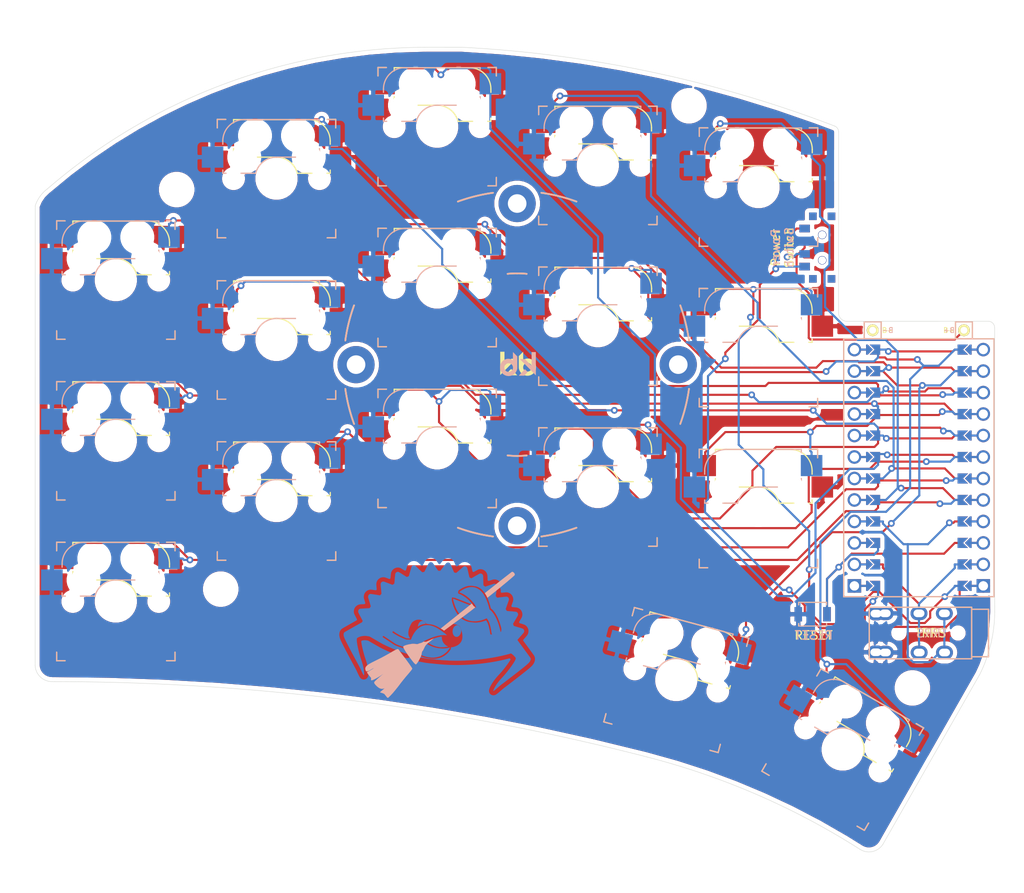
<source format=kicad_pcb>
(kicad_pcb (version 20171130) (host pcbnew "(5.1.4)-1")
  (layers (0 F.Cu signal) (31 B.Cu signal) (34 B.Paste user) (35 F.Paste user) (36 B.SilkS user) (37 F.SilkS user) (38 B.Mask user) (39 F.Mask user) (44 Edge.Cuts user))
  (net 0 "")
  (net 1 gnd)
  (net 2 vcc)
  (net 3 Switch18)
  (net 4 reset)
  (net 5 Switch1)
  (net 6 Switch2)
  (net 7 Switch3)
  (net 8 Switch4)
  (net 9 Switch5)
  (net 10 Switch6)
  (net 11 Switch7)
  (net 12 Switch8)
  (net 13 Switch9)
  (net 14 Switch10)
  (net 15 Switch11)
  (net 16 Switch12)
  (net 17 Switch13)
  (net 18 Switch14)
  (net 19 Switch15)
  (net 20 Switch16)
  (net 21 Switch17)
  (net 22 raw)
  (net 23 BT+_r)
  (net 24 "Net-(SW_POWERR1-Pad1)")
  (module Promicro-Jumpers:ProMicro_unrouted (layer F.Cu) (at 139.954 99.187 90)
    (fp_text reference U1 hide)
    (fp_text value ProMicro-kbd hide)
    (fp_text user "" (at -1.2065 -16.256) (layer B.SilkS) (effects (justify mirror)))
    (pad "" smd custom (at 13.97 -5.842 90) (size 0.1 0.1) (layers B.Cu B.Mask) (clearance 0.1) (options (clearance outline) (anchor rect)) (primitives (gr_poly (pts (xy 0.6 -0.4) (xy -0.6 -0.4) (xy -0.6 -0.2) (xy 0 0.4) (xy 0.6 -0.2)) (width 0))))
    (pad "" smd custom (at 13.97 -6.35 90) (size 0.25 1) (layers B.Cu) (options (clearance outline) (anchor rect)) (primitives))
    (pad 13 smd custom (at 13.97 -4.826 90) (size 1.2 0.5) (layers B.Cu B.Mask) (net 13 Switch9) (clearance 0.1) (options (clearance outline) (anchor rect)) (primitives (gr_poly (pts (xy 0.6 0) (xy -0.6 0) (xy -0.6 -1) (xy 0 -0.4) (xy 0.6 -1)) (width 0))))
    (pad "" smd custom (at 11.43 -5.842 90) (size 0.1 0.1) (layers B.Cu B.Mask) (clearance 0.1) (options (clearance outline) (anchor rect)) (primitives (gr_poly (pts (xy 0.6 -0.4) (xy -0.6 -0.4) (xy -0.6 -0.2) (xy 0 0.4) (xy 0.6 -0.2)) (width 0))))
    (pad "" smd custom (at 11.43 -6.35 90) (size 0.25 1) (layers B.Cu) (options (clearance outline) (anchor rect)) (primitives))
    (pad 14 smd custom (at 11.43 -4.826 90) (size 1.2 0.5) (layers B.Cu B.Mask) (net 12 Switch8) (clearance 0.1) (options (clearance outline) (anchor rect)) (primitives (gr_poly (pts (xy 0.6 0) (xy -0.6 0) (xy -0.6 -1) (xy 0 -0.4) (xy 0.6 -1)) (width 0))))
    (pad "" smd custom (at 8.89 -5.842 90) (size 0.1 0.1) (layers B.Cu B.Mask) (clearance 0.1) (options (clearance outline) (anchor rect)) (primitives (gr_poly (pts (xy 0.6 -0.4) (xy -0.6 -0.4) (xy -0.6 -0.2) (xy 0 0.4) (xy 0.6 -0.2)) (width 0))))
    (pad "" smd custom (at 8.89 -6.35 90) (size 0.25 1) (layers B.Cu) (options (clearance outline) (anchor rect)) (primitives))
    (pad 15 smd custom (at 8.89 -4.826 90) (size 1.2 0.5) (layers B.Cu B.Mask) (net 11 Switch7) (clearance 0.1) (options (clearance outline) (anchor rect)) (primitives (gr_poly (pts (xy 0.6 0) (xy -0.6 0) (xy -0.6 -1) (xy 0 -0.4) (xy 0.6 -1)) (width 0))))
    (pad "" smd custom (at 6.35 -5.842 90) (size 0.1 0.1) (layers B.Cu B.Mask) (clearance 0.1) (options (clearance outline) (anchor rect)) (primitives (gr_poly (pts (xy 0.6 -0.4) (xy -0.6 -0.4) (xy -0.6 -0.2) (xy 0 0.4) (xy 0.6 -0.2)) (width 0))))
    (pad "" smd custom (at 6.35 -6.35 90) (size 0.25 1) (layers B.Cu) (options (clearance outline) (anchor rect)) (primitives))
    (pad 16 smd custom (at 6.35 -4.826 90) (size 1.2 0.5) (layers B.Cu B.Mask) (net 10 Switch6) (clearance 0.1) (options (clearance outline) (anchor rect)) (primitives (gr_poly (pts (xy 0.6 0) (xy -0.6 0) (xy -0.6 -1) (xy 0 -0.4) (xy 0.6 -1)) (width 0))))
    (pad "" smd custom (at 3.81 -5.842 90) (size 0.1 0.1) (layers B.Cu B.Mask) (clearance 0.1) (options (clearance outline) (anchor rect)) (primitives (gr_poly (pts (xy 0.6 -0.4) (xy -0.6 -0.4) (xy -0.6 -0.2) (xy 0 0.4) (xy 0.6 -0.2)) (width 0))))
    (pad "" smd custom (at 3.81 -6.35 90) (size 0.25 1) (layers B.Cu) (options (clearance outline) (anchor rect)) (primitives))
    (pad 17 smd custom (at 3.81 -4.826 90) (size 1.2 0.5) (layers B.Cu B.Mask) (net 6 Switch2) (clearance 0.1) (options (clearance outline) (anchor rect)) (primitives (gr_poly (pts (xy 0.6 0) (xy -0.6 0) (xy -0.6 -1) (xy 0 -0.4) (xy 0.6 -1)) (width 0))))
    (pad "" smd custom (at 1.27 -5.842 90) (size 0.1 0.1) (layers B.Cu B.Mask) (clearance 0.1) (options (clearance outline) (anchor rect)) (primitives (gr_poly (pts (xy 0.6 -0.4) (xy -0.6 -0.4) (xy -0.6 -0.2) (xy 0 0.4) (xy 0.6 -0.2)) (width 0))))
    (pad "" smd custom (at 1.27 -6.35 90) (size 0.25 1) (layers B.Cu) (options (clearance outline) (anchor rect)) (primitives))
    (pad 18 smd custom (at 1.27 -4.826 90) (size 1.2 0.5) (layers B.Cu B.Mask) (net 7 Switch3) (clearance 0.1) (options (clearance outline) (anchor rect)) (primitives (gr_poly (pts (xy 0.6 0) (xy -0.6 0) (xy -0.6 -1) (xy 0 -0.4) (xy 0.6 -1)) (width 0))))
    (pad "" smd custom (at -1.27 -5.842 90) (size 0.1 0.1) (layers B.Cu B.Mask) (clearance 0.1) (options (clearance outline) (anchor rect)) (primitives (gr_poly (pts (xy 0.6 -0.4) (xy -0.6 -0.4) (xy -0.6 -0.2) (xy 0 0.4) (xy 0.6 -0.2)) (width 0))))
    (pad "" smd custom (at -1.27 -6.35 90) (size 0.25 1) (layers B.Cu) (options (clearance outline) (anchor rect)) (primitives))
    (pad 19 smd custom (at -1.27 -4.826 90) (size 1.2 0.5) (layers B.Cu B.Mask) (net 8 Switch4) (clearance 0.1) (options (clearance outline) (anchor rect)) (primitives (gr_poly (pts (xy 0.6 0) (xy -0.6 0) (xy -0.6 -1) (xy 0 -0.4) (xy 0.6 -1)) (width 0))))
    (pad "" smd custom (at -3.81 -5.842 90) (size 0.1 0.1) (layers B.Cu B.Mask) (clearance 0.1) (options (clearance outline) (anchor rect)) (primitives (gr_poly (pts (xy 0.6 -0.4) (xy -0.6 -0.4) (xy -0.6 -0.2) (xy 0 0.4) (xy 0.6 -0.2)) (width 0))))
    (pad "" smd custom (at -3.81 -6.35 90) (size 0.25 1) (layers B.Cu) (options (clearance outline) (anchor rect)) (primitives))
    (pad 20 smd custom (at -3.81 -4.826 90) (size 1.2 0.5) (layers B.Cu B.Mask) (net 9 Switch5) (clearance 0.1) (options (clearance outline) (anchor rect)) (primitives (gr_poly (pts (xy 0.6 0) (xy -0.6 0) (xy -0.6 -1) (xy 0 -0.4) (xy 0.6 -1)) (width 0))))
    (pad "" smd custom (at -6.35 -5.842 90) (size 0.1 0.1) (layers B.Cu B.Mask) (clearance 0.1) (options (clearance outline) (anchor rect)) (primitives (gr_poly (pts (xy 0.6 -0.4) (xy -0.6 -0.4) (xy -0.6 -0.2) (xy 0 0.4) (xy 0.6 -0.2)) (width 0))))
    (pad "" smd custom (at -6.35 -6.35 90) (size 0.25 1) (layers B.Cu) (options (clearance outline) (anchor rect)) (primitives))
    (pad 21 smd custom (at -6.35 -4.826 90) (size 1.2 0.5) (layers B.Cu B.Mask) (net 2 vcc) (clearance 0.1) (options (clearance outline) (anchor rect)) (primitives (gr_poly (pts (xy 0.6 0) (xy -0.6 0) (xy -0.6 -1) (xy 0 -0.4) (xy 0.6 -1)) (width 0))))
    (pad "" smd custom (at -8.89 -5.842 90) (size 0.1 0.1) (layers B.Cu B.Mask) (clearance 0.1) (options (clearance outline) (anchor rect)) (primitives (gr_poly (pts (xy 0.6 -0.4) (xy -0.6 -0.4) (xy -0.6 -0.2) (xy 0 0.4) (xy 0.6 -0.2)) (width 0))))
    (pad "" smd custom (at -8.89 -6.35 90) (size 0.25 1) (layers B.Cu) (options (clearance outline) (anchor rect)) (primitives))
    (pad 22 smd custom (at -8.89 -4.826 90) (size 1.2 0.5) (layers B.Cu B.Mask) (net 4 reset) (clearance 0.1) (options (clearance outline) (anchor rect)) (primitives (gr_poly (pts (xy 0.6 0) (xy -0.6 0) (xy -0.6 -1) (xy 0 -0.4) (xy 0.6 -1)) (width 0))))
    (pad "" smd custom (at -11.43 -5.842 90) (size 0.1 0.1) (layers B.Cu B.Mask) (clearance 0.1) (options (clearance outline) (anchor rect)) (primitives (gr_poly (pts (xy 0.6 -0.4) (xy -0.6 -0.4) (xy -0.6 -0.2) (xy 0 0.4) (xy 0.6 -0.2)) (width 0))))
    (pad "" smd custom (at -11.43 -6.35 90) (size 0.25 1) (layers B.Cu) (options (clearance outline) (anchor rect)) (primitives))
    (pad 23 smd custom (at -11.43 -4.826 90) (size 1.2 0.5) (layers B.Cu B.Mask) (net 1 gnd) (clearance 0.1) (options (clearance outline) (anchor rect)) (primitives (gr_poly (pts (xy 0.6 0) (xy -0.6 0) (xy -0.6 -1) (xy 0 -0.4) (xy 0.6 -1)) (width 0))))
    (pad 24 smd custom (at -13.97 -4.826 90) (size 1.2 0.5) (layers B.Cu B.Mask) (net 22 raw) (clearance 0.1) (options (clearance outline) (anchor rect)) (primitives (gr_poly (pts (xy 0.6 0) (xy -0.6 0) (xy -0.6 -1) (xy 0 -0.4) (xy 0.6 -1)) (width 0))))
    (pad "" smd custom (at -13.97 -5.842 90) (size 0.1 0.1) (layers B.Cu B.Mask) (clearance 0.1) (options (clearance outline) (anchor rect)) (primitives (gr_poly (pts (xy 0.6 -0.4) (xy -0.6 -0.4) (xy -0.6 -0.2) (xy 0 0.4) (xy 0.6 -0.2)) (width 0))))
    (pad "" smd custom (at -13.97 -6.35 90) (size 0.25 1) (layers B.Cu) (options (clearance outline) (anchor rect)) (primitives))
    (pad 12 smd custom (at 13.97 4.826 270) (size 1.2 0.5) (layers B.Cu B.Mask) (net 21 Switch17) (clearance 0.1) (options (clearance outline) (anchor rect)) (primitives (gr_poly (pts (xy 0.6 0) (xy -0.6 0) (xy -0.6 -1) (xy 0 -0.4) (xy 0.6 -1)) (width 0))))
    (pad "" smd custom (at 13.97 5.842 270) (size 0.1 0.1) (layers B.Cu B.Mask) (clearance 0.1) (options (clearance outline) (anchor rect)) (primitives (gr_poly (pts (xy 0.6 -0.4) (xy -0.6 -0.4) (xy -0.6 -0.2) (xy 0 0.4) (xy 0.6 -0.2)) (width 0))))
    (pad "" smd custom (at 13.97 6.35 270) (size 0.25 1) (layers B.Cu) (options (clearance outline) (anchor rect)) (primitives))
    (pad 11 smd custom (at 11.43 4.826 270) (size 1.2 0.5) (layers B.Cu B.Mask) (net 20 Switch16) (clearance 0.1) (options (clearance outline) (anchor rect)) (primitives (gr_poly (pts (xy 0.6 0) (xy -0.6 0) (xy -0.6 -1) (xy 0 -0.4) (xy 0.6 -1)) (width 0))))
    (pad "" smd custom (at 11.43 5.842 270) (size 0.1 0.1) (layers B.Cu B.Mask) (clearance 0.1) (options (clearance outline) (anchor rect)) (primitives (gr_poly (pts (xy 0.6 -0.4) (xy -0.6 -0.4) (xy -0.6 -0.2) (xy 0 0.4) (xy 0.6 -0.2)) (width 0))))
    (pad "" smd custom (at 11.43 6.35 270) (size 0.25 1) (layers B.Cu) (options (clearance outline) (anchor rect)) (primitives))
    (pad 10 smd custom (at 8.89 4.826 270) (size 1.2 0.5) (layers B.Cu B.Mask) (net 5 Switch1) (clearance 0.1) (options (clearance outline) (anchor rect)) (primitives (gr_poly (pts (xy 0.6 0) (xy -0.6 0) (xy -0.6 -1) (xy 0 -0.4) (xy 0.6 -1)) (width 0))))
    (pad "" smd custom (at 8.89 5.842 270) (size 0.1 0.1) (layers B.Cu B.Mask) (clearance 0.1) (options (clearance outline) (anchor rect)) (primitives (gr_poly (pts (xy 0.6 -0.4) (xy -0.6 -0.4) (xy -0.6 -0.2) (xy 0 0.4) (xy 0.6 -0.2)) (width 0))))
    (pad "" smd custom (at 8.89 6.35 270) (size 0.25 1) (layers B.Cu) (options (clearance outline) (anchor rect)) (primitives))
    (pad 9 smd custom (at 6.35 4.826 270) (size 1.2 0.5) (layers B.Cu B.Mask) (net 19 Switch15) (clearance 0.1) (options (clearance outline) (anchor rect)) (primitives (gr_poly (pts (xy 0.6 0) (xy -0.6 0) (xy -0.6 -1) (xy 0 -0.4) (xy 0.6 -1)) (width 0))))
    (pad "" smd custom (at 6.35 5.842 270) (size 0.1 0.1) (layers B.Cu B.Mask) (clearance 0.1) (options (clearance outline) (anchor rect)) (primitives (gr_poly (pts (xy 0.6 -0.4) (xy -0.6 -0.4) (xy -0.6 -0.2) (xy 0 0.4) (xy 0.6 -0.2)) (width 0))))
    (pad "" smd custom (at 6.35 6.35 270) (size 0.25 1) (layers B.Cu) (options (clearance outline) (anchor rect)) (primitives))
    (pad 8 smd custom (at 3.81 4.826 270) (size 1.2 0.5) (layers B.Cu B.Mask) (net 18 Switch14) (clearance 0.1) (options (clearance outline) (anchor rect)) (primitives (gr_poly (pts (xy 0.6 0) (xy -0.6 0) (xy -0.6 -1) (xy 0 -0.4) (xy 0.6 -1)) (width 0))))
    (pad "" smd custom (at 3.81 5.842 270) (size 0.1 0.1) (layers B.Cu B.Mask) (clearance 0.1) (options (clearance outline) (anchor rect)) (primitives (gr_poly (pts (xy 0.6 -0.4) (xy -0.6 -0.4) (xy -0.6 -0.2) (xy 0 0.4) (xy 0.6 -0.2)) (width 0))))
    (pad "" smd custom (at 3.81 6.35 270) (size 0.25 1) (layers B.Cu) (options (clearance outline) (anchor rect)) (primitives))
    (pad 7 smd custom (at 1.27 4.826 270) (size 1.2 0.5) (layers B.Cu B.Mask) (net 17 Switch13) (clearance 0.1) (options (clearance outline) (anchor rect)) (primitives (gr_poly (pts (xy 0.6 0) (xy -0.6 0) (xy -0.6 -1) (xy 0 -0.4) (xy 0.6 -1)) (width 0))))
    (pad "" smd custom (at 1.27 5.842 270) (size 0.1 0.1) (layers B.Cu B.Mask) (clearance 0.1) (options (clearance outline) (anchor rect)) (primitives (gr_poly (pts (xy 0.6 -0.4) (xy -0.6 -0.4) (xy -0.6 -0.2) (xy 0 0.4) (xy 0.6 -0.2)) (width 0))))
    (pad "" smd custom (at 1.27 6.35 270) (size 0.25 1) (layers B.Cu) (options (clearance outline) (anchor rect)) (primitives))
    (pad 6 smd custom (at -1.27 4.826 270) (size 1.2 0.5) (layers B.Cu B.Mask) (net 16 Switch12) (clearance 0.1) (options (clearance outline) (anchor rect)) (primitives (gr_poly (pts (xy 0.6 0) (xy -0.6 0) (xy -0.6 -1) (xy 0 -0.4) (xy 0.6 -1)) (width 0))))
    (pad "" smd custom (at -1.27 5.842 270) (size 0.1 0.1) (layers B.Cu B.Mask) (clearance 0.1) (options (clearance outline) (anchor rect)) (primitives (gr_poly (pts (xy 0.6 -0.4) (xy -0.6 -0.4) (xy -0.6 -0.2) (xy 0 0.4) (xy 0.6 -0.2)) (width 0))))
    (pad "" smd custom (at -1.27 6.35 270) (size 0.25 1) (layers B.Cu) (options (clearance outline) (anchor rect)) (primitives))
    (pad 5 smd custom (at -3.81 4.826 270) (size 1.2 0.5) (layers B.Cu B.Mask) (net 15 Switch11) (clearance 0.1) (options (clearance outline) (anchor rect)) (primitives (gr_poly (pts (xy 0.6 0) (xy -0.6 0) (xy -0.6 -1) (xy 0 -0.4) (xy 0.6 -1)) (width 0))))
    (pad "" smd custom (at -3.81 5.842 270) (size 0.1 0.1) (layers B.Cu B.Mask) (clearance 0.1) (options (clearance outline) (anchor rect)) (primitives (gr_poly (pts (xy 0.6 -0.4) (xy -0.6 -0.4) (xy -0.6 -0.2) (xy 0 0.4) (xy 0.6 -0.2)) (width 0))))
    (pad "" smd custom (at -3.81 6.35 270) (size 0.25 1) (layers B.Cu) (options (clearance outline) (anchor rect)) (primitives))
    (pad 4 smd custom (at -6.35 4.826 270) (size 1.2 0.5) (layers B.Cu B.Mask) (net 1 gnd) (clearance 0.1) (options (clearance outline) (anchor rect)) (primitives (gr_poly (pts (xy 0.6 0) (xy -0.6 0) (xy -0.6 -1) (xy 0 -0.4) (xy 0.6 -1)) (width 0))))
    (pad "" smd custom (at -6.35 5.842 270) (size 0.1 0.1) (layers B.Cu B.Mask) (clearance 0.1) (options (clearance outline) (anchor rect)) (primitives (gr_poly (pts (xy 0.6 -0.4) (xy -0.6 -0.4) (xy -0.6 -0.2) (xy 0 0.4) (xy 0.6 -0.2)) (width 0))))
    (pad "" smd custom (at -6.35 6.35 270) (size 0.25 1) (layers B.Cu) (options (clearance outline) (anchor rect)) (primitives))
    (pad 3 smd custom (at -8.89 4.826 270) (size 1.2 0.5) (layers B.Cu B.Mask) (net 1 gnd) (clearance 0.1) (options (clearance outline) (anchor rect)) (primitives (gr_poly (pts (xy 0.6 0) (xy -0.6 0) (xy -0.6 -1) (xy 0 -0.4) (xy 0.6 -1)) (width 0))))
    (pad "" smd custom (at -8.89 5.842 270) (size 0.1 0.1) (layers B.Cu B.Mask) (clearance 0.1) (options (clearance outline) (anchor rect)) (primitives (gr_poly (pts (xy 0.6 -0.4) (xy -0.6 -0.4) (xy -0.6 -0.2) (xy 0 0.4) (xy 0.6 -0.2)) (width 0))))
    (pad "" smd custom (at -8.89 6.35 270) (size 0.25 1) (layers B.Cu) (options (clearance outline) (anchor rect)) (primitives))
    (pad 2 smd custom (at -11.43 4.826 270) (size 1.2 0.5) (layers B.Cu B.Mask) (net 3 Switch18) (clearance 0.1) (options (clearance outline) (anchor rect)) (primitives (gr_poly (pts (xy 0.6 0) (xy -0.6 0) (xy -0.6 -1) (xy 0 -0.4) (xy 0.6 -1)) (width 0))))
    (pad "" smd custom (at -11.43 5.842 270) (size 0.1 0.1) (layers B.Cu B.Mask) (clearance 0.1) (options (clearance outline) (anchor rect)) (primitives (gr_poly (pts (xy 0.6 -0.4) (xy -0.6 -0.4) (xy -0.6 -0.2) (xy 0 0.4) (xy 0.6 -0.2)) (width 0))))
    (pad "" smd custom (at -11.43 6.35 270) (size 0.25 1) (layers B.Cu) (options (clearance outline) (anchor rect)) (primitives))
    (pad "" smd custom (at -13.97 5.842 270) (size 0.1 0.1) (layers B.Cu B.Mask) (clearance 0.1) (options (clearance outline) (anchor rect)) (primitives (gr_poly (pts (xy 0.6 -0.4) (xy -0.6 -0.4) (xy -0.6 -0.2) (xy 0 0.4) (xy 0.6 -0.2)) (width 0))))
    (pad 1 smd custom (at -13.97 4.826 270) (size 1.2 0.5) (layers B.Cu B.Mask) (net 14 Switch10) (clearance 0.1) (options (clearance outline) (anchor rect)) (primitives (gr_poly (pts (xy 0.6 0) (xy -0.6 0) (xy -0.6 -1) (xy 0 -0.4) (xy 0.6 -1)) (width 0))))
    (pad "" smd custom (at -13.97 6.35 270) (size 0.25 1) (layers B.Cu) (options (clearance outline) (anchor rect)) (primitives))
    (pad 5 smd custom (at -3.81 -4.826 90) (size 1.2 0.5) (layers F.Cu F.Mask) (net 15 Switch11) (clearance 0.1) (options (clearance outline) (anchor rect)) (primitives (gr_poly (pts (xy 0.6 0) (xy -0.6 0) (xy -0.6 -1) (xy 0 -0.4) (xy 0.6 -1)) (width 0))))
    (pad "" smd custom (at 11.43 -6.35 90) (size 0.25 1) (layers F.Cu) (options (clearance outline) (anchor rect)) (primitives))
    (pad 11 smd custom (at 11.43 -4.826 90) (size 1.2 0.5) (layers F.Cu F.Mask) (net 20 Switch16) (clearance 0.1) (options (clearance outline) (anchor rect)) (primitives (gr_poly (pts (xy 0.6 0) (xy -0.6 0) (xy -0.6 -1) (xy 0 -0.4) (xy 0.6 -1)) (width 0))))
    (pad "" smd custom (at 11.43 -5.842 90) (size 0.1 0.1) (layers F.Cu F.Mask) (clearance 0.1) (options (clearance outline) (anchor rect)) (primitives (gr_poly (pts (xy 0.6 -0.4) (xy -0.6 -0.4) (xy -0.6 -0.2) (xy 0 0.4) (xy 0.6 -0.2)) (width 0))))
    (pad "" smd custom (at 8.89 -5.842 90) (size 0.1 0.1) (layers F.Cu F.Mask) (clearance 0.1) (options (clearance outline) (anchor rect)) (primitives (gr_poly (pts (xy 0.6 -0.4) (xy -0.6 -0.4) (xy -0.6 -0.2) (xy 0 0.4) (xy 0.6 -0.2)) (width 0))))
    (pad 10 smd custom (at 8.89 -4.826 90) (size 1.2 0.5) (layers F.Cu F.Mask) (net 5 Switch1) (clearance 0.1) (options (clearance outline) (anchor rect)) (primitives (gr_poly (pts (xy 0.6 0) (xy -0.6 0) (xy -0.6 -1) (xy 0 -0.4) (xy 0.6 -1)) (width 0))))
    (pad "" smd custom (at 6.35 -5.842 90) (size 0.1 0.1) (layers F.Cu F.Mask) (clearance 0.1) (options (clearance outline) (anchor rect)) (primitives (gr_poly (pts (xy 0.6 -0.4) (xy -0.6 -0.4) (xy -0.6 -0.2) (xy 0 0.4) (xy 0.6 -0.2)) (width 0))))
    (pad "" smd custom (at -1.27 -5.842 90) (size 0.1 0.1) (layers F.Cu F.Mask) (clearance 0.1) (options (clearance outline) (anchor rect)) (primitives (gr_poly (pts (xy 0.6 -0.4) (xy -0.6 -0.4) (xy -0.6 -0.2) (xy 0 0.4) (xy 0.6 -0.2)) (width 0))))
    (pad "" smd custom (at -3.81 -5.842 90) (size 0.1 0.1) (layers F.Cu F.Mask) (clearance 0.1) (options (clearance outline) (anchor rect)) (primitives (gr_poly (pts (xy 0.6 -0.4) (xy -0.6 -0.4) (xy -0.6 -0.2) (xy 0 0.4) (xy 0.6 -0.2)) (width 0))))
    (pad "" smd custom (at -6.35 -6.35 90) (size 0.25 1) (layers F.Cu) (options (clearance outline) (anchor rect)) (primitives))
    (pad 9 smd custom (at 6.35 -4.826 90) (size 1.2 0.5) (layers F.Cu F.Mask) (net 19 Switch15) (clearance 0.1) (options (clearance outline) (anchor rect)) (primitives (gr_poly (pts (xy 0.6 0) (xy -0.6 0) (xy -0.6 -1) (xy 0 -0.4) (xy 0.6 -1)) (width 0))))
    (pad "" smd custom (at -1.27 -6.35 90) (size 0.25 1) (layers F.Cu) (options (clearance outline) (anchor rect)) (primitives))
    (pad "" smd custom (at 3.81 -6.35 90) (size 0.25 1) (layers F.Cu) (options (clearance outline) (anchor rect)) (primitives))
    (pad "" smd custom (at -3.81 -6.35 90) (size 0.25 1) (layers F.Cu) (options (clearance outline) (anchor rect)) (primitives))
    (pad "" smd custom (at 13.97 -5.842 90) (size 0.1 0.1) (layers F.Cu F.Mask) (clearance 0.1) (options (clearance outline) (anchor rect)) (primitives (gr_poly (pts (xy 0.6 -0.4) (xy -0.6 -0.4) (xy -0.6 -0.2) (xy 0 0.4) (xy 0.6 -0.2)) (width 0))))
    (pad "" smd custom (at 6.35 -6.35 90) (size 0.25 1) (layers F.Cu) (options (clearance outline) (anchor rect)) (primitives))
    (pad "" smd custom (at 3.81 -5.842 90) (size 0.1 0.1) (layers F.Cu F.Mask) (clearance 0.1) (options (clearance outline) (anchor rect)) (primitives (gr_poly (pts (xy 0.6 -0.4) (xy -0.6 -0.4) (xy -0.6 -0.2) (xy 0 0.4) (xy 0.6 -0.2)) (width 0))))
    (pad 12 smd custom (at 13.97 -4.826 90) (size 1.2 0.5) (layers F.Cu F.Mask) (net 21 Switch17) (clearance 0.1) (options (clearance outline) (anchor rect)) (primitives (gr_poly (pts (xy 0.6 0) (xy -0.6 0) (xy -0.6 -1) (xy 0 -0.4) (xy 0.6 -1)) (width 0))))
    (pad "" smd custom (at 1.27 -6.35 90) (size 0.25 1) (layers F.Cu) (options (clearance outline) (anchor rect)) (primitives))
    (pad 8 smd custom (at 3.81 -4.826 90) (size 1.2 0.5) (layers F.Cu F.Mask) (net 18 Switch14) (clearance 0.1) (options (clearance outline) (anchor rect)) (primitives (gr_poly (pts (xy 0.6 0) (xy -0.6 0) (xy -0.6 -1) (xy 0 -0.4) (xy 0.6 -1)) (width 0))))
    (pad "" smd custom (at 8.89 -6.35 90) (size 0.25 1) (layers F.Cu) (options (clearance outline) (anchor rect)) (primitives))
    (pad "" smd custom (at 1.27 -5.842 90) (size 0.1 0.1) (layers F.Cu F.Mask) (clearance 0.1) (options (clearance outline) (anchor rect)) (primitives (gr_poly (pts (xy 0.6 -0.4) (xy -0.6 -0.4) (xy -0.6 -0.2) (xy 0 0.4) (xy 0.6 -0.2)) (width 0))))
    (pad "" smd custom (at 13.97 -6.35 90) (size 0.25 1) (layers F.Cu) (options (clearance outline) (anchor rect)) (primitives))
    (pad 7 smd custom (at 1.27 -4.826 90) (size 1.2 0.5) (layers F.Cu F.Mask) (net 17 Switch13) (clearance 0.1) (options (clearance outline) (anchor rect)) (primitives (gr_poly (pts (xy 0.6 0) (xy -0.6 0) (xy -0.6 -1) (xy 0 -0.4) (xy 0.6 -1)) (width 0))))
    (pad 6 smd custom (at -1.27 -4.826 90) (size 1.2 0.5) (layers F.Cu F.Mask) (net 16 Switch12) (clearance 0.1) (options (clearance outline) (anchor rect)) (primitives (gr_poly (pts (xy 0.6 0) (xy -0.6 0) (xy -0.6 -1) (xy 0 -0.4) (xy 0.6 -1)) (width 0))))
    (pad "" smd custom (at -6.35 -5.842 90) (size 0.1 0.1) (layers F.Cu F.Mask) (clearance 0.1) (options (clearance outline) (anchor rect)) (primitives (gr_poly (pts (xy 0.6 -0.4) (xy -0.6 -0.4) (xy -0.6 -0.2) (xy 0 0.4) (xy 0.6 -0.2)) (width 0))))
    (pad "" smd custom (at -11.43 -5.842 90) (size 0.1 0.1) (layers F.Cu F.Mask) (clearance 0.1) (options (clearance outline) (anchor rect)) (primitives (gr_poly (pts (xy 0.6 -0.4) (xy -0.6 -0.4) (xy -0.6 -0.2) (xy 0 0.4) (xy 0.6 -0.2)) (width 0))))
    (pad 4 smd custom (at -6.35 -4.826 90) (size 1.2 0.5) (layers F.Cu F.Mask) (net 1 gnd) (clearance 0.1) (options (clearance outline) (anchor rect)) (primitives (gr_poly (pts (xy 0.6 0) (xy -0.6 0) (xy -0.6 -1) (xy 0 -0.4) (xy 0.6 -1)) (width 0))))
    (pad "" smd custom (at -13.97 -6.35 90) (size 0.25 1) (layers F.Cu) (options (clearance outline) (anchor rect)) (primitives))
    (pad 2 smd custom (at -11.43 -4.826 90) (size 1.2 0.5) (layers F.Cu F.Mask) (net 3 Switch18) (clearance 0.1) (options (clearance outline) (anchor rect)) (primitives (gr_poly (pts (xy 0.6 0) (xy -0.6 0) (xy -0.6 -1) (xy 0 -0.4) (xy 0.6 -1)) (width 0))))
    (pad "" smd custom (at -11.43 -6.35 90) (size 0.25 1) (layers F.Cu) (options (clearance outline) (anchor rect)) (primitives))
    (pad "" smd custom (at -13.97 -5.842 90) (size 0.1 0.1) (layers F.Cu F.Mask) (clearance 0.1) (options (clearance outline) (anchor rect)) (primitives (gr_poly (pts (xy 0.6 -0.4) (xy -0.6 -0.4) (xy -0.6 -0.2) (xy 0 0.4) (xy 0.6 -0.2)) (width 0))))
    (pad "" smd custom (at -8.89 -5.842 90) (size 0.1 0.1) (layers F.Cu F.Mask) (clearance 0.1) (options (clearance outline) (anchor rect)) (primitives (gr_poly (pts (xy 0.6 -0.4) (xy -0.6 -0.4) (xy -0.6 -0.2) (xy 0 0.4) (xy 0.6 -0.2)) (width 0))))
    (pad "" smd custom (at -8.89 -6.35 90) (size 0.25 1) (layers F.Cu) (options (clearance outline) (anchor rect)) (primitives))
    (pad 3 smd custom (at -8.89 -4.826 90) (size 1.2 0.5) (layers F.Cu F.Mask) (net 1 gnd) (clearance 0.1) (options (clearance outline) (anchor rect)) (primitives (gr_poly (pts (xy 0.6 0) (xy -0.6 0) (xy -0.6 -1) (xy 0 -0.4) (xy 0.6 -1)) (width 0))))
    (pad 1 smd custom (at -13.97 -4.826 90) (size 1.2 0.5) (layers F.Cu F.Mask) (net 14 Switch10) (clearance 0.1) (options (clearance outline) (anchor rect)) (primitives (gr_poly (pts (xy 0.6 0) (xy -0.6 0) (xy -0.6 -1) (xy 0 -0.4) (xy 0.6 -1)) (width 0))))
    (pad 13 smd custom (at 13.97 4.826 270) (size 1.2 0.5) (layers F.Cu F.Mask) (net 13 Switch9) (clearance 0.1) (options (clearance outline) (anchor rect)) (primitives (gr_poly (pts (xy 0.6 0) (xy -0.6 0) (xy -0.6 -1) (xy 0 -0.4) (xy 0.6 -1)) (width 0))))
    (pad "" smd custom (at 13.97 5.842 270) (size 0.1 0.1) (layers F.Cu F.Mask) (clearance 0.1) (options (clearance outline) (anchor rect)) (primitives (gr_poly (pts (xy 0.6 -0.4) (xy -0.6 -0.4) (xy -0.6 -0.2) (xy 0 0.4) (xy 0.6 -0.2)) (width 0))))
    (pad "" smd custom (at 13.97 6.35 270) (size 0.25 1) (layers F.Cu) (options (clearance outline) (anchor rect)) (primitives))
    (pad 14 smd custom (at 11.43 4.826 270) (size 1.2 0.5) (layers F.Cu F.Mask) (net 12 Switch8) (clearance 0.1) (options (clearance outline) (anchor rect)) (primitives (gr_poly (pts (xy 0.6 0) (xy -0.6 0) (xy -0.6 -1) (xy 0 -0.4) (xy 0.6 -1)) (width 0))))
    (pad "" smd custom (at 11.43 5.842 270) (size 0.1 0.1) (layers F.Cu F.Mask) (clearance 0.1) (options (clearance outline) (anchor rect)) (primitives (gr_poly (pts (xy 0.6 -0.4) (xy -0.6 -0.4) (xy -0.6 -0.2) (xy 0 0.4) (xy 0.6 -0.2)) (width 0))))
    (pad "" smd custom (at 11.43 6.35 270) (size 0.25 1) (layers F.Cu) (options (clearance outline) (anchor rect)) (primitives))
    (pad 15 smd custom (at 8.89 4.826 270) (size 1.2 0.5) (layers F.Cu F.Mask) (net 11 Switch7) (clearance 0.1) (options (clearance outline) (anchor rect)) (primitives (gr_poly (pts (xy 0.6 0) (xy -0.6 0) (xy -0.6 -1) (xy 0 -0.4) (xy 0.6 -1)) (width 0))))
    (pad "" smd custom (at 8.89 5.842 270) (size 0.1 0.1) (layers F.Cu F.Mask) (clearance 0.1) (options (clearance outline) (anchor rect)) (primitives (gr_poly (pts (xy 0.6 -0.4) (xy -0.6 -0.4) (xy -0.6 -0.2) (xy 0 0.4) (xy 0.6 -0.2)) (width 0))))
    (pad "" smd custom (at 8.89 6.35 270) (size 0.25 1) (layers F.Cu) (options (clearance outline) (anchor rect)) (primitives))
    (pad 16 smd custom (at 6.35 4.826 270) (size 1.2 0.5) (layers F.Cu F.Mask) (net 10 Switch6) (clearance 0.1) (options (clearance outline) (anchor rect)) (primitives (gr_poly (pts (xy 0.6 0) (xy -0.6 0) (xy -0.6 -1) (xy 0 -0.4) (xy 0.6 -1)) (width 0))))
    (pad "" smd custom (at 6.35 5.842 270) (size 0.1 0.1) (layers F.Cu F.Mask) (clearance 0.1) (options (clearance outline) (anchor rect)) (primitives (gr_poly (pts (xy 0.6 -0.4) (xy -0.6 -0.4) (xy -0.6 -0.2) (xy 0 0.4) (xy 0.6 -0.2)) (width 0))))
    (pad "" smd custom (at 6.35 6.35 270) (size 0.25 1) (layers F.Cu) (options (clearance outline) (anchor rect)) (primitives))
    (pad 17 smd custom (at 3.81 4.826 270) (size 1.2 0.5) (layers F.Cu F.Mask) (net 6 Switch2) (clearance 0.1) (options (clearance outline) (anchor rect)) (primitives (gr_poly (pts (xy 0.6 0) (xy -0.6 0) (xy -0.6 -1) (xy 0 -0.4) (xy 0.6 -1)) (width 0))))
    (pad "" smd custom (at 3.81 5.842 270) (size 0.1 0.1) (layers F.Cu F.Mask) (clearance 0.1) (options (clearance outline) (anchor rect)) (primitives (gr_poly (pts (xy 0.6 -0.4) (xy -0.6 -0.4) (xy -0.6 -0.2) (xy 0 0.4) (xy 0.6 -0.2)) (width 0))))
    (pad "" smd custom (at 3.81 6.35 270) (size 0.25 1) (layers F.Cu) (options (clearance outline) (anchor rect)) (primitives))
    (pad 18 smd custom (at 1.27 4.826 270) (size 1.2 0.5) (layers F.Cu F.Mask) (net 7 Switch3) (clearance 0.1) (options (clearance outline) (anchor rect)) (primitives (gr_poly (pts (xy 0.6 0) (xy -0.6 0) (xy -0.6 -1) (xy 0 -0.4) (xy 0.6 -1)) (width 0))))
    (pad "" smd custom (at 1.27 5.842 270) (size 0.1 0.1) (layers F.Cu F.Mask) (clearance 0.1) (options (clearance outline) (anchor rect)) (primitives (gr_poly (pts (xy 0.6 -0.4) (xy -0.6 -0.4) (xy -0.6 -0.2) (xy 0 0.4) (xy 0.6 -0.2)) (width 0))))
    (pad "" smd custom (at 1.27 6.35 270) (size 0.25 1) (layers F.Cu) (options (clearance outline) (anchor rect)) (primitives))
    (pad 19 smd custom (at -1.27 4.826 270) (size 1.2 0.5) (layers F.Cu F.Mask) (net 8 Switch4) (clearance 0.1) (options (clearance outline) (anchor rect)) (primitives (gr_poly (pts (xy 0.6 0) (xy -0.6 0) (xy -0.6 -1) (xy 0 -0.4) (xy 0.6 -1)) (width 0))))
    (pad "" smd custom (at -1.27 5.842 270) (size 0.1 0.1) (layers F.Cu F.Mask) (clearance 0.1) (options (clearance outline) (anchor rect)) (primitives (gr_poly (pts (xy 0.6 -0.4) (xy -0.6 -0.4) (xy -0.6 -0.2) (xy 0 0.4) (xy 0.6 -0.2)) (width 0))))
    (pad "" smd custom (at -1.27 6.35 270) (size 0.25 1) (layers F.Cu) (options (clearance outline) (anchor rect)) (primitives))
    (pad 20 smd custom (at -3.81 4.826 270) (size 1.2 0.5) (layers F.Cu F.Mask) (net 9 Switch5) (clearance 0.1) (options (clearance outline) (anchor rect)) (primitives (gr_poly (pts (xy 0.6 0) (xy -0.6 0) (xy -0.6 -1) (xy 0 -0.4) (xy 0.6 -1)) (width 0))))
    (pad "" smd custom (at -3.81 5.842 270) (size 0.1 0.1) (layers F.Cu F.Mask) (clearance 0.1) (options (clearance outline) (anchor rect)) (primitives (gr_poly (pts (xy 0.6 -0.4) (xy -0.6 -0.4) (xy -0.6 -0.2) (xy 0 0.4) (xy 0.6 -0.2)) (width 0))))
    (pad "" smd custom (at -3.81 6.35 270) (size 0.25 1) (layers F.Cu) (options (clearance outline) (anchor rect)) (primitives))
    (pad 21 smd custom (at -6.35 4.826 270) (size 1.2 0.5) (layers F.Cu F.Mask) (net 2 vcc) (clearance 0.1) (options (clearance outline) (anchor rect)) (primitives (gr_poly (pts (xy 0.6 0) (xy -0.6 0) (xy -0.6 -1) (xy 0 -0.4) (xy 0.6 -1)) (width 0))))
    (pad "" smd custom (at -6.35 5.842 270) (size 0.1 0.1) (layers F.Cu F.Mask) (clearance 0.1) (options (clearance outline) (anchor rect)) (primitives (gr_poly (pts (xy 0.6 -0.4) (xy -0.6 -0.4) (xy -0.6 -0.2) (xy 0 0.4) (xy 0.6 -0.2)) (width 0))))
    (pad "" smd custom (at -6.35 6.35 270) (size 0.25 1) (layers F.Cu) (options (clearance outline) (anchor rect)) (primitives))
    (pad 22 smd custom (at -8.89 4.826 270) (size 1.2 0.5) (layers F.Cu F.Mask) (net 4 reset) (clearance 0.1) (options (clearance outline) (anchor rect)) (primitives (gr_poly (pts (xy 0.6 0) (xy -0.6 0) (xy -0.6 -1) (xy 0 -0.4) (xy 0.6 -1)) (width 0))))
    (pad "" smd custom (at -8.89 5.842 270) (size 0.1 0.1) (layers F.Cu F.Mask) (clearance 0.1) (options (clearance outline) (anchor rect)) (primitives (gr_poly (pts (xy 0.6 -0.4) (xy -0.6 -0.4) (xy -0.6 -0.2) (xy 0 0.4) (xy 0.6 -0.2)) (width 0))))
    (pad "" smd custom (at -8.89 6.35 270) (size 0.25 1) (layers F.Cu) (options (clearance outline) (anchor rect)) (primitives))
    (pad 23 smd custom (at -11.43 4.826 270) (size 1.2 0.5) (layers F.Cu F.Mask) (net 1 gnd) (clearance 0.1) (options (clearance outline) (anchor rect)) (primitives (gr_poly (pts (xy 0.6 0) (xy -0.6 0) (xy -0.6 -1) (xy 0 -0.4) (xy 0.6 -1)) (width 0))))
    (pad "" smd custom (at -11.43 5.842 270) (size 0.1 0.1) (layers F.Cu F.Mask) (clearance 0.1) (options (clearance outline) (anchor rect)) (primitives (gr_poly (pts (xy 0.6 -0.4) (xy -0.6 -0.4) (xy -0.6 -0.2) (xy 0 0.4) (xy 0.6 -0.2)) (width 0))))
    (pad "" smd custom (at -11.43 6.35 270) (size 0.25 1) (layers F.Cu) (options (clearance outline) (anchor rect)) (primitives))
    (pad "" thru_hole rect (at -13.97 -7.62 90) (size 1.6 1.6) (drill 1.1) (layers B.Cu B.Mask))
    (pad "" thru_hole rect (at -13.97 7.62 90) (size 1.6 1.6) (drill 1.1) (layers F.Cu F.Mask))
    (pad "" smd custom (at -13.97 6.35 270) (size 0.25 1) (layers F.Cu) (options (clearance outline) (anchor rect)) (primitives))
    (pad 24 smd custom (at -13.97 4.826 270) (size 1.2 0.5) (layers F.Cu F.Mask) (net 22 raw) (clearance 0.1) (options (clearance outline) (anchor rect)) (primitives (gr_poly (pts (xy 0.6 0) (xy -0.6 0) (xy -0.6 -1) (xy 0 -0.4) (xy 0.6 -1)) (width 0))))
    (pad "" smd custom (at -13.97 5.842 270) (size 0.1 0.1) (layers F.Cu F.Mask) (clearance 0.1) (options (clearance outline) (anchor rect)) (primitives (gr_poly (pts (xy 0.6 -0.4) (xy -0.6 -0.4) (xy -0.6 -0.2) (xy 0 0.4) (xy 0.6 -0.2)) (width 0))))
    (pad "" thru_hole circle (at -13.97 -7.62 90) (size 1.6 1.6) (drill 1.1) (layers *.Cu *.Mask))
    (pad "" thru_hole circle (at -11.43 -7.62 90) (size 1.6 1.6) (drill 1.1) (layers *.Cu *.Mask))
    (pad "" thru_hole circle (at -8.89 -7.62 90) (size 1.6 1.6) (drill 1.1) (layers *.Cu *.Mask))
    (pad "" thru_hole circle (at -6.35 -7.62 90) (size 1.6 1.6) (drill 1.1) (layers *.Cu *.Mask))
    (pad "" thru_hole circle (at -3.81 -7.62 90) (size 1.6 1.6) (drill 1.1) (layers *.Cu *.Mask))
    (pad "" thru_hole circle (at -1.27 -7.62 90) (size 1.6 1.6) (drill 1.1) (layers *.Cu *.Mask))
    (pad "" thru_hole circle (at 1.27 -7.62 90) (size 1.6 1.6) (drill 1.1) (layers *.Cu *.Mask))
    (pad "" thru_hole circle (at 3.81 -7.62 90) (size 1.6 1.6) (drill 1.1) (layers *.Cu *.Mask))
    (pad "" thru_hole circle (at 6.35 -7.62 90) (size 1.6 1.6) (drill 1.1) (layers *.Cu *.Mask))
    (pad "" thru_hole circle (at 8.89 -7.62 90) (size 1.6 1.6) (drill 1.1) (layers *.Cu *.Mask))
    (pad "" thru_hole circle (at 11.43 -7.62 90) (size 1.6 1.6) (drill 1.1) (layers *.Cu *.Mask))
    (pad "" thru_hole circle (at 13.97 -7.62 90) (size 1.6 1.6) (drill 1.1) (layers *.Cu *.Mask))
    (pad "" thru_hole circle (at 13.97 7.62 90) (size 1.6 1.6) (drill 1.1) (layers *.Cu *.Mask))
    (pad "" thru_hole circle (at 11.43 7.62 90) (size 1.6 1.6) (drill 1.1) (layers *.Cu *.Mask))
    (pad "" thru_hole circle (at 8.89 7.62 90) (size 1.6 1.6) (drill 1.1) (layers *.Cu *.Mask))
    (pad "" thru_hole circle (at 6.35 7.62 90) (size 1.6 1.6) (drill 1.1) (layers *.Cu *.Mask))
    (pad "" thru_hole circle (at 3.81 7.62 90) (size 1.6 1.6) (drill 1.1) (layers *.Cu *.Mask))
    (pad "" thru_hole circle (at 1.27 7.62 90) (size 1.6 1.6) (drill 1.1) (layers *.Cu *.Mask))
    (pad "" thru_hole circle (at -1.27 7.62 90) (size 1.6 1.6) (drill 1.1) (layers *.Cu *.Mask))
    (pad "" thru_hole circle (at -3.81 7.62 90) (size 1.6 1.6) (drill 1.1) (layers *.Cu *.Mask))
    (pad "" thru_hole circle (at -6.35 7.62 90) (size 1.6 1.6) (drill 1.1) (layers *.Cu *.Mask))
    (pad "" thru_hole circle (at -8.89 7.62 90) (size 1.6 1.6) (drill 1.1) (layers *.Cu *.Mask))
    (pad "" thru_hole circle (at -11.43 7.62 90) (size 1.6 1.6) (drill 1.1) (layers *.Cu *.Mask))
    (pad "" thru_hole circle (at -13.97 7.62 90) (size 1.6 1.6) (drill 1.1) (layers *.Cu *.Mask))
  )
  (module MountingHole:MountingHole_3.2mm_M3 (layer F.Cu) (at 57.404 113.538)
    (fp_text reference "Mounting 03" hide)
    (fp_text value MountingHole_3.2mm_M3)
    (pad 1 np_thru_hole circle (at 0 0) (size 3.2 3.2) (drill 3.2) (layers *.Cu *.Mask))
  )
  (module MountingHole:MountingHole_3.2mm_M3 (layer F.Cu) (at 139.192 125.222)
    (fp_text reference "Mounting 02" hide)
    (fp_text value MountingHole_3.2mm_M3)
    (pad 1 np_thru_hole circle (at 0 0) (size 3.2 3.2) (drill 3.2) (layers *.Cu *.Mask))
  )
  (module MountingHole:MountingHole_3.2mm_M3 (layer F.Cu) (at 112.776 56.388)
    (fp_text reference "Mounting 01" hide)
    (fp_text value MountingHole_3.2mm_M3)
    (pad 1 np_thru_hole circle (at 0 0) (size 3.2 3.2) (drill 3.2) (layers *.Cu *.Mask))
  )
  (module MountingHole:MountingHole_3.2mm_M3 (layer F.Cu) (at 52.197 66.294)
    (fp_text reference "Mounting 04" hide)
    (fp_text value MountingHole_3.2mm_M3)
    (pad 1 np_thru_hole circle (at 0 0) (size 3.2 3.2) (drill 3.2) (layers *.Cu *.Mask))
  )
  (module Kailh:SPDT_C128955r (layer F.Cu) (at 128.524 73.152 270)
    (fp_text reference SW_POWERR_BK hide)
    (fp_text value SW_SPDT)
    (pad 2 smd rect (at -0.75 2.075 270) (size 0.9 1.25) (layers F.Cu F.Paste F.Mask) (net 23 BT+_r))
    (pad 3 smd rect (at -2.25 2.075 270) (size 0.9 1.25) (layers F.Cu F.Paste F.Mask) (net 22 raw))
    (pad 1 smd rect (at 2.25 2.075 270) (size 0.9 1.25) (layers F.Cu F.Paste F.Mask))
    (pad 0 smd rect (at 3.7 -1.1 270) (size 0.9 0.9) (layers F.Cu F.Paste F.Mask))
    (pad 0 smd rect (at 3.7 1.1 270) (size 0.9 0.9) (layers F.Cu F.Paste F.Mask))
    (pad 0 smd rect (at -3.7 1.1 270) (size 0.9 0.9) (layers F.Cu F.Paste F.Mask))
    (pad 0 smd rect (at -3.7 -1.1 270) (size 0.9 0.9) (layers F.Cu F.Paste F.Mask))
  )
  (module Kailh:SPDT_C128955 (layer B.Cu) (at 128.524 73.152 90)
    (fp_text reference SW_POWERR1 hide)
    (fp_text value SW_SPDT)
    (pad 0 smd rect (at -3.7 1.1 90) (size 0.9 0.9) (layers B.Cu B.Paste B.Mask))
    (pad 0 smd rect (at -3.7 -1.1 90) (size 0.9 0.9) (layers B.Cu B.Paste B.Mask))
    (pad 0 smd rect (at 3.7 -1.1 90) (size 0.9 0.9) (layers B.Cu B.Paste B.Mask))
    (pad 0 smd rect (at 3.7 1.1 90) (size 0.9 0.9) (layers B.Cu B.Paste B.Mask))
    (pad 1 smd rect (at 2.25 -2.075 90) (size 0.9 1.25) (layers B.Cu B.Paste B.Mask) (net 24 "Net-(SW_POWERR1-Pad1)"))
    (pad 3 smd rect (at -2.25 -2.075 90) (size 0.9 1.25) (layers B.Cu B.Paste B.Mask) (net 22 raw))
    (pad 2 smd rect (at -0.75 -2.075 90) (size 0.9 1.25) (layers B.Cu B.Paste B.Mask) (net 23 BT+_r))
    (pad "" np_thru_hole circle (at -1.5 0 90) (size 1 1) (drill 0.9) (layers *.Cu *.Mask))
    (pad "" np_thru_hole circle (at 1.5 0 90) (size 1 1) (drill 0.9) (layers *.Cu *.Mask))
  )
  (module kbd:1pin_conn (layer F.Cu) (at 145.288 82.931)
    (fp_text reference Bat+r1 hide)
    (fp_text value MountingHole_Pad hide)
    (pad 1 thru_hole circle (at 0 0) (size 1.397 1.397) (drill 0.8128) (layers *.Cu *.Mask F.SilkS) (net 23 BT+_r))
  )
  (module kbd:1pin_conn (layer F.Cu) (at 134.493 82.931)
    (fp_text reference BatGND1 hide)
    (fp_text value MountingHole_Pad hide)
    (pad 1 thru_hole circle (at 0 0) (size 1.397 1.397) (drill 0.8128) (layers *.Cu *.Mask F.SilkS) (net 1 gnd))
  )
  (module Kailh:TRRS-PJ-DPB2 (layer F.Cu) (at 146.19 118.734 270)
    (fp_text reference J2)
    (fp_text value AudioJack4dpb hide)
    (fp_text user TRRS (at 0.011 4.712 180) (layer B.SilkS) (effects (justify mirror)))
    (fp_text user TRRS (at 0 4.826 180) (layer F.SilkS))
    (pad R1 thru_hole oval (at -2.33 6.22 90) (size 1.6 2) (drill oval 0.9 1.3) (layers *.Cu *.Mask) (net 3 Switch18))
    (pad R2 thru_hole oval (at -2.33 3.22 90) (size 1.6 2) (drill oval 0.9 1.3) (layers *.Cu *.Mask) (net 2 vcc))
    (pad T thru_hole oval (at -2.33 10.22 90) (size 1.6 2) (drill oval 0.9 1.3) (layers *.Cu *.Mask) (net 1 gnd))
    (pad S thru_hole oval (at 2.27 11.32 90) (size 1.6 2) (drill oval 0.9 1.3) (layers *.Cu *.Mask) (net 1 gnd))
    (pad S thru_hole oval (at -2.3 11.3 270) (size 1.6 2) (drill oval 0.9 1.3) (layers *.Cu *.Mask) (net 1 gnd))
    (pad T thru_hole oval (at 2.3 10.2 270) (size 1.6 2) (drill oval 0.9 1.3) (layers *.Cu *.Mask) (net 1 gnd))
    (pad R2 thru_hole oval (at 2.3 3.2 270) (size 1.6 2) (drill oval 0.9 1.3) (layers *.Cu *.Mask) (net 2 vcc))
    (pad "" np_thru_hole circle (at 0 8.6 270) (size 0.8 0.8) (drill 0.8) (layers *.Cu *.Mask))
    (pad "" np_thru_hole circle (at 0 1.6 270) (size 0.8 0.8) (drill 0.8) (layers *.Cu *.Mask))
    (pad R1 thru_hole oval (at 2.3 6.2 270) (size 1.6 2) (drill oval 0.9 1.3) (layers *.Cu *.Mask) (net 3 Switch18))
  )
  (module kbd:Tenting_Puck2 (layer F.Cu) (at 92.456 86.995)
    (fp_text reference REF**)
    (fp_text value "Tenting Puck")
    (pad 1 thru_hole circle (at 0 -19.05) (size 4.4 4.4) (drill 2.2) (layers *.Cu *.Mask))
    (pad 1 thru_hole circle (at 19.05 0) (size 4.4 4.4) (drill 2.2) (layers *.Cu *.Mask))
    (pad 1 thru_hole circle (at 0 19.05) (size 4.4 4.4) (drill 2.2) (layers *.Cu *.Mask))
    (pad 1 thru_hole circle (at -19.05 0) (size 4.4 4.4) (drill 2.2) (layers *.Cu *.Mask))
  )
  (module "Keyswitches by Daprice:Kailh_socket_MX_reversible_sameside" (layer F.Cu) (at 120.98 104.008)
    (fp_text reference SW18 hide)
    (fp_text value SW_Push hide)
    (pad 1 smd rect (at -6.29 -5.08) (size 2.55 2.5) (layers F.Cu F.Paste F.Mask) (net 19 Switch15))
    (pad 2 smd rect (at 7.56 -2.54) (size 2.55 2.5) (layers F.Cu F.Paste F.Mask) (net 1 gnd))
    (pad "" np_thru_hole circle (at -2.54 -5.08) (size 3 3) (drill 3) (layers *.Cu *.Mask))
    (pad "" np_thru_hole circle (at 3.81 -2.54) (size 3 3) (drill 3) (layers *.Cu *.Mask))
    (pad 2 smd rect (at -7.56 -2.54) (size 2.55 2.5) (layers B.Cu B.Paste B.Mask) (net 1 gnd))
    (pad "" np_thru_hole circle (at -5.08 0) (size 1.7018 1.7018) (drill 1.7018) (layers *.Cu *.Mask))
    (pad "" np_thru_hole circle (at 5.08 0) (size 1.7018 1.7018) (drill 1.7018) (layers *.Cu *.Mask))
    (pad "" np_thru_hole circle (at 0 0) (size 3.9878 3.9878) (drill 3.9878) (layers *.Cu *.Mask))
    (pad "" np_thru_hole circle (at -3.81 -2.54) (size 3 3) (drill 3) (layers *.Cu *.Mask))
    (pad "" np_thru_hole circle (at 2.54 -5.08) (size 3 3) (drill 3) (layers *.Cu *.Mask))
    (pad 1 smd rect (at 6.29 -5.08) (size 2.55 2.5) (layers B.Cu B.Paste B.Mask) (net 19 Switch15))
  )
  (module "Keyswitches by Daprice:Kailh_socket_MX_reversible_sameside" (layer F.Cu) (at 111.272 124.288 345)
    (fp_text reference SW21 hide)
    (fp_text value SW_Push hide)
    (pad 1 smd rect (at -6.29 -5.08 345) (size 2.55 2.5) (layers F.Cu F.Paste F.Mask) (net 20 Switch16))
    (pad 2 smd rect (at 7.56 -2.54 345) (size 2.55 2.5) (layers F.Cu F.Paste F.Mask) (net 1 gnd))
    (pad "" np_thru_hole circle (at -2.54 -5.08 345) (size 3 3) (drill 3) (layers *.Cu *.Mask))
    (pad "" np_thru_hole circle (at 3.81 -2.54 345) (size 3 3) (drill 3) (layers *.Cu *.Mask))
    (pad 2 smd rect (at -7.56 -2.54 345) (size 2.55 2.5) (layers B.Cu B.Paste B.Mask) (net 1 gnd))
    (pad "" np_thru_hole circle (at -5.08 0 345) (size 1.7018 1.7018) (drill 1.7018) (layers *.Cu *.Mask))
    (pad "" np_thru_hole circle (at 5.08 0 345) (size 1.7018 1.7018) (drill 1.7018) (layers *.Cu *.Mask))
    (pad "" np_thru_hole circle (at 0 0 345) (size 3.9878 3.9878) (drill 3.9878) (layers *.Cu *.Mask))
    (pad "" np_thru_hole circle (at -3.81 -2.54 345) (size 3 3) (drill 3) (layers *.Cu *.Mask))
    (pad "" np_thru_hole circle (at 2.54 -5.08 345) (size 3 3) (drill 3) (layers *.Cu *.Mask))
    (pad 1 smd rect (at 6.29 -5.08 345) (size 2.55 2.5) (layers B.Cu B.Paste B.Mask) (net 20 Switch16))
  )
  (module "Keyswitches by Daprice:Kailh_socket_MX_reversible_sameside" (layer F.Cu) (at 130.95 132.504 330)
    (fp_text reference SW20 hide)
    (fp_text value SW_Push hide)
    (pad 1 smd rect (at -6.29 -5.08 330) (size 2.55 2.5) (layers F.Cu F.Paste F.Mask) (net 21 Switch17))
    (pad 2 smd rect (at 7.56 -2.54 330) (size 2.55 2.5) (layers F.Cu F.Paste F.Mask) (net 1 gnd))
    (pad "" np_thru_hole circle (at -2.54 -5.08 330) (size 3 3) (drill 3) (layers *.Cu *.Mask))
    (pad "" np_thru_hole circle (at 3.81 -2.54 330) (size 3 3) (drill 3) (layers *.Cu *.Mask))
    (pad 2 smd rect (at -7.56 -2.54 330) (size 2.55 2.5) (layers B.Cu B.Paste B.Mask) (net 1 gnd))
    (pad "" np_thru_hole circle (at -5.08 0 330) (size 1.7018 1.7018) (drill 1.7018) (layers *.Cu *.Mask))
    (pad "" np_thru_hole circle (at 5.08 0 330) (size 1.7018 1.7018) (drill 1.7018) (layers *.Cu *.Mask))
    (pad "" np_thru_hole circle (at 0 0 330) (size 3.9878 3.9878) (drill 3.9878) (layers *.Cu *.Mask))
    (pad "" np_thru_hole circle (at -3.81 -2.54 330) (size 3 3) (drill 3) (layers *.Cu *.Mask))
    (pad "" np_thru_hole circle (at 2.54 -5.08 330) (size 3 3) (drill 3) (layers *.Cu *.Mask))
    (pad 1 smd rect (at 6.29 -5.08 330) (size 2.55 2.5) (layers B.Cu B.Paste B.Mask) (net 21 Switch17))
  )
  (module "Keyswitches by Daprice:Kailh_socket_MX_reversible_sameside" (layer F.Cu) (at 102 101.468)
    (fp_text reference SW17 hide)
    (fp_text value SW_Push hide)
    (pad 1 smd rect (at -6.29 -5.08) (size 2.55 2.5) (layers F.Cu F.Paste F.Mask) (net 18 Switch14))
    (pad 2 smd rect (at 7.56 -2.54) (size 2.55 2.5) (layers F.Cu F.Paste F.Mask) (net 1 gnd))
    (pad "" np_thru_hole circle (at -2.54 -5.08) (size 3 3) (drill 3) (layers *.Cu *.Mask))
    (pad "" np_thru_hole circle (at 3.81 -2.54) (size 3 3) (drill 3) (layers *.Cu *.Mask))
    (pad 2 smd rect (at -7.56 -2.54) (size 2.55 2.5) (layers B.Cu B.Paste B.Mask) (net 1 gnd))
    (pad "" np_thru_hole circle (at -5.08 0) (size 1.7018 1.7018) (drill 1.7018) (layers *.Cu *.Mask))
    (pad "" np_thru_hole circle (at 5.08 0) (size 1.7018 1.7018) (drill 1.7018) (layers *.Cu *.Mask))
    (pad "" np_thru_hole circle (at 0 0) (size 3.9878 3.9878) (drill 3.9878) (layers *.Cu *.Mask))
    (pad "" np_thru_hole circle (at -3.81 -2.54) (size 3 3) (drill 3) (layers *.Cu *.Mask))
    (pad "" np_thru_hole circle (at 2.54 -5.08) (size 3 3) (drill 3) (layers *.Cu *.Mask))
    (pad 1 smd rect (at 6.29 -5.08) (size 2.55 2.5) (layers B.Cu B.Paste B.Mask) (net 18 Switch14))
  )
  (module "Keyswitches by Daprice:Kailh_socket_MX_reversible_sameside" (layer F.Cu) (at 83 96.896)
    (fp_text reference SW16 hide)
    (fp_text value SW_Push hide)
    (pad 1 smd rect (at -6.29 -5.08) (size 2.55 2.5) (layers F.Cu F.Paste F.Mask) (net 17 Switch13))
    (pad 2 smd rect (at 7.56 -2.54) (size 2.55 2.5) (layers F.Cu F.Paste F.Mask) (net 1 gnd))
    (pad "" np_thru_hole circle (at -2.54 -5.08) (size 3 3) (drill 3) (layers *.Cu *.Mask))
    (pad "" np_thru_hole circle (at 3.81 -2.54) (size 3 3) (drill 3) (layers *.Cu *.Mask))
    (pad 2 smd rect (at -7.56 -2.54) (size 2.55 2.5) (layers B.Cu B.Paste B.Mask) (net 1 gnd))
    (pad "" np_thru_hole circle (at -5.08 0) (size 1.7018 1.7018) (drill 1.7018) (layers *.Cu *.Mask))
    (pad "" np_thru_hole circle (at 5.08 0) (size 1.7018 1.7018) (drill 1.7018) (layers *.Cu *.Mask))
    (pad "" np_thru_hole circle (at 0 0) (size 3.9878 3.9878) (drill 3.9878) (layers *.Cu *.Mask))
    (pad "" np_thru_hole circle (at -3.81 -2.54) (size 3 3) (drill 3) (layers *.Cu *.Mask))
    (pad "" np_thru_hole circle (at 2.54 -5.08) (size 3 3) (drill 3) (layers *.Cu *.Mask))
    (pad 1 smd rect (at 6.29 -5.08) (size 2.55 2.5) (layers B.Cu B.Paste B.Mask) (net 17 Switch13))
  )
  (module "Keyswitches by Daprice:Kailh_socket_MX_reversible_sameside" (layer F.Cu) (at 64.008 103.124)
    (fp_text reference SW15 hide)
    (fp_text value SW_Push hide)
    (pad 1 smd rect (at -6.29 -5.08) (size 2.55 2.5) (layers F.Cu F.Paste F.Mask) (net 16 Switch12))
    (pad 2 smd rect (at 7.56 -2.54) (size 2.55 2.5) (layers F.Cu F.Paste F.Mask) (net 1 gnd))
    (pad "" np_thru_hole circle (at -2.54 -5.08) (size 3 3) (drill 3) (layers *.Cu *.Mask))
    (pad "" np_thru_hole circle (at 3.81 -2.54) (size 3 3) (drill 3) (layers *.Cu *.Mask))
    (pad 2 smd rect (at -7.56 -2.54) (size 2.55 2.5) (layers B.Cu B.Paste B.Mask) (net 1 gnd))
    (pad "" np_thru_hole circle (at -5.08 0) (size 1.7018 1.7018) (drill 1.7018) (layers *.Cu *.Mask))
    (pad "" np_thru_hole circle (at 5.08 0) (size 1.7018 1.7018) (drill 1.7018) (layers *.Cu *.Mask))
    (pad "" np_thru_hole circle (at 0 0) (size 3.9878 3.9878) (drill 3.9878) (layers *.Cu *.Mask))
    (pad "" np_thru_hole circle (at -3.81 -2.54) (size 3 3) (drill 3) (layers *.Cu *.Mask))
    (pad "" np_thru_hole circle (at 2.54 -5.08) (size 3 3) (drill 3) (layers *.Cu *.Mask))
    (pad 1 smd rect (at 6.29 -5.08) (size 2.55 2.5) (layers B.Cu B.Paste B.Mask) (net 16 Switch12))
  )
  (module "Keyswitches by Daprice:Kailh_socket_MX_reversible_sameside" (layer F.Cu) (at 45 115)
    (fp_text reference SW14 hide)
    (fp_text value SW_Push hide)
    (pad 1 smd rect (at -6.29 -5.08) (size 2.55 2.5) (layers F.Cu F.Paste F.Mask) (net 15 Switch11))
    (pad 2 smd rect (at 7.56 -2.54) (size 2.55 2.5) (layers F.Cu F.Paste F.Mask) (net 1 gnd))
    (pad "" np_thru_hole circle (at -2.54 -5.08) (size 3 3) (drill 3) (layers *.Cu *.Mask))
    (pad "" np_thru_hole circle (at 3.81 -2.54) (size 3 3) (drill 3) (layers *.Cu *.Mask))
    (pad 2 smd rect (at -7.56 -2.54) (size 2.55 2.5) (layers B.Cu B.Paste B.Mask) (net 1 gnd))
    (pad "" np_thru_hole circle (at -5.08 0) (size 1.7018 1.7018) (drill 1.7018) (layers *.Cu *.Mask))
    (pad "" np_thru_hole circle (at 5.08 0) (size 1.7018 1.7018) (drill 1.7018) (layers *.Cu *.Mask))
    (pad "" np_thru_hole circle (at 0 0) (size 3.9878 3.9878) (drill 3.9878) (layers *.Cu *.Mask))
    (pad "" np_thru_hole circle (at -3.81 -2.54) (size 3 3) (drill 3) (layers *.Cu *.Mask))
    (pad "" np_thru_hole circle (at 2.54 -5.08) (size 3 3) (drill 3) (layers *.Cu *.Mask))
    (pad 1 smd rect (at 6.29 -5.08) (size 2.55 2.5) (layers B.Cu B.Paste B.Mask) (net 15 Switch11))
  )
  (module "Keyswitches by Daprice:Kailh_socket_MX_reversible_sameside" (layer F.Cu) (at 120.98 84.99)
    (fp_text reference SW12 hide)
    (fp_text value SW_Push hide)
    (pad 1 smd rect (at -6.29 -5.08) (size 2.55 2.5) (layers F.Cu F.Paste F.Mask) (net 14 Switch10))
    (pad 2 smd rect (at 7.56 -2.54) (size 2.55 2.5) (layers F.Cu F.Paste F.Mask) (net 1 gnd))
    (pad "" np_thru_hole circle (at -2.54 -5.08) (size 3 3) (drill 3) (layers *.Cu *.Mask))
    (pad "" np_thru_hole circle (at 3.81 -2.54) (size 3 3) (drill 3) (layers *.Cu *.Mask))
    (pad 2 smd rect (at -7.56 -2.54) (size 2.55 2.5) (layers B.Cu B.Paste B.Mask) (net 1 gnd))
    (pad "" np_thru_hole circle (at -5.08 0) (size 1.7018 1.7018) (drill 1.7018) (layers *.Cu *.Mask))
    (pad "" np_thru_hole circle (at 5.08 0) (size 1.7018 1.7018) (drill 1.7018) (layers *.Cu *.Mask))
    (pad "" np_thru_hole circle (at 0 0) (size 3.9878 3.9878) (drill 3.9878) (layers *.Cu *.Mask))
    (pad "" np_thru_hole circle (at -3.81 -2.54) (size 3 3) (drill 3) (layers *.Cu *.Mask))
    (pad "" np_thru_hole circle (at 2.54 -5.08) (size 3 3) (drill 3) (layers *.Cu *.Mask))
    (pad 1 smd rect (at 6.29 -5.08) (size 2.55 2.5) (layers B.Cu B.Paste B.Mask) (net 14 Switch10))
  )
  (module "Keyswitches by Daprice:Kailh_socket_MX_reversible_sameside" (layer F.Cu) (at 102 82.45)
    (fp_text reference SW11 hide)
    (fp_text value SW_Push hide)
    (pad 1 smd rect (at -6.29 -5.08) (size 2.55 2.5) (layers F.Cu F.Paste F.Mask) (net 13 Switch9))
    (pad 2 smd rect (at 7.56 -2.54) (size 2.55 2.5) (layers F.Cu F.Paste F.Mask) (net 1 gnd))
    (pad "" np_thru_hole circle (at -2.54 -5.08) (size 3 3) (drill 3) (layers *.Cu *.Mask))
    (pad "" np_thru_hole circle (at 3.81 -2.54) (size 3 3) (drill 3) (layers *.Cu *.Mask))
    (pad 2 smd rect (at -7.56 -2.54) (size 2.55 2.5) (layers B.Cu B.Paste B.Mask) (net 1 gnd))
    (pad "" np_thru_hole circle (at -5.08 0) (size 1.7018 1.7018) (drill 1.7018) (layers *.Cu *.Mask))
    (pad "" np_thru_hole circle (at 5.08 0) (size 1.7018 1.7018) (drill 1.7018) (layers *.Cu *.Mask))
    (pad "" np_thru_hole circle (at 0 0) (size 3.9878 3.9878) (drill 3.9878) (layers *.Cu *.Mask))
    (pad "" np_thru_hole circle (at -3.81 -2.54) (size 3 3) (drill 3) (layers *.Cu *.Mask))
    (pad "" np_thru_hole circle (at 2.54 -5.08) (size 3 3) (drill 3) (layers *.Cu *.Mask))
    (pad 1 smd rect (at 6.29 -5.08) (size 2.55 2.5) (layers B.Cu B.Paste B.Mask) (net 13 Switch9))
  )
  (module "Keyswitches by Daprice:Kailh_socket_MX_reversible_sameside" (layer F.Cu) (at 83 77.878)
    (fp_text reference SW10 hide)
    (fp_text value SW_Push hide)
    (pad 1 smd rect (at -6.29 -5.08) (size 2.55 2.5) (layers F.Cu F.Paste F.Mask) (net 12 Switch8))
    (pad 2 smd rect (at 7.56 -2.54) (size 2.55 2.5) (layers F.Cu F.Paste F.Mask) (net 1 gnd))
    (pad "" np_thru_hole circle (at -2.54 -5.08) (size 3 3) (drill 3) (layers *.Cu *.Mask))
    (pad "" np_thru_hole circle (at 3.81 -2.54) (size 3 3) (drill 3) (layers *.Cu *.Mask))
    (pad 2 smd rect (at -7.56 -2.54) (size 2.55 2.5) (layers B.Cu B.Paste B.Mask) (net 1 gnd))
    (pad "" np_thru_hole circle (at -5.08 0) (size 1.7018 1.7018) (drill 1.7018) (layers *.Cu *.Mask))
    (pad "" np_thru_hole circle (at 5.08 0) (size 1.7018 1.7018) (drill 1.7018) (layers *.Cu *.Mask))
    (pad "" np_thru_hole circle (at 0 0) (size 3.9878 3.9878) (drill 3.9878) (layers *.Cu *.Mask))
    (pad "" np_thru_hole circle (at -3.81 -2.54) (size 3 3) (drill 3) (layers *.Cu *.Mask))
    (pad "" np_thru_hole circle (at 2.54 -5.08) (size 3 3) (drill 3) (layers *.Cu *.Mask))
    (pad 1 smd rect (at 6.29 -5.08) (size 2.55 2.5) (layers B.Cu B.Paste B.Mask) (net 12 Switch8))
  )
  (module "Keyswitches by Daprice:Kailh_socket_MX_reversible_sameside" (layer F.Cu) (at 64 84.074)
    (fp_text reference SW9 hide)
    (fp_text value SW_Push hide)
    (pad 1 smd rect (at -6.29 -5.08) (size 2.55 2.5) (layers F.Cu F.Paste F.Mask) (net 11 Switch7))
    (pad 2 smd rect (at 7.56 -2.54) (size 2.55 2.5) (layers F.Cu F.Paste F.Mask) (net 1 gnd))
    (pad "" np_thru_hole circle (at -2.54 -5.08) (size 3 3) (drill 3) (layers *.Cu *.Mask))
    (pad "" np_thru_hole circle (at 3.81 -2.54) (size 3 3) (drill 3) (layers *.Cu *.Mask))
    (pad 2 smd rect (at -7.56 -2.54) (size 2.55 2.5) (layers B.Cu B.Paste B.Mask) (net 1 gnd))
    (pad "" np_thru_hole circle (at -5.08 0) (size 1.7018 1.7018) (drill 1.7018) (layers *.Cu *.Mask))
    (pad "" np_thru_hole circle (at 5.08 0) (size 1.7018 1.7018) (drill 1.7018) (layers *.Cu *.Mask))
    (pad "" np_thru_hole circle (at 0 0) (size 3.9878 3.9878) (drill 3.9878) (layers *.Cu *.Mask))
    (pad "" np_thru_hole circle (at -3.81 -2.54) (size 3 3) (drill 3) (layers *.Cu *.Mask))
    (pad "" np_thru_hole circle (at 2.54 -5.08) (size 3 3) (drill 3) (layers *.Cu *.Mask))
    (pad 1 smd rect (at 6.29 -5.08) (size 2.55 2.5) (layers B.Cu B.Paste B.Mask) (net 11 Switch7))
  )
  (module "Keyswitches by Daprice:Kailh_socket_MX_reversible_sameside" (layer F.Cu) (at 45 96)
    (fp_text reference SW8 hide)
    (fp_text value SW_Push hide)
    (pad 1 smd rect (at -6.29 -5.08) (size 2.55 2.5) (layers F.Cu F.Paste F.Mask) (net 10 Switch6))
    (pad 2 smd rect (at 7.56 -2.54) (size 2.55 2.5) (layers F.Cu F.Paste F.Mask) (net 1 gnd))
    (pad "" np_thru_hole circle (at -2.54 -5.08) (size 3 3) (drill 3) (layers *.Cu *.Mask))
    (pad "" np_thru_hole circle (at 3.81 -2.54) (size 3 3) (drill 3) (layers *.Cu *.Mask))
    (pad 2 smd rect (at -7.56 -2.54) (size 2.55 2.5) (layers B.Cu B.Paste B.Mask) (net 1 gnd))
    (pad "" np_thru_hole circle (at -5.08 0) (size 1.7018 1.7018) (drill 1.7018) (layers *.Cu *.Mask))
    (pad "" np_thru_hole circle (at 5.08 0) (size 1.7018 1.7018) (drill 1.7018) (layers *.Cu *.Mask))
    (pad "" np_thru_hole circle (at 0 0) (size 3.9878 3.9878) (drill 3.9878) (layers *.Cu *.Mask))
    (pad "" np_thru_hole circle (at -3.81 -2.54) (size 3 3) (drill 3) (layers *.Cu *.Mask))
    (pad "" np_thru_hole circle (at 2.54 -5.08) (size 3 3) (drill 3) (layers *.Cu *.Mask))
    (pad 1 smd rect (at 6.29 -5.08) (size 2.55 2.5) (layers B.Cu B.Paste B.Mask) (net 10 Switch6))
  )
  (module "Keyswitches by Daprice:Kailh_socket_MX_reversible_sameside" (layer F.Cu) (at 121 66)
    (fp_text reference SW6 hide)
    (fp_text value SW_Push hide)
    (pad 1 smd rect (at -6.29 -5.08) (size 2.55 2.5) (layers F.Cu F.Paste F.Mask) (net 9 Switch5))
    (pad 2 smd rect (at 7.56 -2.54) (size 2.55 2.5) (layers F.Cu F.Paste F.Mask) (net 1 gnd))
    (pad "" np_thru_hole circle (at -2.54 -5.08) (size 3 3) (drill 3) (layers *.Cu *.Mask))
    (pad "" np_thru_hole circle (at 3.81 -2.54) (size 3 3) (drill 3) (layers *.Cu *.Mask))
    (pad 2 smd rect (at -7.56 -2.54) (size 2.55 2.5) (layers B.Cu B.Paste B.Mask) (net 1 gnd))
    (pad "" np_thru_hole circle (at -5.08 0) (size 1.7018 1.7018) (drill 1.7018) (layers *.Cu *.Mask))
    (pad "" np_thru_hole circle (at 5.08 0) (size 1.7018 1.7018) (drill 1.7018) (layers *.Cu *.Mask))
    (pad "" np_thru_hole circle (at 0 0) (size 3.9878 3.9878) (drill 3.9878) (layers *.Cu *.Mask))
    (pad "" np_thru_hole circle (at -3.81 -2.54) (size 3 3) (drill 3) (layers *.Cu *.Mask))
    (pad "" np_thru_hole circle (at 2.54 -5.08) (size 3 3) (drill 3) (layers *.Cu *.Mask))
    (pad 1 smd rect (at 6.29 -5.08) (size 2.55 2.5) (layers B.Cu B.Paste B.Mask) (net 9 Switch5))
  )
  (module "Keyswitches by Daprice:Kailh_socket_MX_reversible_sameside" (layer F.Cu) (at 101.994 63.432)
    (fp_text reference SW5 hide)
    (fp_text value SW_Push hide)
    (pad 1 smd rect (at -6.29 -5.08) (size 2.55 2.5) (layers F.Cu F.Paste F.Mask) (net 8 Switch4))
    (pad 2 smd rect (at 7.56 -2.54) (size 2.55 2.5) (layers F.Cu F.Paste F.Mask) (net 1 gnd))
    (pad "" np_thru_hole circle (at -2.54 -5.08) (size 3 3) (drill 3) (layers *.Cu *.Mask))
    (pad "" np_thru_hole circle (at 3.81 -2.54) (size 3 3) (drill 3) (layers *.Cu *.Mask))
    (pad 2 smd rect (at -7.56 -2.54) (size 2.55 2.5) (layers B.Cu B.Paste B.Mask) (net 1 gnd))
    (pad "" np_thru_hole circle (at -5.08 0) (size 1.7018 1.7018) (drill 1.7018) (layers *.Cu *.Mask))
    (pad "" np_thru_hole circle (at 5.08 0) (size 1.7018 1.7018) (drill 1.7018) (layers *.Cu *.Mask))
    (pad "" np_thru_hole circle (at 0 0) (size 3.9878 3.9878) (drill 3.9878) (layers *.Cu *.Mask))
    (pad "" np_thru_hole circle (at -3.81 -2.54) (size 3 3) (drill 3) (layers *.Cu *.Mask))
    (pad "" np_thru_hole circle (at 2.54 -5.08) (size 3 3) (drill 3) (layers *.Cu *.Mask))
    (pad 1 smd rect (at 6.29 -5.08) (size 2.55 2.5) (layers B.Cu B.Paste B.Mask) (net 8 Switch4))
  )
  (module "Keyswitches by Daprice:Kailh_socket_MX_reversible_sameside" (layer F.Cu) (at 83 58.86)
    (fp_text reference SW4 hide)
    (fp_text value SW_Push hide)
    (pad 1 smd rect (at -6.29 -5.08) (size 2.55 2.5) (layers F.Cu F.Paste F.Mask) (net 7 Switch3))
    (pad 2 smd rect (at 7.56 -2.54) (size 2.55 2.5) (layers F.Cu F.Paste F.Mask) (net 1 gnd))
    (pad "" np_thru_hole circle (at -2.54 -5.08) (size 3 3) (drill 3) (layers *.Cu *.Mask))
    (pad "" np_thru_hole circle (at 3.81 -2.54) (size 3 3) (drill 3) (layers *.Cu *.Mask))
    (pad 2 smd rect (at -7.56 -2.54) (size 2.55 2.5) (layers B.Cu B.Paste B.Mask) (net 1 gnd))
    (pad "" np_thru_hole circle (at -5.08 0) (size 1.7018 1.7018) (drill 1.7018) (layers *.Cu *.Mask))
    (pad "" np_thru_hole circle (at 5.08 0) (size 1.7018 1.7018) (drill 1.7018) (layers *.Cu *.Mask))
    (pad "" np_thru_hole circle (at 0 0) (size 3.9878 3.9878) (drill 3.9878) (layers *.Cu *.Mask))
    (pad "" np_thru_hole circle (at -3.81 -2.54) (size 3 3) (drill 3) (layers *.Cu *.Mask))
    (pad "" np_thru_hole circle (at 2.54 -5.08) (size 3 3) (drill 3) (layers *.Cu *.Mask))
    (pad 1 smd rect (at 6.29 -5.08) (size 2.55 2.5) (layers B.Cu B.Paste B.Mask) (net 7 Switch3))
  )
  (module "Keyswitches by Daprice:Kailh_socket_MX_reversible_sameside" (layer F.Cu) (at 64 65)
    (fp_text reference SW3 hide)
    (fp_text value SW_Push hide)
    (pad 1 smd rect (at -6.29 -5.08) (size 2.55 2.5) (layers F.Cu F.Paste F.Mask) (net 6 Switch2))
    (pad 2 smd rect (at 7.56 -2.54) (size 2.55 2.5) (layers F.Cu F.Paste F.Mask) (net 1 gnd))
    (pad "" np_thru_hole circle (at -2.54 -5.08) (size 3 3) (drill 3) (layers *.Cu *.Mask))
    (pad "" np_thru_hole circle (at 3.81 -2.54) (size 3 3) (drill 3) (layers *.Cu *.Mask))
    (pad 2 smd rect (at -7.56 -2.54) (size 2.55 2.5) (layers B.Cu B.Paste B.Mask) (net 1 gnd))
    (pad "" np_thru_hole circle (at -5.08 0) (size 1.7018 1.7018) (drill 1.7018) (layers *.Cu *.Mask))
    (pad "" np_thru_hole circle (at 5.08 0) (size 1.7018 1.7018) (drill 1.7018) (layers *.Cu *.Mask))
    (pad "" np_thru_hole circle (at 0 0) (size 3.9878 3.9878) (drill 3.9878) (layers *.Cu *.Mask))
    (pad "" np_thru_hole circle (at -3.81 -2.54) (size 3 3) (drill 3) (layers *.Cu *.Mask))
    (pad "" np_thru_hole circle (at 2.54 -5.08) (size 3 3) (drill 3) (layers *.Cu *.Mask))
    (pad 1 smd rect (at 6.29 -5.08) (size 2.55 2.5) (layers B.Cu B.Paste B.Mask) (net 6 Switch2))
  )
  (module "Keyswitches by Daprice:Kailh_socket_MX_reversible_sameside" (layer F.Cu) (at 45 77)
    (fp_text reference SW2 hide)
    (fp_text value SW_Push hide)
    (pad 1 smd rect (at -6.29 -5.08) (size 2.55 2.5) (layers F.Cu F.Paste F.Mask) (net 5 Switch1))
    (pad 2 smd rect (at 7.56 -2.54) (size 2.55 2.5) (layers F.Cu F.Paste F.Mask) (net 1 gnd))
    (pad "" np_thru_hole circle (at -2.54 -5.08) (size 3 3) (drill 3) (layers *.Cu *.Mask))
    (pad "" np_thru_hole circle (at 3.81 -2.54) (size 3 3) (drill 3) (layers *.Cu *.Mask))
    (pad 2 smd rect (at -7.56 -2.54) (size 2.55 2.5) (layers B.Cu B.Paste B.Mask) (net 1 gnd))
    (pad "" np_thru_hole circle (at -5.08 0) (size 1.7018 1.7018) (drill 1.7018) (layers *.Cu *.Mask))
    (pad "" np_thru_hole circle (at 5.08 0) (size 1.7018 1.7018) (drill 1.7018) (layers *.Cu *.Mask))
    (pad "" np_thru_hole circle (at 0 0) (size 3.9878 3.9878) (drill 3.9878) (layers *.Cu *.Mask))
    (pad "" np_thru_hole circle (at -3.81 -2.54) (size 3 3) (drill 3) (layers *.Cu *.Mask))
    (pad "" np_thru_hole circle (at 2.54 -5.08) (size 3 3) (drill 3) (layers *.Cu *.Mask))
    (pad 1 smd rect (at 6.29 -5.08) (size 2.55 2.5) (layers B.Cu B.Paste B.Mask) (net 5 Switch1))
  )
  (module kbd:SW_SPST_B3U-1000P (layer B.Cu) (at 127.394 116.504)
    (fp_text reference RST_F hide)
    (fp_text value SW_Push)
    (fp_text user RESET (at 0.114 2.497) (layer F.SilkS))
    (pad 2 smd rect (at 1.7 0) (size 0.9 1.7) (layers B.Cu B.Paste B.Mask) (net 4 reset))
    (pad 1 smd rect (at -1.7 0) (size 0.9 1.7) (layers B.Cu B.Paste B.Mask) (net 1 gnd))
  )
  (module kbd:SW_SPST_B3U-1000P (layer F.Cu) (at 127.394 116.502)
    (fp_text reference RST_B hide)
    (fp_text value SW_Push)
    (fp_text user RESET (at 0.127 2.497) (layer B.SilkS) (effects (justify mirror)))
    (pad 1 smd rect (at -1.7 0) (size 0.9 1.7) (layers F.Cu F.Paste F.Mask) (net 1 gnd))
    (pad 2 smd rect (at 1.7 0) (size 0.9 1.7) (layers F.Cu F.Paste F.Mask) (net 4 reset))
  )
  (module Kailh:ferris_broom (layer B.Cu) (at 84.455 118.745 173)
    (fp_text reference G*** hide)
    (fp_text value LOGO hide)
    (fp_poly (pts (xy -2.070755 5.735079) (xy -2.013767 5.733193) (xy -1.962647 5.729706) (xy -1.947334 5.728157) (xy -1.91579 5.72403) (xy -1.878997 5.7183) (xy -1.841135 5.711737) (xy -1.806387 5.705109) (xy -1.778935 5.699187) (xy -1.762962 5.694739) (xy -1.761197 5.693913) (xy -1.749383 5.689933) (xy -1.733913 5.686542) (xy -1.69976 5.678685) (xy -1.654944 5.666018) (xy -1.604482 5.650132) (xy -1.553391 5.632615) (xy -1.506685 5.615056) (xy -1.500717 5.612659) (xy -1.452864 5.593201) (xy -1.41605 5.578176) (xy -1.397757 5.569244) (xy -1.388734 5.561978) (xy -1.388534 5.561206) (xy -1.381213 5.555741) (xy -1.363354 5.550046) (xy -1.361017 5.54952) (xy -1.334178 5.540519) (xy -1.312334 5.52897) (xy -1.296618 5.519291) (xy -1.269751 5.503909) (xy -1.235579 5.484988) (xy -1.20015 5.465865) (xy -1.165151 5.446711) (xy -1.136388 5.43002) (xy -1.116756 5.41754) (xy -1.109147 5.411019) (xy -1.109134 5.410901) (xy -1.10226 5.403266) (xy -1.08585 5.394053) (xy -1.067279 5.384314) (xy -1.042639 5.369673) (xy -1.017625 5.353721) (xy -0.997933 5.340048) (xy -0.9906 5.334) (xy -0.981678 5.327142) (xy -0.963529 5.314319) (xy -0.950384 5.305308) (xy -0.929902 5.290103) (xy -0.916869 5.277912) (xy -0.9144 5.273582) (xy -0.907692 5.266773) (xy -0.903817 5.26626) (xy -0.891672 5.261021) (xy -0.87273 5.247713) (xy -0.861947 5.238743) (xy -0.83469 5.215391) (xy -0.805662 5.191395) (xy -0.798736 5.185833) (xy -0.783298 5.173272) (xy -0.766052 5.158572) (xy -0.744798 5.139762) (xy -0.717335 5.114874) (xy -0.681463 5.08194) (xy -0.645536 5.048757) (xy -0.620612 5.023913) (xy -0.5975 4.997804) (xy -0.57919 4.974145) (xy -0.568671 4.956653) (xy -0.567267 4.951469) (xy -0.574481 4.944193) (xy -0.592494 4.934555) (xy -0.615857 4.924975) (xy -0.639126 4.917873) (xy -0.646085 4.916446) (xy -0.66792 4.910824) (xy -0.688468 4.903524) (xy -0.709079 4.896441) (xy -0.723126 4.893733) (xy -0.736557 4.891119) (xy -0.760155 4.884352) (xy -0.781842 4.877256) (xy -0.807062 4.869305) (xy -0.824412 4.865225) (xy -0.829734 4.865593) (xy -0.834929 4.865546) (xy -0.840317 4.861881) (xy -0.855473 4.854392) (xy -0.878215 4.847573) (xy -0.880534 4.847062) (xy -0.905832 4.839411) (xy -0.926267 4.82956) (xy -0.926868 4.829151) (xy -0.94749 4.819766) (xy -0.96086 4.817533) (xy -0.979529 4.813619) (xy -1.003289 4.803975) (xy -1.007659 4.801729) (xy -1.035188 4.789332) (xy -1.062581 4.780376) (xy -1.064684 4.779889) (xy -1.083341 4.77372) (xy -1.092105 4.76673) (xy -1.0922 4.76606) (xy -1.099409 4.760066) (xy -1.112072 4.758267) (xy -1.132942 4.75281) (xy -1.151467 4.741333) (xy -1.169281 4.729143) (xy -1.183206 4.7244) (xy -1.199285 4.720663) (xy -1.217894 4.712669) (xy -1.23352 4.704764) (xy -1.26091 4.691156) (xy -1.296604 4.673555) (xy -1.337143 4.653672) (xy -1.350434 4.647174) (xy -1.389858 4.627766) (xy -1.423633 4.610852) (xy -1.448933 4.59787) (xy -1.462935 4.590257) (xy -1.464734 4.589042) (xy -1.474577 4.582584) (xy -1.492773 4.5728) (xy -1.494367 4.572) (xy -1.512926 4.562153) (xy -1.523685 4.555359) (xy -1.524 4.555067) (xy -1.533841 4.548685) (xy -1.552032 4.538937) (xy -1.553634 4.538133) (xy -1.572192 4.528291) (xy -1.582951 4.521505) (xy -1.583267 4.521213) (xy -1.593061 4.514343) (xy -1.615209 4.501387) (xy -1.646767 4.483895) (xy -1.66297 4.472895) (xy -1.669742 4.466167) (xy -1.681018 4.458082) (xy -1.68361 4.4577) (xy -1.694208 4.453086) (xy -1.71368 4.441126) (xy -1.732602 4.428096) (xy -1.755478 4.412672) (xy -1.77295 4.40277) (xy -1.780117 4.40058) (xy -1.786238 4.396375) (xy -1.786467 4.3942) (xy -1.79291 4.385979) (xy -1.794934 4.385733) (xy -1.807142 4.380633) (xy -1.820334 4.370917) (xy -1.840889 4.352931) (xy -1.8542 4.341283) (xy -1.869873 4.33012) (xy -1.8796 4.326467) (xy -1.887821 4.320024) (xy -1.888067 4.318) (xy -1.894943 4.310532) (xy -1.901033 4.309533) (xy -1.91516 4.302683) (xy -1.918872 4.296833) (xy -1.929139 4.285588) (xy -1.934834 4.284133) (xy -1.946994 4.280058) (xy -1.948745 4.277783) (xy -1.956307 4.269799) (xy -1.973742 4.254458) (xy -1.997562 4.234807) (xy -2.002367 4.23096) (xy -2.05897 4.185366) (xy -2.107345 4.145084) (xy -2.152571 4.105695) (xy -2.199724 4.062784) (xy -2.25082 4.014837) (xy -2.282144 3.986602) (xy -2.31506 3.959258) (xy -2.343577 3.937729) (xy -2.3495 3.933712) (xy -2.382716 3.908023) (xy -2.422294 3.871176) (xy -2.465482 3.826283) (xy -2.509527 3.776456) (xy -2.551678 3.724809) (xy -2.589183 3.674454) (xy -2.619144 3.628746) (xy -2.632928 3.60764) (xy -2.652372 3.580174) (xy -2.668043 3.559171) (xy -2.690166 3.527118) (xy -2.712998 3.489087) (xy -2.727361 3.461805) (xy -2.741979 3.433921) (xy -2.755504 3.412175) (xy -2.765069 3.401168) (xy -2.765246 3.401062) (xy -2.776185 3.389869) (xy -2.772838 3.38069) (xy -2.761979 3.3782) (xy -2.745394 3.38026) (xy -2.719645 3.385523) (xy -2.703126 3.389552) (xy -2.659361 3.400905) (xy -2.296252 3.040302) (xy -2.179516 2.924591) (xy -2.064878 2.811389) (xy -1.953713 2.702039) (xy -1.847395 2.597883) (xy -1.747298 2.500265) (xy -1.654795 2.410526) (xy -1.57126 2.33001) (xy -1.498069 2.260059) (xy -1.490134 2.252522) (xy -1.435936 2.201049) (xy -1.392906 2.159989) (xy -1.359926 2.1281) (xy -1.335881 2.104141) (xy -1.319654 2.086869) (xy -1.310128 2.075042) (xy -1.306187 2.067418) (xy -1.306715 2.062755) (xy -1.310595 2.05981) (xy -1.31522 2.057912) (xy -1.335836 2.04737) (xy -1.347003 2.039052) (xy -1.360058 2.029955) (xy -1.383666 2.016257) (xy -1.413109 2.000674) (xy -1.418167 1.998126) (xy -1.449636 1.981792) (xy -1.47753 1.966258) (xy -1.496319 1.954618) (xy -1.497626 1.953683) (xy -1.517702 1.942744) (xy -1.533609 1.938867) (xy -1.546724 1.934474) (xy -1.5494 1.928989) (xy -1.552509 1.92298) (xy -1.554445 1.924155) (xy -1.564266 1.92363) (xy -1.582504 1.916106) (xy -1.588569 1.912866) (xy -1.609834 1.902294) (xy -1.625786 1.896729) (xy -1.627975 1.896481) (xy -1.642532 1.89276) (xy -1.660765 1.884708) (xy -1.69831 1.868494) (xy -1.74143 1.854734) (xy -1.766179 1.849081) (xy -1.786701 1.844) (xy -1.798574 1.839186) (xy -1.814186 1.832973) (xy -1.824567 1.830496) (xy -1.846536 1.826373) (xy -1.858182 1.823299) (xy -1.865883 1.819529) (xy -1.8669 1.818913) (xy -1.880912 1.813315) (xy -1.90606 1.80559) (xy -1.936925 1.797166) (xy -1.96809 1.789471) (xy -1.994134 1.783934) (xy -2.0066 1.782091) (xy -2.028804 1.778781) (xy -2.056421 1.772863) (xy -2.061634 1.771551) (xy -2.086245 1.765782) (xy -2.10518 1.762402) (xy -2.1082 1.762121) (xy -2.124082 1.760743) (xy -2.148861 1.758045) (xy -2.159 1.756841) (xy -2.305927 1.744119) (xy -2.460366 1.740238) (xy -2.616413 1.745054) (xy -2.768162 1.758421) (xy -2.878667 1.774503) (xy -2.906407 1.779029) (xy -2.931223 1.782618) (xy -2.955197 1.786837) (xy -2.983266 1.793214) (xy -2.986257 1.793986) (xy -3.042283 1.808501) (xy -3.082076 1.818429) (xy -3.105611 1.823765) (xy -3.1115 1.82473) (xy -3.127667 1.82777) (xy -3.151485 1.833749) (xy -3.174475 1.840449) (xy -3.183467 1.843551) (xy -3.198545 1.847117) (xy -3.202785 1.846988) (xy -3.21378 1.849392) (xy -3.234258 1.85712) (xy -3.246771 1.862577) (xy -3.270943 1.872644) (xy -3.289611 1.878752) (xy -3.294782 1.8796) (xy -3.308606 1.882445) (xy -3.333658 1.889919) (xy -3.365418 1.900426) (xy -3.399364 1.912375) (xy -3.430976 1.924171) (xy -3.455733 1.934221) (xy -3.469115 1.94093) (xy -3.469422 1.941163) (xy -3.481387 1.946064) (xy -3.485257 1.944699) (xy -3.494781 1.945644) (xy -3.514807 1.953018) (xy -3.540037 1.964756) (xy -3.566417 1.977743) (xy -3.586726 1.987136) (xy -3.596168 1.990774) (xy -3.608624 1.995179) (xy -3.633452 2.005979) (xy -3.667953 2.021854) (xy -3.709424 2.041482) (xy -3.755166 2.063543) (xy -3.802478 2.086715) (xy -3.848659 2.109679) (xy -3.891009 2.131112) (xy -3.926827 2.149694) (xy -3.953413 2.164103) (xy -3.966429 2.171879) (xy -3.98478 2.183619) (xy -4.013092 2.201131) (xy -4.046745 2.221575) (xy -4.066578 2.233469) (xy -4.141123 2.277946) (xy -4.166062 2.263214) (xy -4.182833 2.25204) (xy -4.190878 2.244189) (xy -4.191 2.243637) (xy -4.196453 2.235762) (xy -4.211055 2.218735) (xy -4.232176 2.195567) (xy -4.243917 2.183086) (xy -4.282792 2.141536) (xy -4.311807 2.108922) (xy -4.333329 2.08247) (xy -4.349727 2.059403) (xy -4.350795 2.057765) (xy -4.365502 2.03706) (xy -4.377267 2.022726) (xy -4.388135 2.008492) (xy -4.403941 1.984977) (xy -4.419601 1.959976) (xy -4.436055 1.933584) (xy -4.450101 1.912459) (xy -4.458294 1.901656) (xy -4.465894 1.890317) (xy -4.478754 1.867674) (xy -4.494699 1.837636) (xy -4.503518 1.820333) (xy -4.521058 1.785565) (xy -4.537267 1.753678) (xy -4.549583 1.7297) (xy -4.553101 1.722967) (xy -4.56451 1.701134) (xy -4.573819 1.682438) (xy -4.583879 1.660939) (xy -4.59754 1.630694) (xy -4.599823 1.6256) (xy -4.615489 1.590924) (xy -4.633411 1.55167) (xy -4.644207 1.528233) (xy -4.655959 1.502202) (xy -4.663982 1.48317) (xy -4.666521 1.475356) (xy -4.669029 1.467185) (xy -4.676768 1.447947) (xy -4.686716 1.424881) (xy -4.698389 1.397194) (xy -4.706961 1.374454) (xy -4.710155 1.363458) (xy -4.716227 1.344645) (xy -4.718775 1.339882) (xy -4.726507 1.322361) (xy -4.728771 1.314482) (xy -4.733021 1.299758) (xy -4.741585 1.272692) (xy -4.753239 1.236938) (xy -4.766757 1.196147) (xy -4.780914 1.153976) (xy -4.794486 1.114076) (xy -4.806248 1.080102) (xy -4.814974 1.055707) (xy -4.818906 1.045633) (xy -4.825384 1.028109) (xy -4.833854 1.00132) (xy -4.83939 0.982133) (xy -4.848012 0.951076) (xy -4.853486 0.931763) (xy -4.857161 0.919616) (xy -4.860389 0.910054) (xy -4.861855 0.905933) (xy -4.868436 0.885379) (xy -4.876284 0.858025) (xy -4.883583 0.830562) (xy -4.888513 0.809679) (xy -4.88946 0.804333) (xy -4.892803 0.788878) (xy -4.899338 0.764723) (xy -4.902643 0.753533) (xy -4.909664 0.729081) (xy -4.914085 0.711191) (xy -4.914775 0.706967) (xy -4.91934 0.691914) (xy -4.920362 0.690033) (xy -4.92499 0.67698) (xy -4.930473 0.655055) (xy -4.935276 0.631437) (xy -4.937859 0.613305) (xy -4.937828 0.608491) (xy -4.942569 0.599489) (xy -4.953337 0.588129) (xy -4.966151 0.569374) (xy -4.969934 0.553568) (xy -4.972994 0.534634) (xy -4.980814 0.507721) (xy -4.986867 0.491066) (xy -4.996249 0.466605) (xy -5.002398 0.449303) (xy -5.003801 0.444186) (xy -4.995894 0.442635) (xy -4.974416 0.441374) (xy -4.942725 0.44054) (xy -4.907471 0.440267) (xy -4.858575 0.441078) (xy -4.825375 0.443592) (xy -4.806709 0.447925) (xy -4.80243 0.45085) (xy -4.796046 0.465159) (xy -4.789915 0.489191) (xy -4.787716 0.501754) (xy -4.782751 0.526331) (xy -4.776939 0.543089) (xy -4.774224 0.546704) (xy -4.767907 0.558099) (xy -4.766734 0.56747) (xy -4.764223 0.585366) (xy -4.757934 0.610759) (xy -4.755175 0.619887) (xy -4.746726 0.64924) (xy -4.73758 0.685216) (xy -4.732587 0.706967) (xy -4.725807 0.735286) (xy -4.719432 0.757098) (xy -4.715622 0.766233) (xy -4.710566 0.778721) (xy -4.703841 0.801902) (xy -4.699102 0.821267) (xy -4.691063 0.852638) (xy -4.682224 0.881313) (xy -4.677762 0.893233) (xy -4.670016 0.913835) (xy -4.65964 0.944425) (xy -4.648752 0.978736) (xy -4.647716 0.982133) (xy -4.635131 1.02196) (xy -4.620636 1.065324) (xy -4.60563 1.108299) (xy -4.591515 1.146961) (xy -4.57969 1.177386) (xy -4.571557 1.195648) (xy -4.571474 1.195802) (xy -4.564695 1.213623) (xy -4.563534 1.221459) (xy -4.560378 1.233487) (xy -4.551874 1.257388) (xy -4.539464 1.289521) (xy -4.524594 1.326249) (xy -4.508708 1.363931) (xy -4.493249 1.398928) (xy -4.492197 1.401233) (xy -4.482454 1.422676) (xy -4.469047 1.45235) (xy -4.457757 1.477433) (xy -4.443475 1.508535) (xy -4.429785 1.537226) (xy -4.421541 1.553633) (xy -4.410349 1.575105) (xy -4.402 1.591531) (xy -4.401901 1.591733) (xy -4.374228 1.647385) (xy -4.350719 1.693428) (xy -4.332188 1.728318) (xy -4.319447 1.750514) (xy -4.314361 1.757723) (xy -4.305518 1.76946) (xy -4.29126 1.790995) (xy -4.275667 1.816043) (xy -4.258319 1.843548) (xy -4.242421 1.866792) (xy -4.232387 1.8796) (xy -4.218581 1.897092) (xy -4.203775 1.919536) (xy -4.203045 1.920764) (xy -4.191271 1.938205) (xy -4.182417 1.947057) (xy -4.181399 1.947333) (xy -4.173653 1.953863) (xy -4.16148 1.970196) (xy -4.157068 1.977074) (xy -4.144845 1.995788) (xy -4.133378 2.008295) (xy -4.120158 2.014366) (xy -4.102676 2.013769) (xy -4.078424 2.006275) (xy -4.044891 1.991654) (xy -3.999569 1.969676) (xy -3.98215 1.961044) (xy -3.920601 1.930654) (xy -3.866749 1.904492) (xy -3.814863 1.879834) (xy -3.759208 1.853957) (xy -3.69405 1.824138) (xy -3.690595 1.822566) (xy -3.667203 1.812833) (xy -3.634343 1.800351) (xy -3.595568 1.786334) (xy -3.554424 1.771994) (xy -3.514464 1.758544) (xy -3.479234 1.747199) (xy -3.452286 1.739171) (xy -3.437169 1.735673) (xy -3.436214 1.735614) (xy -3.421173 1.731869) (xy -3.400437 1.722871) (xy -3.399381 1.722326) (xy -3.372649 1.711464) (xy -3.331096 1.698701) (xy -3.276661 1.684554) (xy -3.211282 1.669542) (xy -3.167996 1.660415) (xy -3.141615 1.654541) (xy -3.122273 1.649356) (xy -3.116167 1.647034) (xy -3.103222 1.643128) (xy -3.076296 1.637864) (xy -3.038248 1.631654) (xy -2.991935 1.624909) (xy -2.940217 1.618041) (xy -2.885953 1.611462) (xy -2.832001 1.605582) (xy -2.8194 1.604319) (xy -2.761684 1.599843) (xy -2.691766 1.596355) (xy -2.612836 1.593855) (xy -2.528081 1.592342) (xy -2.440689 1.591815) (xy -2.353849 1.592273) (xy -2.270747 1.593714) (xy -2.194573 1.596138) (xy -2.128513 1.599544) (xy -2.075757 1.603929) (xy -2.070049 1.604571) (xy -1.991895 1.614353) (xy -1.92762 1.623948) (xy -1.874184 1.633871) (xy -1.828547 1.644635) (xy -1.820334 1.646866) (xy -1.790994 1.654912) (xy -1.754472 1.664791) (xy -1.7272 1.672091) (xy -1.69622 1.680641) (xy -1.669898 1.68844) (xy -1.655234 1.693336) (xy -1.636713 1.699579) (xy -1.610391 1.707391) (xy -1.6002 1.710203) (xy -1.566846 1.720761) (xy -1.532795 1.733816) (xy -1.526582 1.736536) (xy -1.502363 1.746301) (xy -1.483152 1.751999) (xy -1.478398 1.7526) (xy -1.464053 1.757175) (xy -1.460903 1.760415) (xy -1.449873 1.767649) (xy -1.43077 1.773788) (xy -1.413037 1.77993) (xy -1.405471 1.787011) (xy -1.405467 1.787139) (xy -1.398422 1.79362) (xy -1.389676 1.794933) (xy -1.371408 1.799783) (xy -1.353692 1.80975) (xy -1.336277 1.820751) (xy -1.309127 1.835985) (xy -1.277778 1.852359) (xy -1.274234 1.854136) (xy -1.245659 1.86879) (xy -1.223428 1.880938) (xy -1.21155 1.888367) (xy -1.210734 1.889138) (xy -1.201253 1.896357) (xy -1.18268 1.90782) (xy -1.175471 1.911936) (xy -1.144442 1.929301) (xy -1.112596 1.902334) (xy -1.088531 1.880917) (xy -1.060275 1.854312) (xy -1.042025 1.836363) (xy -1.025702 1.820447) (xy -0.998926 1.794961) (xy -0.963711 1.761794) (xy -0.922072 1.722834) (xy -0.876021 1.679972) (xy -0.827573 1.635096) (xy -0.821267 1.62927) (xy -0.758406 1.571118) (xy -0.693392 1.510779) (xy -0.628105 1.450013) (xy -0.564426 1.39058) (xy -0.504238 1.334242) (xy -0.44942 1.282756) (xy -0.401854 1.237885) (xy -0.36342 1.201388) (xy -0.341395 1.180254) (xy -0.305485 1.145541) (xy -0.420701 1.139759) (xy -0.463656 1.137225) (xy -0.500768 1.134325) (xy -0.528627 1.131378) (xy -0.543824 1.128703) (xy -0.545242 1.128116) (xy -0.561252 1.124209) (xy -0.569084 1.124643) (xy -0.583235 1.124223) (xy -0.608998 1.121125) (xy -0.642426 1.116058) (xy -0.679575 1.109732) (xy -0.716499 1.102856) (xy -0.74925 1.096139) (xy -0.773883 1.09029) (xy -0.786453 1.086019) (xy -0.787151 1.085444) (xy -0.797928 1.08073) (xy -0.817879 1.077463) (xy -0.819 1.077371) (xy -0.836751 1.074004) (xy -0.866821 1.066208) (xy -0.905506 1.055025) (xy -0.949098 1.041497) (xy -0.965303 1.036245) (xy -1.012778 1.020346) (xy -1.046641 1.007985) (xy -1.069526 0.997914) (xy -1.084063 0.988883) (xy -1.092884 0.979642) (xy -1.096214 0.974091) (xy -1.10685 0.957332) (xy -1.125236 0.931971) (xy -1.148181 0.902334) (xy -1.159584 0.888217) (xy -1.192382 0.843994) (xy -1.225498 0.792074) (xy -1.255957 0.737724) (xy -1.280781 0.686208) (xy -1.29551 0.6477) (xy -1.306217 0.618567) (xy -1.320309 0.586012) (xy -1.325393 0.575471) (xy -1.337269 0.549663) (xy -1.345601 0.52771) (xy -1.34752 0.520437) (xy -1.354654 0.50122) (xy -1.359971 0.493624) (xy -1.366894 0.482099) (xy -1.378513 0.458431) (xy -1.393159 0.426168) (xy -1.407835 0.392024) (xy -1.473801 0.219116) (xy -1.524288 0.052216) (xy -1.559283 -0.108567) (xy -1.578773 -0.263125) (xy -1.582746 -0.411347) (xy -1.571188 -0.553125) (xy -1.544087 -0.68835) (xy -1.536763 -0.714729) (xy -1.522625 -0.76045) (xy -1.508301 -0.801795) (xy -1.49491 -0.835961) (xy -1.483571 -0.860144) (xy -1.475403 -0.871543) (xy -1.47396 -0.872067) (xy -1.468704 -0.879132) (xy -1.467179 -0.887449) (xy -1.462511 -0.902042) (xy -1.451301 -0.926091) (xy -1.435883 -0.954633) (xy -1.434341 -0.957299) (xy -1.357519 -1.072624) (xy -1.265833 -1.18015) (xy -1.159586 -1.279612) (xy -1.039079 -1.370748) (xy -0.904613 -1.453292) (xy -0.814617 -1.499918) (xy -0.773639 -1.518889) (xy -0.72857 -1.538253) (xy -0.682266 -1.556952) (xy -0.637585 -1.573932) (xy -0.597387 -1.588137) (xy -0.564528 -1.598512) (xy -0.541866 -1.604) (xy -0.532748 -1.60403) (xy -0.525402 -1.604743) (xy -0.524934 -1.607162) (xy -0.517545 -1.613712) (xy -0.499407 -1.620868) (xy -0.476559 -1.62704) (xy -0.455041 -1.630639) (xy -0.440893 -1.630074) (xy -0.439833 -1.629565) (xy -0.432348 -1.63066) (xy -0.4318 -1.633567) (xy -0.424558 -1.640306) (xy -0.410634 -1.642534) (xy -0.389467 -1.642534) (xy -0.389467 -1.748482) (xy -0.388853 -1.790316) (xy -0.38718 -1.826869) (xy -0.384698 -1.854316) (xy -0.381661 -1.868834) (xy -0.381511 -1.869132) (xy -0.373766 -1.884174) (xy -0.361457 -1.908828) (xy -0.348776 -1.934634) (xy -0.313665 -2.00279) (xy -0.273086 -2.075146) (xy -0.228941 -2.148772) (xy -0.183132 -2.220739) (xy -0.137562 -2.288116) (xy -0.094131 -2.347974) (xy -0.054741 -2.397383) (xy -0.03175 -2.422984) (xy -0.020508 -2.436165) (xy -0.016934 -2.442634) (xy -0.011132 -2.451404) (xy 0.004838 -2.46966) (xy 0.028827 -2.495271) (xy 0.058685 -2.526104) (xy 0.09226 -2.56003) (xy 0.127403 -2.594915) (xy 0.161962 -2.628629) (xy 0.193787 -2.659039) (xy 0.220729 -2.684016) (xy 0.240635 -2.701426) (xy 0.251357 -2.709139) (xy 0.252143 -2.709334) (xy 0.261604 -2.715446) (xy 0.270933 -2.726267) (xy 0.284385 -2.739382) (xy 0.293969 -2.7432) (xy 0.303989 -2.7477) (xy 0.3048 -2.75044) (xy 0.311272 -2.758407) (xy 0.328396 -2.772893) (xy 0.352727 -2.791029) (xy 0.357716 -2.794536) (xy 0.383427 -2.813027) (xy 0.403076 -2.828255) (xy 0.412996 -2.837355) (xy 0.413455 -2.838096) (xy 0.423196 -2.844228) (xy 0.428272 -2.8448) (xy 0.439078 -2.849604) (xy 0.440266 -2.853267) (xy 0.447072 -2.860895) (xy 0.452261 -2.861734) (xy 0.464911 -2.866014) (xy 0.467077 -2.868912) (xy 0.47555 -2.877099) (xy 0.494468 -2.890737) (xy 0.519452 -2.907097) (xy 0.546122 -2.923451) (xy 0.570095 -2.93707) (xy 0.586994 -2.945224) (xy 0.591464 -2.9464) (xy 0.600633 -2.951795) (xy 0.601133 -2.954296) (xy 0.608157 -2.962744) (xy 0.619355 -2.967976) (xy 0.637046 -2.975554) (xy 0.662036 -2.988495) (xy 0.676939 -2.996968) (xy 0.706305 -3.012717) (xy 0.735698 -3.026081) (xy 0.74707 -3.030331) (xy 0.767587 -3.038442) (xy 0.779589 -3.045721) (xy 0.780503 -3.046987) (xy 0.789178 -3.052009) (xy 0.811367 -3.061336) (xy 0.844468 -3.074065) (xy 0.885882 -3.089294) (xy 0.933008 -3.106119) (xy 0.983246 -3.12364) (xy 1.033995 -3.140952) (xy 1.082657 -3.157154) (xy 1.12663 -3.171344) (xy 1.163315 -3.182618) (xy 1.190111 -3.190075) (xy 1.198033 -3.191901) (xy 1.229229 -3.19867) (xy 1.256604 -3.205355) (xy 1.269999 -3.209185) (xy 1.28907 -3.214091) (xy 1.318413 -3.220158) (xy 1.350433 -3.225859) (xy 1.408824 -3.235135) (xy 1.461418 -3.242723) (xy 1.511054 -3.248826) (xy 1.560571 -3.253646) (xy 1.612806 -3.257387) (xy 1.6706 -3.260253) (xy 1.73679 -3.262445) (xy 1.814216 -3.264168) (xy 1.905716 -3.265623) (xy 1.90643 -3.265633) (xy 2.030388 -3.266781) (xy 2.140474 -3.266389) (xy 2.2397 -3.264223) (xy 2.331077 -3.260051) (xy 2.417617 -3.25364) (xy 2.50233 -3.244757) (xy 2.588228 -3.233168) (xy 2.678323 -3.218641) (xy 2.775625 -3.200942) (xy 2.798233 -3.196612) (xy 2.856562 -3.185156) (xy 2.90134 -3.175862) (xy 2.935709 -3.168038) (xy 2.962807 -3.160992) (xy 2.971744 -3.158408) (xy 2.998319 -3.151599) (xy 3.015691 -3.152138) (xy 3.027605 -3.162505) (xy 3.037809 -3.185179) (xy 3.045055 -3.206931) (xy 3.053774 -3.235226) (xy 3.059625 -3.256257) (xy 3.061439 -3.265787) (xy 3.061374 -3.265926) (xy 3.052766 -3.266895) (xy 3.029432 -3.26861) (xy 2.993554 -3.270936) (xy 2.947318 -3.273737) (xy 2.892906 -3.276877) (xy 2.832501 -3.28022) (xy 2.827251 -3.280505) (xy 2.762658 -3.284095) (xy 2.700432 -3.287736) (xy 2.643534 -3.291242) (xy 2.594924 -3.294424) (xy 2.557561 -3.297097) (xy 2.535766 -3.298934) (xy 2.495883 -3.302294) (xy 2.44946 -3.30534) (xy 2.408766 -3.30732) (xy 2.376175 -3.308145) (xy 2.329871 -3.308787) (xy 2.272824 -3.30925) (xy 2.208005 -3.309538) (xy 2.138384 -3.309654) (xy 2.066933 -3.3096) (xy 1.996623 -3.309381) (xy 1.930423 -3.309) (xy 1.871306 -3.30846) (xy 1.822241 -3.307764) (xy 1.7862 -3.306916) (xy 1.777999 -3.306617) (xy 1.754905 -3.305833) (xy 1.71691 -3.304758) (xy 1.666045 -3.303441) (xy 1.604339 -3.30193) (xy 1.533822 -3.300274) (xy 1.456524 -3.298522) (xy 1.374475 -3.296722) (xy 1.295399 -3.295042) (xy 1.001519 -3.287945) (xy 0.722297 -3.279161) (xy 0.455526 -3.268519) (xy 0.199 -3.255844) (xy -0.04949 -3.240964) (xy -0.29215 -3.223706) (xy -0.531187 -3.203896) (xy -0.768808 -3.181363) (xy -1.007221 -3.155933) (xy -1.248632 -3.127432) (xy -1.495249 -3.095689) (xy -1.74928 -3.06053) (xy -1.811867 -3.051525) (xy -2.208085 -2.990355) (xy -2.608847 -2.921136) (xy -3.012582 -2.844292) (xy -3.417717 -2.760252) (xy -3.822682 -2.669439) (xy -4.225904 -2.572282) (xy -4.625812 -2.469205) (xy -5.020834 -2.360634) (xy -5.409398 -2.246997) (xy -5.789932 -2.128719) (xy -6.160866 -2.006226) (xy -6.520627 -1.879944) (xy -6.867643 -1.7503) (xy -7.200342 -1.617719) (xy -7.382337 -1.54127) (xy -7.504507 -1.488932) (xy -7.53897 -1.503934) (xy -7.647014 -1.557772) (xy -7.758215 -1.626224) (xy -7.870468 -1.707811) (xy -7.981664 -1.801055) (xy -8.042167 -1.857308) (xy -8.081687 -1.896583) (xy -8.109862 -1.928055) (xy -8.128475 -1.954615) (xy -8.139311 -1.979151) (xy -8.144153 -2.004554) (xy -8.144934 -2.023718) (xy -8.141031 -2.075149) (xy -8.129157 -2.135964) (xy -8.109061 -2.206842) (xy -8.080493 -2.288462) (xy -8.043201 -2.381503) (xy -7.996937 -2.486643) (xy -7.941449 -2.604561) (xy -7.898316 -2.6924) (xy -7.823081 -2.839647) (xy -7.740389 -2.994671) (xy -7.651577 -3.155278) (xy -7.557981 -3.319274) (xy -7.460938 -3.484463) (xy -7.361784 -3.648651) (xy -7.261857 -3.809643) (xy -7.162493 -3.965244) (xy -7.065028 -4.11326) (xy -6.9708 -4.251496) (xy -6.881145 -4.377757) (xy -6.828313 -4.449234) (xy -6.704379 -4.619897) (xy -6.58618 -4.794474) (xy -6.47474 -4.971103) (xy -6.371083 -5.147925) (xy -6.276233 -5.32308) (xy -6.191216 -5.494707) (xy -6.117055 -5.660945) (xy -6.054775 -5.819936) (xy -6.02397 -5.909733) (xy -6.005617 -5.970327) (xy -5.991295 -6.025477) (xy -5.98131 -6.073271) (xy -5.975967 -6.111796) (xy -5.975572 -6.139139) (xy -5.98043 -6.153387) (xy -5.984805 -6.155009) (xy -5.995667 -6.151072) (xy -6.007101 -6.145199) (xy -6.033907 -6.126357) (xy -6.071113 -6.094226) (xy -6.118677 -6.048848) (xy -6.176559 -5.990265) (xy -6.244718 -5.91852) (xy -6.323113 -5.833655) (xy -6.411703 -5.735712) (xy -6.510448 -5.624734) (xy -6.542842 -5.588) (xy -6.598388 -5.526413) (xy -6.663871 -5.456393) (xy -6.736569 -5.380754) (xy -6.813759 -5.30231) (xy -6.892721 -5.223873) (xy -6.935554 -5.182108) (xy -7.023286 -5.096994) (xy -7.118664 -5.004157) (xy -7.220607 -4.904664) (xy -7.328034 -4.799584) (xy -7.439863 -4.689983) (xy -7.555015 -4.57693) (xy -7.672407 -4.461493) (xy -7.79096 -4.34474) (xy -7.909591 -4.227739) (xy -8.027221 -4.111556) (xy -8.142768 -3.997261) (xy -8.255151 -3.885922) (xy -8.36329 -3.778605) (xy -8.466103 -3.676379) (xy -8.562509 -3.580312) (xy -8.651428 -3.491472) (xy -8.731778 -3.410926) (xy -8.802478 -3.339743) (xy -8.862449 -3.27899) (xy -8.877975 -3.263174) (xy -8.999074 -3.139426) (xy -9.108801 -3.026855) (xy -9.207809 -2.924719) (xy -9.296752 -2.832274) (xy -9.376285 -2.748778) (xy -9.447061 -2.673488) (xy -9.509735 -2.605661) (xy -9.564961 -2.544555) (xy -9.613393 -2.489426) (xy -9.655684 -2.439531) (xy -9.69249 -2.394129) (xy -9.724464 -2.352475) (xy -9.75226 -2.313828) (xy -9.776533 -2.277444) (xy -9.797936 -2.24258) (xy -9.817124 -2.208494) (xy -9.832228 -2.179483) (xy -9.869379 -2.093136) (xy -9.892885 -2.009656) (xy -9.90265 -1.930443) (xy -9.898581 -1.856903) (xy -9.880581 -1.790437) (xy -9.861201 -1.751419) (xy -9.853029 -1.740922) (xy -9.834833 -1.719935) (xy -9.806501 -1.688339) (xy -9.767924 -1.646017) (xy -9.718991 -1.592849) (xy -9.659592 -1.528717) (xy -9.589615 -1.453504) (xy -9.50895 -1.367091) (xy -9.417487 -1.269359) (xy -9.315115 -1.160191) (xy -9.201724 -1.039468) (xy -9.077202 -0.907071) (xy -8.941441 -0.762884) (xy -8.794328 -0.606787) (xy -8.635754 -0.438661) (xy -8.4709 -0.263997) (xy -8.392445 -0.180857) (xy -8.324845 -0.109104) (xy -8.267301 -0.047841) (xy -8.219011 0.003826) (xy -8.179175 0.046794) (xy -8.146993 0.081959) (xy -8.121663 0.110216) (xy -8.102386 0.132462) (xy -8.088361 0.149592) (xy -8.078786 0.162503) (xy -8.072862 0.172089) (xy -8.069788 0.179248) (xy -8.068764 0.184875) (xy -8.068734 0.18605) (xy -8.073433 0.195317) (xy -8.086997 0.217295) (xy -8.108628 0.250791) (xy -8.137528 0.294613) (xy -8.172897 0.347567) (xy -8.213937 0.408461) (xy -8.25985 0.4761) (xy -8.309837 0.549292) (xy -8.363099 0.626844) (xy -8.385824 0.659805) (xy -8.458165 0.764969) (xy -8.522122 0.858675) (xy -8.57748 0.940601) (xy -8.624026 1.010423) (xy -8.661547 1.067817) (xy -8.689828 1.112459) (xy -8.708656 1.144026) (xy -8.717816 1.162195) (xy -8.718058 1.162863) (xy -8.729786 1.21456) (xy -8.733484 1.273968) (xy -8.729298 1.334052) (xy -8.717373 1.387779) (xy -8.713193 1.399409) (xy -8.686223 1.449877) (xy -8.647879 1.498002) (xy -8.602653 1.539014) (xy -8.555038 1.568142) (xy -8.553722 1.568737) (xy -8.53999 1.573969) (xy -8.520486 1.579766) (xy -8.494039 1.586353) (xy -8.459477 1.593959) (xy -8.415626 1.602809) (xy -8.361316 1.613131) (xy -8.295375 1.62515) (xy -8.216629 1.639094) (xy -8.123907 1.65519) (xy -8.016038 1.673663) (xy -7.9756 1.680543) (xy -7.883117 1.696335) (xy -7.795612 1.711425) (xy -7.714508 1.72556) (xy -7.641228 1.738484) (xy -7.577193 1.749942) (xy -7.523828 1.759679) (xy -7.482554 1.76744) (xy -7.454794 1.772969) (xy -7.44197 1.776013) (xy -7.441274 1.776345) (xy -7.435728 1.785552) (xy -7.423863 1.807026) (xy -7.407168 1.838012) (xy -7.387137 1.875754) (xy -7.376128 1.896694) (xy -7.316143 2.011156) (xy -7.536499 2.514761) (xy -7.575079 2.603255) (xy -7.611912 2.688361) (xy -7.646382 2.768614) (xy -7.677872 2.842551) (xy -7.705765 2.908708) (xy -7.729445 2.965618) (xy -7.748295 3.011819) (xy -7.761699 3.045845) (xy -7.769041 3.066232) (xy -7.769889 3.069152) (xy -7.779328 3.138016) (xy -7.773365 3.20586) (xy -7.753418 3.270448) (xy -7.720908 3.32954) (xy -7.677252 3.380899) (xy -7.623872 3.422288) (xy -7.562185 3.451469) (xy -7.520451 3.462437) (xy -7.503442 3.46366) (xy -7.47035 3.464095) (xy -7.422006 3.46376) (xy -7.359241 3.462672) (xy -7.282884 3.460851) (xy -7.193768 3.458314) (xy -7.092723 3.455079) (xy -6.980581 3.451165) (xy -6.943584 3.449813) (xy -6.849854 3.446378) (xy -6.761281 3.443181) (xy -6.679289 3.440271) (xy -6.605302 3.437696) (xy -6.540743 3.435505) (xy -6.487035 3.433745) (xy -6.445602 3.432464) (xy -6.417867 3.431711) (xy -6.405254 3.431533) (xy -6.404627 3.431588) (xy -6.399359 3.438438) (xy -6.385403 3.456254) (xy -6.364575 3.482724) (xy -6.338696 3.515534) (xy -6.322857 3.535584) (xy -6.241962 3.637935) (xy -6.359396 4.157884) (xy -6.385338 4.272724) (xy -6.407801 4.372262) (xy -6.427011 4.457716) (xy -6.443195 4.530307) (xy -6.456582 4.591253) (xy -6.467398 4.641776) (xy -6.475871 4.683094) (xy -6.482227 4.716427) (xy -6.486693 4.742995) (xy -6.489498 4.764018) (xy -6.490868 4.780715) (xy -6.49103 4.794306) (xy -6.490211 4.806011) (xy -6.488639 4.817049) (xy -6.486541 4.82864) (xy -6.485443 4.834598) (xy -6.464751 4.906432) (xy -6.431211 4.96927) (xy -6.386359 5.021701) (xy -6.331729 5.062312) (xy -6.268858 5.089691) (xy -6.199279 5.102427) (xy -6.19383 5.102753) (xy -6.180466 5.103085) (xy -6.165697 5.102545) (xy -6.148201 5.100848) (xy -6.126657 5.097706) (xy -6.099742 5.092835) (xy -6.066136 5.085948) (xy -6.024517 5.076759) (xy -5.973562 5.064982) (xy -5.911951 5.050331) (xy -5.838361 5.03252) (xy -5.751472 5.011262) (xy -5.649961 4.986272) (xy -5.609167 4.976204) (xy -5.084234 4.846591) (xy -4.984751 4.931194) (xy -4.946907 4.963556) (xy -4.920121 4.987307) (xy -4.902484 5.004727) (xy -4.892085 5.018095) (xy -4.887017 5.029692) (xy -4.885368 5.041797) (xy -4.885227 5.050016) (xy -4.885517 5.067072) (xy -4.88636 5.098594) (xy -4.887676 5.142127) (xy -4.889388 5.195216) (xy -4.891418 5.255406) (xy -4.89369 5.32024) (xy -4.894335 5.338233) (xy -4.896579 5.404602) (xy -4.898436 5.467623) (xy -4.899849 5.524704) (xy -4.900765 5.573255) (xy -4.901127 5.610685) (xy -4.90088 5.634404) (xy -4.900725 5.63775) (xy -4.897967 5.683267) (xy -4.821767 5.604324) (xy -4.706123 5.484674) (xy -4.598246 5.373404) (xy -4.494294 5.266568) (xy -4.390426 5.160216) (xy -4.282801 5.0504) (xy -4.2799 5.047446) (xy -4.209234 4.975434) (xy -4.149474 4.914473) (xy -4.099639 4.863555) (xy -4.058748 4.821671) (xy -4.025819 4.787813) (xy -3.999871 4.760973) (xy -3.979924 4.740142) (xy -3.964995 4.724312) (xy -3.955867 4.714417) (xy -3.943396 4.699332) (xy -3.941868 4.688809) (xy -3.950621 4.675081) (xy -3.952324 4.672859) (xy -3.965858 4.652938) (xy -3.981869 4.626276) (xy -3.988491 4.614333) (xy -4.001214 4.591716) (xy -4.011127 4.575966) (xy -4.014361 4.572) (xy -4.019445 4.563576) (xy -4.030899 4.542185) (xy -4.047607 4.510046) (xy -4.068451 4.469382) (xy -4.092316 4.422413) (xy -4.118085 4.371359) (xy -4.144643 4.318443) (xy -4.170872 4.265885) (xy -4.195657 4.215906) (xy -4.217881 4.170726) (xy -4.236428 4.132568) (xy -4.250182 4.103652) (xy -4.254786 4.093633) (xy -4.27113 4.057213) (xy -4.288546 4.018193) (xy -4.298282 3.996266) (xy -4.311837 3.965952) (xy -4.324613 3.937881) (xy -4.330935 3.9243) (xy -4.344918 3.893675) (xy -4.360127 3.858573) (xy -4.375022 3.822787) (xy -4.388065 3.790109) (xy -4.397716 3.764332) (xy -4.402437 3.749248) (xy -4.402667 3.74754) (xy -4.406285 3.734031) (xy -4.415301 3.712829) (xy -4.418678 3.705977) (xy -4.4306 3.679738) (xy -4.43941 3.655426) (xy -4.440394 3.65184) (xy -4.447875 3.62928) (xy -4.459169 3.602211) (xy -4.46189 3.596424) (xy -4.473709 3.568315) (xy -4.482601 3.540918) (xy -4.483645 3.536587) (xy -4.489703 3.518649) (xy -4.501035 3.503529) (xy -4.520715 3.488528) (xy -4.55182 3.470949) (xy -4.567767 3.462783) (xy -4.588279 3.451052) (xy -4.616396 3.433123) (xy -4.648966 3.411229) (xy -4.68284 3.387602) (xy -4.714866 3.364474) (xy -4.741892 3.344079) (xy -4.760766 3.328649) (xy -4.768215 3.320776) (xy -4.775936 3.312544) (xy -4.792979 3.297796) (xy -4.808936 3.285004) (xy -4.832276 3.265623) (xy -4.859419 3.241264) (xy -4.887524 3.214722) (xy -4.91375 3.188793) (xy -4.935255 3.166272) (xy -4.949199 3.149954) (xy -4.953001 3.14325) (xy -4.959575 3.134724) (xy -4.975676 3.122962) (xy -4.978401 3.121313) (xy -4.995398 3.109579) (xy -5.003652 3.100555) (xy -5.003801 3.099757) (xy -5.009201 3.090821) (xy -5.023456 3.073272) (xy -5.043651 3.050669) (xy -5.046772 3.047319) (xy -5.07423 3.016804) (xy -5.102413 2.983605) (xy -5.121962 2.9591) (xy -5.143535 2.93146) (xy -5.164957 2.905127) (xy -5.176714 2.891366) (xy -5.196327 2.866375) (xy -5.215056 2.83819) (xy -5.217383 2.834217) (xy -5.229758 2.814798) (xy -5.239395 2.803573) (xy -5.241622 2.802466) (xy -5.249005 2.795784) (xy -5.261239 2.778681) (xy -5.269702 2.764965) (xy -5.285342 2.740178) (xy -5.300063 2.719879) (xy -5.305591 2.713552) (xy -5.320221 2.696591) (xy -5.336265 2.674708) (xy -5.350189 2.653165) (xy -5.358461 2.637224) (xy -5.359401 2.633407) (xy -5.364395 2.622551) (xy -5.376692 2.605416) (xy -5.379469 2.602033) (xy -5.397652 2.577412) (xy -5.414536 2.55015) (xy -5.415452 2.548465) (xy -5.431557 2.521404) (xy -5.450521 2.493293) (xy -5.453531 2.489198) (xy -5.467447 2.468119) (xy -5.485624 2.437214) (xy -5.50493 2.401892) (xy -5.512337 2.3876) (xy -5.53119 2.351387) (xy -5.549962 2.316689) (xy -5.565535 2.289226) (xy -5.570034 2.281766) (xy -5.584239 2.257618) (xy -5.603186 2.223532) (xy -5.625633 2.181929) (xy -5.65034 2.135225) (xy -5.676068 2.085839) (xy -5.701577 2.03619) (xy -5.725626 1.988695) (xy -5.746975 1.945773) (xy -5.764385 1.909843) (xy -5.776615 1.883321) (xy -5.782426 1.868627) (xy -5.782734 1.866964) (xy -5.786108 1.858387) (xy -5.795269 1.837696) (xy -5.808778 1.808089) (xy -5.823535 1.776313) (xy -5.843183 1.733514) (xy -5.863006 1.688983) (xy -5.880143 1.649212) (xy -5.888145 1.629833) (xy -5.903393 1.59264) (xy -5.919609 1.554265) (xy -5.93201 1.525885) (xy -5.94293 1.500169) (xy -5.950214 1.480347) (xy -5.952067 1.472631) (xy -5.955656 1.460251) (xy -5.964633 1.43966) (xy -5.96841 1.432024) (xy -5.977994 1.410551) (xy -5.990916 1.377974) (xy -6.005246 1.339284) (xy -6.015182 1.310946) (xy -6.045612 1.221901) (xy -6.04329 1.074618) (xy -6.040967 0.927335) (xy -6.004767 0.908388) (xy -5.968566 0.889441) (xy -5.952432 0.925204) (xy -5.9439 0.946623) (xy -5.931927 0.980024) (xy -5.917975 1.021182) (xy -5.903505 1.065871) (xy -5.90055 1.075267) (xy -5.887331 1.117063) (xy -5.875612 1.15325) (xy -5.86644 1.180652) (xy -5.860863 1.196097) (xy -5.859989 1.198033) (xy -5.854064 1.214345) (xy -5.853632 1.21667) (xy -5.849456 1.229274) (xy -5.840127 1.251932) (xy -5.829398 1.275937) (xy -5.817056 1.303744) (xy -5.807771 1.326701) (xy -5.803982 1.338254) (xy -5.79906 1.353601) (xy -5.789747 1.377213) (xy -5.784661 1.389054) (xy -5.772829 1.416598) (xy -5.758057 1.452003) (xy -5.744235 1.4859) (xy -5.730185 1.519477) (xy -5.711677 1.561831) (xy -5.691577 1.606467) (xy -5.679602 1.632379) (xy -5.663401 1.667293) (xy -5.650246 1.696183) (xy -5.641577 1.715852) (xy -5.638801 1.723031) (xy -5.635004 1.733989) (xy -5.624442 1.757451) (xy -5.608354 1.790997) (xy -5.58798 1.83221) (xy -5.56456 1.878671) (xy -5.539335 1.927962) (xy -5.513543 1.977664) (xy -5.488426 2.025361) (xy -5.465223 2.068632) (xy -5.445174 2.105061) (xy -5.429519 2.132228) (xy -5.4261 2.137833) (xy -5.412601 2.160964) (xy -5.394696 2.193543) (xy -5.375505 2.229849) (xy -5.368404 2.243666) (xy -5.34953 2.279238) (xy -5.330521 2.312579) (xy -5.314506 2.338279) (xy -5.309597 2.345265) (xy -5.290931 2.372324) (xy -5.273771 2.400437) (xy -5.271519 2.404531) (xy -5.255047 2.431502) (xy -5.236677 2.456722) (xy -5.235536 2.458099) (xy -5.222323 2.475708) (xy -5.21566 2.488214) (xy -5.215467 2.489473) (xy -5.210705 2.501396) (xy -5.198774 2.521179) (xy -5.183207 2.543561) (xy -5.167538 2.563279) (xy -5.161658 2.569619) (xy -5.149211 2.585067) (xy -5.13343 2.608465) (xy -5.125769 2.621032) (xy -5.112197 2.642334) (xy -5.101451 2.655921) (xy -5.097688 2.658533) (xy -5.090143 2.665208) (xy -5.078401 2.681987) (xy -5.073449 2.690283) (xy -5.05564 2.71788) (xy -5.035601 2.744173) (xy -5.032781 2.747433) (xy -5.014935 2.768557) (xy -4.992852 2.796045) (xy -4.978029 2.815166) (xy -4.954608 2.844348) (xy -4.92611 2.877651) (xy -4.902839 2.903386) (xy -4.882048 2.92641) (xy -4.866789 2.944877) (xy -4.85998 2.955227) (xy -4.859867 2.955824) (xy -4.853301 2.964087) (xy -4.837218 2.975717) (xy -4.834467 2.97738) (xy -4.81746 2.989221) (xy -4.809213 2.998487) (xy -4.809067 2.999317) (xy -4.803205 3.008671) (xy -4.787511 3.026461) (xy -4.764828 3.049893) (xy -4.737996 3.07617) (xy -4.709856 3.102497) (xy -4.68325 3.126079) (xy -4.665002 3.14107) (xy -4.643797 3.15825) (xy -4.628843 3.171611) (xy -4.624282 3.176842) (xy -4.615639 3.185766) (xy -4.595958 3.201699) (xy -4.568391 3.22241) (xy -4.536089 3.245665) (xy -4.502203 3.269232) (xy -4.469885 3.290879) (xy -4.442286 3.308373) (xy -4.423834 3.31885) (xy -4.387421 3.338173) (xy -4.363637 3.353861) (xy -4.349406 3.368613) (xy -4.34165 3.385127) (xy -4.339712 3.392654) (xy -4.331913 3.418501) (xy -4.320334 3.44741) (xy -4.317957 3.452491) (xy -4.30636 3.479112) (xy -4.297637 3.503645) (xy -4.29646 3.507907) (xy -4.288756 3.530597) (xy -4.2771 3.557303) (xy -4.274744 3.562043) (xy -4.264637 3.584164) (xy -4.259095 3.600756) (xy -4.258734 3.603606) (xy -4.255555 3.615272) (xy -4.247043 3.638621) (xy -4.234737 3.669862) (xy -4.220178 3.705202) (xy -4.204902 3.740848) (xy -4.190451 3.773009) (xy -4.187002 3.780366) (xy -4.176761 3.802498) (xy -4.163328 3.832191) (xy -4.154349 3.852333) (xy -4.138804 3.88695) (xy -4.120884 3.926147) (xy -4.109952 3.9497) (xy -4.098216 3.975323) (xy -4.090351 3.993579) (xy -4.088063 4.0005) (xy -4.085141 4.007637) (xy -4.075616 4.027513) (xy -4.060659 4.057824) (xy -4.041445 4.096266) (xy -4.019145 4.140536) (xy -3.994933 4.188331) (xy -3.96998 4.237346) (xy -3.94546 4.285279) (xy -3.922545 4.329825) (xy -3.902408 4.368681) (xy -3.886221 4.399544) (xy -3.875158 4.420109) (xy -3.870401 4.428067) (xy -3.863598 4.437426) (xy -3.852142 4.456661) (xy -3.844558 4.4704) (xy -3.829167 4.497296) (xy -3.813984 4.521149) (xy -3.808574 4.528692) (xy -3.797228 4.54836) (xy -3.793067 4.564175) (xy -3.789181 4.579717) (xy -3.785138 4.584368) (xy -3.77526 4.594481) (xy -3.759928 4.614337) (xy -3.741994 4.639704) (xy -3.724312 4.666349) (xy -3.709735 4.69004) (xy -3.701117 4.706546) (xy -3.699934 4.710742) (xy -3.694093 4.726495) (xy -3.677538 4.752041) (xy -3.651723 4.785395) (xy -3.618101 4.824573) (xy -3.610107 4.83344) (xy -3.582713 4.865234) (xy -3.554611 4.900464) (xy -3.534658 4.9276) (xy -3.494217 4.982042) (xy -3.446963 5.039263) (xy -3.399341 5.09151) (xy -3.393017 5.097981) (xy -3.375305 5.116516) (xy -3.36378 5.129718) (xy -3.361267 5.133614) (xy -3.35513 5.143258) (xy -3.338135 5.161855) (xy -3.31241 5.187491) (xy -3.280081 5.21825) (xy -3.243274 5.252215) (xy -3.204117 5.287472) (xy -3.164737 5.322103) (xy -3.127259 5.354194) (xy -3.093811 5.381829) (xy -3.066518 5.403092) (xy -3.048121 5.415709) (xy -3.031073 5.427489) (xy -3.02276 5.43659) (xy -3.0226 5.437425) (xy -3.015803 5.443481) (xy -3.011092 5.444067) (xy -2.998475 5.449035) (xy -2.978209 5.461823) (xy -2.962409 5.473618) (xy -2.940096 5.489958) (xy -2.922028 5.500726) (xy -2.91465 5.503251) (xy -2.904801 5.507701) (xy -2.904067 5.51022) (xy -2.896983 5.517455) (xy -2.87945 5.526666) (xy -2.874434 5.528733) (xy -2.85526 5.537903) (xy -2.845228 5.545913) (xy -2.8448 5.547247) (xy -2.837921 5.553363) (xy -2.8321 5.554133) (xy -2.820828 5.558348) (xy -2.8194 5.561927) (xy -2.812103 5.568992) (xy -2.79451 5.575187) (xy -2.794098 5.575279) (xy -2.774624 5.581581) (xy -2.763965 5.588651) (xy -2.752334 5.59535) (xy -2.743738 5.596466) (xy -2.725457 5.602595) (xy -2.717878 5.609073) (xy -2.706551 5.617818) (xy -2.701266 5.617879) (xy -2.69049 5.618964) (xy -2.671495 5.626423) (xy -2.666242 5.629031) (xy -2.64111 5.640219) (xy -2.608908 5.652231) (xy -2.5908 5.658121) (xy -2.528812 5.67687) (xy -2.480969 5.691143) (xy -2.445242 5.701484) (xy -2.419607 5.708442) (xy -2.402037 5.712563) (xy -2.390504 5.714393) (xy -2.382982 5.714479) (xy -2.382201 5.714392) (xy -2.361722 5.715323) (xy -2.353734 5.717529) (xy -2.329853 5.723465) (xy -2.292322 5.728311) (xy -2.244394 5.73198) (xy -2.189321 5.734388) (xy -2.130357 5.735449) (xy -2.070755 5.735079)) (layer B.Cu) (width 0.01))
    (fp_poly (pts (xy 3.338859 1.039943) (xy 3.381528 1.037073) (xy 3.414098 1.031849) (xy 3.443386 1.022761) (xy 3.471333 1.010616) (xy 3.542832 0.967875) (xy 3.607733 0.911121) (xy 3.664984 0.842341) (xy 3.713532 0.763523) (xy 3.752325 0.676654) (xy 3.780309 0.58372) (xy 3.796432 0.486708) (xy 3.799747 0.390693) (xy 3.797299 0.313779) (xy 3.759199 0.350196) (xy 3.673719 0.423651) (xy 3.575263 0.494102) (xy 3.467764 0.559419) (xy 3.355157 0.617476) (xy 3.241376 0.666145) (xy 3.130355 0.703298) (xy 3.084249 0.715249) (xy 3.049708 0.723486) (xy 3.017103 0.731513) (xy 2.996217 0.736878) (xy 2.969051 0.742504) (xy 2.944627 0.745053) (xy 2.943301 0.745067) (xy 2.926849 0.747477) (xy 2.920999 0.752447) (xy 2.926114 0.766195) (xy 2.939823 0.789421) (xy 2.959677 0.818764) (xy 2.983225 0.850868) (xy 3.008019 0.882372) (xy 3.031607 0.90992) (xy 3.04881 0.92765) (xy 3.109678 0.977639) (xy 3.170468 1.012259) (xy 3.234392 1.032756) (xy 3.304661 1.040371) (xy 3.338859 1.039943)) (layer B.Cu) (width 0.01))
    (fp_poly (pts (xy 0.876959 -0.512614) (xy 0.879912 -0.513257) (xy 0.909731 -0.520829) (xy 0.950577 -0.532551) (xy 0.999376 -0.547409) (xy 1.053055 -0.564389) (xy 1.108539 -0.582475) (xy 1.162754 -0.600654) (xy 1.212625 -0.617911) (xy 1.25508 -0.633232) (xy 1.287043 -0.645603) (xy 1.303866 -0.653146) (xy 1.327085 -0.664074) (xy 1.359259 -0.677603) (xy 1.392766 -0.690556) (xy 1.41799 -0.70002) (xy 1.442859 -0.709847) (xy 1.469644 -0.721054) (xy 1.500622 -0.734654) (xy 1.538066 -0.751664) (xy 1.584249 -0.773098) (xy 1.641445 -0.799972) (xy 1.701799 -0.828502) (xy 1.790699 -0.870597) (xy 1.990634 -1.072415) (xy 2.069517 -1.152176) (xy 2.137023 -1.220741) (xy 2.193816 -1.278817) (xy 2.240566 -1.327109) (xy 2.277937 -1.366325) (xy 2.306597 -1.39717) (xy 2.327213 -1.420351) (xy 2.340451 -1.436574) (xy 2.346978 -1.446545) (xy 2.347727 -1.450669) (xy 2.337133 -1.458448) (xy 2.313359 -1.470926) (xy 2.279096 -1.486898) (xy 2.237036 -1.50516) (xy 2.189869 -1.524506) (xy 2.140286 -1.543732) (xy 2.137833 -1.544653) (xy 2.097444 -1.559856) (xy 2.058067 -1.574784) (xy 2.025451 -1.587254) (xy 2.01182 -1.592529) (xy 1.986019 -1.601772) (xy 1.965641 -1.607611) (xy 1.958789 -1.608667) (xy 1.941554 -1.61242) (xy 1.932401 -1.616333) (xy 1.916696 -1.622488) (xy 1.888261 -1.631781) (xy 1.850774 -1.643153) (xy 1.807909 -1.655543) (xy 1.763342 -1.667892) (xy 1.720749 -1.679138) (xy 1.683806 -1.688221) (xy 1.680633 -1.688954) (xy 1.64504 -1.697141) (xy 1.610788 -1.705064) (xy 1.587499 -1.710491) (xy 1.510641 -1.726839) (xy 1.427179 -1.741738) (xy 1.350433 -1.752959) (xy 1.307609 -1.758468) (xy 1.263139 -1.764289) (xy 1.225385 -1.769324) (xy 1.219199 -1.770165) (xy 1.156081 -1.776576) (xy 1.0818 -1.780579) (xy 1.001959 -1.782131) (xy 0.922164 -1.781187) (xy 0.848018 -1.777702) (xy 0.800099 -1.773465) (xy 0.751827 -1.767563) (xy 0.696348 -1.759999) (xy 0.637115 -1.751324) (xy 0.57758 -1.742086) (xy 0.521197 -1.732835) (xy 0.471419 -1.724123) (xy 0.431698 -1.716498) (xy 0.406399 -1.710756) (xy 0.379671 -1.703999) (xy 0.347122 -1.696235) (xy 0.334433 -1.69333) (xy 0.286755 -1.6819) (xy 0.237291 -1.668513) (xy 0.181713 -1.65192) (xy 0.115695 -1.630872) (xy 0.097366 -1.624871) (xy 0.057153 -1.612043) (xy 0.021585 -1.601424) (xy -0.005616 -1.594076) (xy -0.02073 -1.59106) (xy -0.021167 -1.59104) (xy -0.020533 -1.588533) (xy -0.006195 -1.582029) (xy 0.01937 -1.572526) (xy 0.052427 -1.561425) (xy 0.090109 -1.548565) (xy 0.12247 -1.536207) (xy 0.145654 -1.525903) (xy 0.155135 -1.520055) (xy 0.166798 -1.512017) (xy 0.171701 -1.512258) (xy 0.180836 -1.510909) (xy 0.200781 -1.50325) (xy 0.227383 -1.490895) (xy 0.229859 -1.489659) (xy 0.348134 -1.421013) (xy 0.455886 -1.339375) (xy 0.55229 -1.245632) (xy 0.636521 -1.140672) (xy 0.707755 -1.025383) (xy 0.75626 -0.922867) (xy 0.771785 -0.882802) (xy 0.78707 -0.838997) (xy 0.80115 -0.794778) (xy 0.813059 -0.753473) (xy 0.821834 -0.718408) (xy 0.826508 -0.692911) (xy 0.826433 -0.680945) (xy 0.826989 -0.669474) (xy 0.829813 -0.667297) (xy 0.834165 -0.658281) (xy 0.839539 -0.636304) (xy 0.845077 -0.605234) (xy 0.847767 -0.586531) (xy 0.852768 -0.550086) (xy 0.85688 -0.527452) (xy 0.861412 -0.515648) (xy 0.867669 -0.511696) (xy 0.876959 -0.512614)) (layer B.Cu) (width 0.01))
    (fp_poly (pts (xy 1.18609 8.26694) (xy 1.214188 8.264416) (xy 1.237977 8.258478) (xy 1.263762 8.247824) (xy 1.28018 8.239924) (xy 1.332822 8.207593) (xy 1.373164 8.170943) (xy 1.383832 8.156508) (xy 1.402225 8.12883) (xy 1.427504 8.089272) (xy 1.458829 8.039199) (xy 1.495361 7.979973) (xy 1.536259 7.912958) (xy 1.580683 7.839518) (xy 1.627793 7.761017) (xy 1.676751 7.678817) (xy 1.688673 7.658705) (xy 1.749686 7.555933) (xy 1.802685 7.467207) (xy 1.848074 7.391879) (xy 1.886258 7.329302) (xy 1.917639 7.278828) (xy 1.942624 7.239812) (xy 1.961614 7.211605) (xy 1.975016 7.193561) (xy 1.983232 7.185032) (xy 1.985006 7.184165) (xy 1.99968 7.182101) (xy 2.027464 7.178955) (xy 2.064598 7.175126) (xy 2.107324 7.171015) (xy 2.114947 7.170311) (xy 2.161716 7.166274) (xy 2.194493 7.164243) (xy 2.216106 7.164256) (xy 2.229381 7.166351) (xy 2.237146 7.170565) (xy 2.238569 7.171966) (xy 2.24602 7.180248) (xy 2.26376 7.200056) (xy 2.290799 7.230284) (xy 2.326148 7.269825) (xy 2.368819 7.317574) (xy 2.417823 7.372423) (xy 2.472171 7.433267) (xy 2.530876 7.498999) (xy 2.592947 7.568512) (xy 2.606265 7.583428) (xy 2.669458 7.654042) (xy 2.729997 7.721376) (xy 2.786832 7.784281) (xy 2.838912 7.84161) (xy 2.885185 7.892213) (xy 2.924601 7.934941) (xy 2.956108 7.968647) (xy 2.978657 7.992182) (xy 2.991195 8.004397) (xy 2.99226 8.005268) (xy 3.046465 8.036544) (xy 3.108708 8.055594) (xy 3.17475 8.061852) (xy 3.240349 8.054752) (xy 3.278688 8.043487) (xy 3.335647 8.013629) (xy 3.387009 7.970326) (xy 3.429288 7.916938) (xy 3.45033 7.878233) (xy 3.457965 7.859688) (xy 3.470674 7.826764) (xy 3.487877 7.78104) (xy 3.508994 7.724098) (xy 3.533443 7.657519) (xy 3.560645 7.582884) (xy 3.590019 7.501775) (xy 3.620985 7.415771) (xy 3.652961 7.326455) (xy 3.653977 7.323608) (xy 3.830783 6.828249) (xy 3.957129 6.788924) (xy 4.083474 6.7496) (xy 4.522832 7.079603) (xy 4.599843 7.137265) (xy 4.673782 7.192281) (xy 4.74339 7.243735) (xy 4.807407 7.290713) (xy 4.864574 7.332298) (xy 4.913631 7.367577) (xy 4.953318 7.395635) (xy 4.982376 7.415555) (xy 4.999546 7.426424) (xy 5.002045 7.427717) (xy 5.051638 7.442567) (xy 5.109023 7.447434) (xy 5.168424 7.442465) (xy 5.224067 7.42781) (xy 5.239021 7.421613) (xy 5.291008 7.390283) (xy 5.338536 7.347533) (xy 5.377344 7.297853) (xy 5.401481 7.250429) (xy 5.40705 7.230297) (xy 5.414883 7.193742) (xy 5.424921 7.141113) (xy 5.437101 7.072759) (xy 5.451364 6.98903) (xy 5.467648 6.890276) (xy 5.485893 6.776845) (xy 5.506038 6.649087) (xy 5.506066 6.648906) (xy 5.592534 6.095805) (xy 5.706144 6.032403) (xy 5.74553 6.010535) (xy 5.779427 5.991931) (xy 5.805217 5.978008) (xy 5.820283 5.970187) (xy 5.823042 5.969) (xy 5.831055 5.972538) (xy 5.853067 5.982745) (xy 5.887788 5.999012) (xy 5.933927 6.020731) (xy 5.990193 6.047291) (xy 6.055298 6.078083) (xy 6.127949 6.112498) (xy 6.206858 6.149927) (xy 6.290733 6.189761) (xy 6.315956 6.201749) (xy 6.405535 6.244151) (xy 6.490678 6.284101) (xy 6.570042 6.32099) (xy 6.642284 6.35421) (xy 6.706061 6.383152) (xy 6.76003 6.407205) (xy 6.802848 6.425761) (xy 6.833171 6.438211) (xy 6.849658 6.443945) (xy 6.850123 6.444051) (xy 6.916044 6.449981) (xy 6.980538 6.440513) (xy 7.041451 6.417163) (xy 7.096626 6.381452) (xy 7.143907 6.334896) (xy 7.181138 6.279016) (xy 7.206163 6.215328) (xy 7.212072 6.189133) (xy 7.21374 6.172468) (xy 7.214712 6.144306) (xy 7.214975 6.103965) (xy 7.214516 6.050757) (xy 7.213325 5.983999) (xy 7.211389 5.903004) (xy 7.208695 5.807088) (xy 7.205232 5.695566) (xy 7.201405 5.580011) (xy 7.182328 5.017456) (xy 7.20826 4.995811) (xy 7.225251 4.981431) (xy 7.251215 4.959223) (xy 7.282336 4.932458) (xy 7.308678 4.909707) (xy 7.383165 4.845248) (xy 7.630699 4.906618) (xy 7.763975 4.939661) (xy 7.881838 4.968867) (xy 7.985311 4.994467) (xy 8.075417 5.016692) (xy 8.15318 5.035774) (xy 8.219624 5.051945) (xy 8.275773 5.065434) (xy 8.322649 5.076474) (xy 8.361277 5.085295) (xy 8.39268 5.092129) (xy 8.417882 5.097207) (xy 8.437906 5.100761) (xy 8.453777 5.103021) (xy 8.466517 5.104219) (xy 8.477151 5.104586) (xy 8.486701 5.104353) (xy 8.496192 5.103751) (xy 8.501635 5.103356) (xy 8.568814 5.090472) (xy 8.630181 5.063019) (xy 8.683935 5.022877) (xy 8.728277 4.971929) (xy 8.761406 4.912057) (xy 8.78152 4.845142) (xy 8.786398 4.805777) (xy 8.786878 4.792512) (xy 8.786526 4.777746) (xy 8.785086 4.760185) (xy 8.782302 4.738534) (xy 8.777919 4.711497) (xy 8.771679 4.677779) (xy 8.763328 4.636086) (xy 8.752609 4.585123) (xy 8.739266 4.523594) (xy 8.723044 4.450205) (xy 8.703686 4.363661) (xy 8.680937 4.262667) (xy 8.665967 4.196425) (xy 8.644825 4.102516) (xy 8.624943 4.013351) (xy 8.606618 3.930319) (xy 8.590147 3.854812) (xy 8.575829 3.788222) (xy 8.563962 3.731938) (xy 8.554843 3.687353) (xy 8.548771 3.655858) (xy 8.546044 3.638842) (xy 8.545991 3.636268) (xy 8.552537 3.626005) (xy 8.5677 3.605183) (xy 8.589497 3.576443) (xy 8.615939 3.542428) (xy 8.628283 3.526788) (xy 8.706346 3.428326) (xy 8.808756 3.433426) (xy 8.885198 3.437049) (xy 8.967802 3.440636) (xy 9.054858 3.444138) (xy 9.144657 3.447505) (xy 9.235491 3.450689) (xy 9.325651 3.45364) (xy 9.413427 3.456311) (xy 9.497111 3.458653) (xy 9.574994 3.460615) (xy 9.645367 3.46215) (xy 9.706521 3.463208) (xy 9.756747 3.463741) (xy 9.794335 3.4637) (xy 9.817578 3.463036) (xy 9.823327 3.462447) (xy 9.887625 3.442064) (xy 9.946287 3.406957) (xy 9.996952 3.359018) (xy 10.037258 3.300135) (xy 10.044899 3.285066) (xy 10.056891 3.258492) (xy 10.064547 3.236084) (xy 10.068827 3.212567) (xy 10.070692 3.18267) (xy 10.0711 3.141133) (xy 10.0711 3.052233) (xy 9.842993 2.532114) (xy 9.614887 2.011995) (xy 9.671649 1.901348) (xy 9.692212 1.861424) (xy 9.710353 1.826499) (xy 9.724522 1.799534) (xy 9.733172 1.783488) (xy 9.734753 1.780767) (xy 9.744091 1.777568) (xy 9.768869 1.771868) (xy 9.807815 1.763905) (xy 9.859658 1.753913) (xy 9.923128 1.742129) (xy 9.996952 1.728787) (xy 10.07986 1.714125) (xy 10.17058 1.698378) (xy 10.267841 1.681781) (xy 10.274397 1.680672) (xy 10.391253 1.660812) (xy 10.492382 1.643389) (xy 10.578785 1.62821) (xy 10.651464 1.615087) (xy 10.71142 1.603826) (xy 10.759654 1.594238) (xy 10.797169 1.586132) (xy 10.824964 1.579316) (xy 10.844042 1.573599) (xy 10.852029 1.570478) (xy 10.900007 1.541283) (xy 10.945597 1.499799) (xy 10.984327 1.450543) (xy 11.002944 1.418058) (xy 11.014083 1.39403) (xy 11.021301 1.37321) (xy 11.025438 1.350745) (xy 11.027333 1.32178) (xy 11.027828 1.28146) (xy 11.027833 1.274233) (xy 11.027456 1.231658) (xy 11.0258 1.201283) (xy 11.022072 1.178383) (xy 11.015482 1.158231) (xy 11.005239 1.136101) (xy 11.004454 1.134533) (xy 10.995572 1.119455) (xy 10.977908 1.09181) (xy 10.952358 1.052924) (xy 10.919816 1.004128) (xy 10.881178 0.946748) (xy 10.837339 0.882113) (xy 10.789193 0.811552) (xy 10.737636 0.736392) (xy 10.683564 0.657961) (xy 10.672504 0.641967) (xy 10.363933 0.195968) (xy 10.416997 0.016328) (xy 11.373047 -0.687879) (xy 11.517954 -0.794687) (xy 11.649596 -0.891872) (xy 11.768408 -0.979764) (xy 11.874825 -1.05869) (xy 11.969284 -1.128979) (xy 12.052218 -1.190959) (xy 12.124065 -1.244957) (xy 12.185259 -1.291304) (xy 12.236237 -1.330326) (xy 12.277433 -1.362353) (xy 12.309283 -1.387712) (xy 12.332224 -1.406732) (xy 12.346689 -1.419742) (xy 12.352629 -1.426293) (xy 12.3775 -1.467951) (xy 12.393927 -1.510333) (xy 12.403148 -1.558229) (xy 12.406405 -1.616427) (xy 12.406426 -1.634067) (xy 12.404693 -1.67839) (xy 12.399809 -1.722739) (xy 12.39125 -1.768149) (xy 12.378496 -1.815655) (xy 12.361022 -1.866293) (xy 12.338307 -1.921099) (xy 12.309828 -1.981108) (xy 12.275061 -2.047354) (xy 12.233484 -2.120875) (xy 12.184575 -2.202705) (xy 12.127811 -2.29388) (xy 12.06267 -2.395435) (xy 11.988628 -2.508406) (xy 11.905162 -2.633828) (xy 11.891448 -2.6543) (xy 11.789672 -2.805308) (xy 11.679257 -2.967586) (xy 11.560048 -3.141355) (xy 11.431891 -3.326833) (xy 11.294634 -3.524242) (xy 11.148121 -3.733801) (xy 10.992199 -3.95573) (xy 10.826715 -4.190249) (xy 10.651514 -4.437578) (xy 10.466443 -4.697936) (xy 10.271348 -4.971544) (xy 10.23319 -5.024967) (xy 10.178995 -5.101336) (xy 10.124865 -5.178573) (xy 10.072242 -5.254558) (xy 10.022567 -5.32717) (xy 9.977283 -5.394291) (xy 9.937833 -5.453799) (xy 9.905657 -5.503575) (xy 9.884772 -5.5372) (xy 9.807572 -5.664384) (xy 9.737578 -5.777688) (xy 9.674879 -5.876983) (xy 9.619561 -5.96214) (xy 9.571714 -6.033029) (xy 9.531424 -6.089522) (xy 9.49878 -6.131489) (xy 9.47387 -6.158802) (xy 9.456781 -6.171331) (xy 9.452757 -6.1722) (xy 9.443447 -6.164599) (xy 9.43611 -6.145208) (xy 9.435347 -6.141536) (xy 9.433068 -6.110291) (xy 9.434782 -6.065087) (xy 9.440113 -6.008323) (xy 9.448686 -5.942399) (xy 9.460123 -5.869715) (xy 9.474049 -5.79267) (xy 9.490087 -5.713665) (xy 9.507861 -5.6351) (xy 9.526132 -5.5626) (xy 9.578158 -5.380061) (xy 9.636402 -5.200561) (xy 9.702028 -5.021087) (xy 9.776196 -4.838627) (xy 9.860069 -4.650169) (xy 9.952334 -4.4577) (xy 10.008721 -4.341769) (xy 10.062902 -4.226171) (xy 10.116283 -4.107712) (xy 10.170272 -3.983198) (xy 10.226275 -3.849436) (xy 10.2857 -3.703232) (xy 10.295876 -3.677828) (xy 10.370307 -3.488599) (xy 10.439322 -3.306876) (xy 10.50275 -3.133255) (xy 10.560426 -2.968335) (xy 10.612179 -2.812713) (xy 10.657842 -2.666986) (xy 10.697247 -2.531752) (xy 10.730225 -2.407609) (xy 10.756607 -2.295152) (xy 10.776226 -2.194981) (xy 10.788914 -2.107692) (xy 10.794501 -2.033883) (xy 10.79282 -1.974152) (xy 10.786233 -1.937278) (xy 10.782453 -1.925809) (xy 10.776808 -1.915086) (xy 10.767555 -1.903583) (xy 10.752947 -1.889774) (xy 10.73124 -1.872132) (xy 10.700689 -1.849132) (xy 10.659549 -1.819248) (xy 10.613794 -1.786467) (xy 10.564189 -1.75477) (xy 10.502391 -1.721113) (xy 10.43268 -1.687445) (xy 10.359339 -1.655717) (xy 10.28665 -1.627881) (xy 10.218894 -1.605887) (xy 10.215033 -1.604783) (xy 10.100408 -1.574607) (xy 9.994872 -1.552218) (xy 9.893171 -1.53697) (xy 9.790049 -1.528219) (xy 9.680254 -1.525319) (xy 9.58064 -1.526883) (xy 9.493991 -1.530398) (xy 9.421976 -1.535343) (xy 9.362333 -1.542065) (xy 9.312796 -1.550909) (xy 9.271103 -1.562223) (xy 9.234988 -1.576354) (xy 9.224433 -1.58143) (xy 9.205565 -1.590266) (xy 9.172475 -1.605029) (xy 9.12657 -1.625125) (xy 9.069256 -1.64996) (xy 9.001937 -1.678939) (xy 8.926021 -1.71147) (xy 8.842914 -1.746956) (xy 8.75402 -1.784806) (xy 8.660747 -1.824424) (xy 8.5645 -1.865217) (xy 8.466685 -1.90659) (xy 8.368708 -1.947949) (xy 8.271975 -1.988702) (xy 8.177892 -2.028252) (xy 8.087865 -2.066008) (xy 8.0033 -2.101373) (xy 7.925603 -2.133755) (xy 7.856179 -2.16256) (xy 7.796435 -2.187193) (xy 7.747777 -2.20706) (xy 7.71161 -2.221567) (xy 7.689341 -2.230121) (xy 7.687733 -2.230697) (xy 7.373925 -2.339332) (xy 7.073945 -2.438619) (xy 6.787553 -2.528633) (xy 6.514507 -2.609449) (xy 6.254566 -2.681143) (xy 6.180593 -2.700499) (xy 6.074687 -2.727856) (xy 6.008927 -2.688978) (xy 5.944454 -2.653445) (xy 5.888202 -2.627749) (xy 5.841254 -2.61224) (xy 5.804691 -2.607269) (xy 5.779594 -2.613186) (xy 5.778008 -2.614213) (xy 5.76939 -2.622432) (xy 5.751713 -2.640856) (xy 5.727226 -2.667088) (xy 5.698181 -2.698733) (xy 5.684874 -2.713382) (xy 5.644439 -2.758015) (xy 5.613497 -2.791813) (xy 5.59011 -2.816434) (xy 5.572341 -2.833536) (xy 5.558251 -2.844776) (xy 5.545903 -2.851812) (xy 5.53336 -2.856303) (xy 5.518683 -2.859906) (xy 5.5118 -2.861466) (xy 5.482508 -2.869356) (xy 5.457858 -2.878058) (xy 5.447968 -2.882878) (xy 5.43141 -2.889892) (xy 5.403867 -2.898335) (xy 5.370994 -2.906494) (xy 5.367535 -2.907249) (xy 5.321208 -2.916904) (xy 5.266276 -2.927831) (xy 5.204783 -2.939671) (xy 5.138772 -2.952062) (xy 5.070286 -2.964646) (xy 5.001369 -2.977063) (xy 4.934062 -2.988954) (xy 4.870411 -2.999958) (xy 4.812457 -3.009716) (xy 4.762245 -3.017869) (xy 4.721816 -3.024056) (xy 4.693216 -3.027918) (xy 4.678485 -3.029096) (xy 4.676982 -3.028804) (xy 4.680909 -3.021774) (xy 4.693641 -3.005661) (xy 4.712505 -2.98383) (xy 4.714231 -2.981902) (xy 4.738718 -2.954335) (xy 4.762457 -2.92715) (xy 4.777932 -2.909044) (xy 4.796485 -2.887231) (xy 4.812935 -2.868397) (xy 4.816186 -2.864786) (xy 4.826042 -2.853185) (xy 4.844086 -2.831255) (xy 4.867965 -2.801917) (xy 4.895324 -2.768092) (xy 4.923809 -2.732703) (xy 4.951068 -2.698669) (xy 4.974746 -2.668915) (xy 4.99249 -2.64636) (xy 4.999407 -2.637367) (xy 5.009825 -2.623786) (xy 5.027855 -2.600506) (xy 5.050672 -2.571168) (xy 5.068377 -2.548467) (xy 5.092468 -2.516911) (xy 5.113154 -2.48852) (xy 5.127797 -2.466986) (xy 5.133125 -2.457788) (xy 5.144225 -2.444466) (xy 5.165182 -2.436738) (xy 5.180688 -2.43427) (xy 5.214266 -2.429539) (xy 5.251113 -2.423513) (xy 5.262033 -2.421537) (xy 5.296641 -2.4156) (xy 5.33225 -2.410291) (xy 5.342466 -2.408966) (xy 5.376683 -2.403865) (xy 5.412441 -2.39721) (xy 5.418666 -2.395874) (xy 5.441404 -2.391083) (xy 5.476283 -2.384036) (xy 5.518807 -2.375627) (xy 5.56448 -2.366754) (xy 5.571066 -2.365488) (xy 5.616822 -2.356623) (xy 5.660078 -2.348093) (xy 5.696338 -2.340796) (xy 5.721106 -2.335627) (xy 5.723466 -2.335109) (xy 5.754698 -2.328188) (xy 5.784852 -2.321502) (xy 5.7912 -2.320094) (xy 5.810975 -2.315333) (xy 5.842663 -2.307285) (xy 5.881831 -2.297092) (xy 5.922433 -2.286326) (xy 5.968776 -2.27397) (xy 6.015936 -2.261478) (xy 6.057819 -2.25046) (xy 6.083909 -2.243664) (xy 6.130814 -2.231205) (xy 6.173246 -2.218978) (xy 6.213427 -2.206053) (xy 6.253581 -2.191499) (xy 6.295931 -2.174386) (xy 6.342701 -2.153782) (xy 6.396114 -2.128759) (xy 6.458394 -2.098384) (xy 6.531763 -2.061727) (xy 6.595122 -2.029697) (xy 6.663364 -1.995125) (xy 6.728787 -1.962051) (xy 6.78941 -1.93147) (xy 6.843254 -1.90438) (xy 6.888337 -1.881776) (xy 6.922678 -1.864654) (xy 6.944297 -1.854011) (xy 6.9469 -1.852757) (xy 6.975939 -1.838625) (xy 7.000856 -1.826077) (xy 7.014633 -1.818729) (xy 7.025736 -1.812865) (xy 7.050124 -1.800314) (xy 7.085959 -1.782006) (xy 7.131402 -1.758871) (xy 7.184616 -1.731838) (xy 7.243761 -1.701837) (xy 7.307001 -1.6698) (xy 7.372495 -1.636655) (xy 7.438407 -1.603332) (xy 7.502898 -1.570762) (xy 7.564129 -1.539874) (xy 7.620262 -1.511599) (xy 7.66946 -1.486867) (xy 7.709883 -1.466606) (xy 7.739694 -1.451748) (xy 7.753426 -1.44498) (xy 7.781097 -1.431127) (xy 7.796524 -1.421162) (xy 7.802689 -1.411566) (xy 7.802577 -1.398821) (xy 7.800888 -1.389015) (xy 7.791348 -1.360974) (xy 7.776221 -1.33593) (xy 7.762569 -1.318716) (xy 7.754531 -1.307047) (xy 7.754159 -1.306296) (xy 7.745212 -1.298742) (xy 7.726744 -1.288433) (xy 7.7216 -1.285984) (xy 7.715832 -1.282777) (xy 7.711401 -1.279787) (xy 7.707147 -1.277531) (xy 7.701911 -1.276528) (xy 7.694533 -1.277296) (xy 7.683854 -1.280352) (xy 7.668713 -1.286214) (xy 7.647953 -1.2954) (xy 7.620412 -1.308428) (xy 7.584932 -1.325817) (xy 7.540352 -1.348083) (xy 7.485514 -1.375745) (xy 7.419258 -1.409321) (xy 7.340424 -1.449329) (xy 7.247852 -1.496286) (xy 7.2263 -1.507209) (xy 7.154134 -1.543748) (xy 7.084923 -1.578731) (xy 7.020491 -1.611242) (xy 6.962666 -1.640361) (xy 6.913272 -1.66517) (xy 6.874137 -1.684749) (xy 6.847085 -1.69818) (xy 6.836833 -1.703184) (xy 6.807866 -1.7173) (xy 6.783076 -1.729776) (xy 6.769395 -1.737048) (xy 6.758338 -1.742879) (xy 6.733898 -1.755457) (xy 6.69781 -1.773899) (xy 6.651807 -1.797321) (xy 6.597625 -1.824843) (xy 6.536997 -1.85558) (xy 6.471658 -1.88865) (xy 6.454917 -1.897114) (xy 6.36389 -1.942751) (xy 6.286131 -1.980858) (xy 6.220096 -2.012112) (xy 6.164243 -2.037193) (xy 6.11703 -2.056781) (xy 6.076915 -2.071553) (xy 6.042353 -2.08219) (xy 6.024033 -2.08678) (xy 6.008845 -2.09133) (xy 6.002866 -2.093453) (xy 5.987188 -2.098296) (xy 5.962707 -2.104887) (xy 5.952066 -2.107561) (xy 5.927096 -2.113808) (xy 5.891535 -2.122844) (xy 5.851176 -2.133191) (xy 5.8293 -2.138838) (xy 5.785647 -2.150092) (xy 5.754166 -2.158077) (xy 5.730651 -2.163835) (xy 5.7109 -2.168407) (xy 5.7023 -2.170317) (xy 5.687699 -2.176246) (xy 5.68325 -2.178788) (xy 5.673891 -2.182421) (xy 5.672666 -2.181258) (xy 5.665585 -2.180553) (xy 5.648231 -2.184257) (xy 5.64515 -2.185128) (xy 5.616963 -2.192381) (xy 5.592233 -2.197541) (xy 5.568551 -2.202288) (xy 5.551775 -2.206518) (xy 5.531763 -2.211244) (xy 5.513675 -2.214381) (xy 5.488382 -2.218679) (xy 5.471583 -2.222201) (xy 5.443503 -2.228755) (xy 5.418741 -2.234127) (xy 5.390966 -2.239617) (xy 5.353845 -2.246523) (xy 5.3467 -2.247831) (xy 5.31149 -2.254309) (xy 5.28001 -2.260172) (xy 5.25818 -2.264318) (xy 5.255683 -2.264806) (xy 5.237778 -2.265524) (xy 5.2324 -2.2575) (xy 5.226512 -2.236492) (xy 5.211383 -2.210973) (xy 5.190814 -2.185429) (xy 5.168604 -2.164348) (xy 5.148556 -2.152216) (xy 5.142088 -2.150878) (xy 5.130603 -2.145768) (xy 5.129388 -2.14385) (xy 5.11894 -2.133505) (xy 5.095492 -2.117943) (xy 5.061654 -2.098504) (xy 5.020037 -2.076531) (xy 4.973252 -2.053365) (xy 4.923909 -2.030348) (xy 4.874619 -2.008822) (xy 4.837056 -1.993606) (xy 4.804326 -1.980729) (xy 4.774357 -1.968656) (xy 4.754033 -1.960167) (xy 4.703621 -1.93983) (xy 4.639964 -1.916707) (xy 4.566312 -1.891836) (xy 4.485916 -1.86626) (xy 4.402024 -1.841018) (xy 4.317889 -1.817152) (xy 4.2545 -1.800241) (xy 4.166148 -1.781427) (xy 4.069418 -1.768781) (xy 3.961538 -1.76202) (xy 3.869266 -1.760644) (xy 3.771466 -1.759385) (xy 3.689906 -1.755054) (xy 3.624163 -1.747597) (xy 3.573816 -1.736959) (xy 3.538443 -1.723086) (xy 3.528183 -1.71646) (xy 3.499598 -1.697723) (xy 3.458654 -1.675054) (xy 3.408938 -1.650227) (xy 3.354032 -1.625018) (xy 3.297522 -1.601202) (xy 3.287031 -1.597033) (xy 3.225471 -1.572293) (xy 3.175814 -1.550746) (xy 3.133939 -1.530116) (xy 3.095724 -1.508125) (xy 3.057046 -1.482497) (xy 3.013785 -1.450956) (xy 2.990312 -1.433147) (xy 2.969502 -1.416454) (xy 2.954894 -1.403916) (xy 2.935549 -1.388319) (xy 2.917479 -1.375522) (xy 2.903017 -1.365096) (xy 2.90179 -1.357811) (xy 2.912829 -1.347586) (xy 2.913009 -1.347439) (xy 2.922555 -1.338569) (xy 2.922744 -1.331504) (xy 2.911676 -1.322354) (xy 2.895929 -1.312451) (xy 2.875815 -1.298825) (xy 2.863523 -1.288097) (xy 2.861733 -1.284935) (xy 2.854848 -1.279189) (xy 2.849033 -1.278467) (xy 2.837766 -1.273895) (xy 2.836333 -1.27) (xy 2.829816 -1.261869) (xy 2.827301 -1.261534) (xy 2.815348 -1.256761) (xy 2.79662 -1.244863) (xy 2.790519 -1.240367) (xy 2.771818 -1.227104) (xy 2.758879 -1.219735) (xy 2.75686 -1.2192) (xy 2.745769 -1.214491) (xy 2.740725 -1.210861) (xy 2.707992 -1.184546) (xy 2.68648 -1.168215) (xy 2.674648 -1.160725) (xy 2.672016 -1.159934) (xy 2.663457 -1.155653) (xy 2.643046 -1.143798) (xy 2.613243 -1.125844) (xy 2.576505 -1.103268) (xy 2.545149 -1.083734) (xy 2.504409 -1.058546) (xy 2.468327 -1.036871) (xy 2.439466 -1.020197) (xy 2.420387 -1.010015) (xy 2.414027 -1.007534) (xy 2.404991 -1.002056) (xy 2.404533 -0.999637) (xy 2.397479 -0.991314) (xy 2.385483 -0.985796) (xy 2.368874 -0.979119) (xy 2.362199 -0.974642) (xy 2.355125 -0.968986) (xy 2.338956 -0.959148) (xy 2.311586 -0.943906) (xy 2.277919 -0.92578) (xy 2.255715 -0.912823) (xy 2.238906 -0.901137) (xy 2.237098 -0.899584) (xy 2.221347 -0.890413) (xy 2.214134 -0.889) (xy 2.201806 -0.885023) (xy 2.199922 -0.88265) (xy 2.191527 -0.875899) (xy 2.172014 -0.863994) (xy 2.145401 -0.84937) (xy 2.142066 -0.847624) (xy 2.106859 -0.82928) (xy 2.070446 -0.81031) (xy 2.044699 -0.796899) (xy 2.021035 -0.783758) (xy 2.00446 -0.773021) (xy 1.999544 -0.768426) (xy 1.989838 -0.762116) (xy 1.988173 -0.762) (xy 1.977907 -0.758495) (xy 1.955305 -0.748839) (xy 1.923241 -0.73432) (xy 1.884591 -0.716224) (xy 1.863996 -0.706383) (xy 1.786883 -0.669437) (xy 1.722778 -0.639085) (xy 1.669534 -0.614364) (xy 1.625006 -0.594311) (xy 1.587048 -0.577965) (xy 1.553513 -0.564362) (xy 1.522254 -0.552539) (xy 1.515533 -0.550105) (xy 1.484886 -0.538425) (xy 1.458726 -0.527295) (xy 1.443566 -0.519603) (xy 1.430721 -0.513511) (xy 1.406519 -0.503718) (xy 1.374155 -0.491363) (xy 1.33682 -0.477586) (xy 1.297709 -0.463528) (xy 1.260014 -0.450329) (xy 1.226928 -0.439129) (xy 1.201645 -0.43107) (xy 1.187357 -0.42729) (xy 1.185333 -0.427385) (xy 1.178092 -0.426707) (xy 1.15924 -0.421439) (xy 1.136649 -0.414009) (xy 1.097686 -0.401237) (xy 1.054161 -0.388134) (xy 1.010839 -0.376016) (xy 0.972483 -0.366198) (xy 0.943855 -0.359996) (xy 0.937366 -0.358969) (xy 0.912816 -0.353174) (xy 0.896425 -0.346576) (xy 0.881296 -0.340991) (xy 0.874704 -0.341674) (xy 0.864482 -0.342251) (xy 0.848992 -0.337942) (xy 0.825461 -0.331046) (xy 0.797953 -0.325546) (xy 0.796946 -0.325398) (xy 0.753221 -0.31873) (xy 0.720477 -0.312814) (xy 0.702733 -0.308988) (xy 0.662302 -0.301828) (xy 0.609791 -0.29564) (xy 0.550038 -0.290701) (xy 0.48788 -0.287285) (xy 0.428158 -0.285668) (xy 0.375709 -0.286125) (xy 0.340284 -0.288368) (xy 0.313792 -0.289651) (xy 0.295363 -0.287685) (xy 0.290309 -0.28497) (xy 0.293259 -0.2756) (xy 0.305694 -0.261112) (xy 0.322952 -0.245696) (xy 0.340373 -0.23354) (xy 0.352777 -0.228828) (xy 0.364254 -0.223675) (xy 0.365477 -0.221686) (xy 0.373378 -0.21394) (xy 0.39178 -0.199632) (xy 0.417061 -0.181546) (xy 0.423333 -0.177236) (xy 0.44965 -0.158758) (xy 0.469913 -0.14354) (xy 0.480505 -0.134323) (xy 0.481188 -0.13335) (xy 0.490855 -0.127046) (xy 0.49181 -0.127) (xy 0.502017 -0.122443) (xy 0.52204 -0.110368) (xy 0.547967 -0.093166) (xy 0.554119 -0.0889) (xy 0.582324 -0.070672) (xy 0.607229 -0.057195) (xy 0.624137 -0.050961) (xy 0.62596 -0.0508) (xy 0.640748 -0.046363) (xy 0.665034 -0.034546) (xy 0.694383 -0.017588) (xy 0.704763 -0.011025) (xy 0.792022 0.043313) (xy 0.890972 0.101276) (xy 0.997745 0.160826) (xy 1.108475 0.219926) (xy 1.219293 0.276536) (xy 1.326331 0.328619) (xy 1.425722 0.374136) (xy 1.479338 0.39714) (xy 1.653903 0.464628) (xy 1.826676 0.521302) (xy 1.995561 0.566616) (xy 2.158461 0.600022) (xy 2.31328 0.620975) (xy 2.349499 0.624128) (xy 2.40437 0.627352) (xy 2.464566 0.629192) (xy 2.527024 0.62972) (xy 2.588678 0.629012) (xy 2.646463 0.627142) (xy 2.697314 0.624184) (xy 2.738166 0.620212) (xy 2.765953 0.615302) (xy 2.770585 0.613907) (xy 2.785513 0.61063) (xy 2.809032 0.607198) (xy 2.815166 0.60649) (xy 2.843061 0.602858) (xy 2.86739 0.598749) (xy 2.870199 0.59816) (xy 2.941935 0.581434) (xy 3.003843 0.564588) (xy 3.062927 0.545646) (xy 3.088482 0.536628) (xy 3.237052 0.474677) (xy 3.377458 0.398894) (xy 3.510491 0.308723) (xy 3.63694 0.203608) (xy 3.757593 0.082991) (xy 3.801024 0.034208) (xy 3.917837 -0.113436) (xy 4.025316 -0.275006) (xy 4.123305 -0.4502) (xy 4.211651 -0.638714) (xy 4.290197 -0.840246) (xy 4.358789 -1.054492) (xy 4.359895 -1.058334) (xy 4.373538 -1.107249) (xy 4.386834 -1.15739) (xy 4.398314 -1.203061) (xy 4.406506 -1.23857) (xy 4.406885 -1.240367) (xy 4.415721 -1.282218) (xy 4.422116 -1.310071) (xy 4.427094 -1.326504) (xy 4.431676 -1.334096) (xy 4.436885 -1.335423) (xy 4.443648 -1.333104) (xy 4.454157 -1.330024) (xy 4.468752 -1.328657) (xy 4.490051 -1.329141) (xy 4.520677 -1.331612) (xy 4.563249 -1.336207) (xy 4.6101 -1.341802) (xy 4.631655 -1.344206) (xy 4.663006 -1.347435) (xy 4.694766 -1.350541) (xy 4.728885 -1.353895) (xy 4.759782 -1.357124) (xy 4.779433 -1.359367) (xy 4.858837 -1.368416) (xy 4.923411 -1.373643) (xy 4.974805 -1.375114) (xy 5.01467 -1.3729) (xy 5.033433 -1.369896) (xy 5.051151 -1.365767) (xy 5.058824 -1.363219) (xy 5.058833 -1.363182) (xy 5.065728 -1.360677) (xy 5.072626 -1.359152) (xy 5.086423 -1.35573) (xy 5.112137 -1.348747) (xy 5.145432 -1.339396) (xy 5.165759 -1.333572) (xy 5.201761 -1.323331) (xy 5.232963 -1.314725) (xy 5.25487 -1.308981) (xy 5.261308 -1.30749) (xy 5.279014 -1.303065) (xy 5.304767 -1.295621) (xy 5.316342 -1.292045) (xy 5.335455 -1.286065) (xy 5.367915 -1.275972) (xy 5.410887 -1.262644) (xy 5.461538 -1.246958) (xy 5.517032 -1.229795) (xy 5.5499 -1.21964) (xy 5.630803 -1.194608) (xy 5.697848 -1.173728) (xy 5.753374 -1.156215) (xy 5.799721 -1.141284) (xy 5.839228 -1.12815) (xy 5.874234 -1.116029) (xy 5.90708 -1.104136) (xy 5.940104 -1.091685) (xy 5.975646 -1.077892) (xy 5.9944 -1.070521) (xy 6.121179 -1.019612) (xy 6.236344 -0.971228) (xy 6.34457 -0.923269) (xy 6.450533 -0.873636) (xy 6.558908 -0.820228) (xy 6.612466 -0.792991) (xy 6.658437 -0.769395) (xy 6.691317 -0.752342) (xy 6.713064 -0.740604) (xy 6.725631 -0.732952) (xy 6.730973 -0.728157) (xy 6.731047 -0.724992) (xy 6.727806 -0.722228) (xy 6.726521 -0.721323) (xy 6.717404 -0.708325) (xy 6.715645 -0.702734) (xy 6.709457 -0.687939) (xy 6.697323 -0.66675) (xy 6.693208 -0.6604) (xy 6.679248 -0.637156) (xy 6.669459 -0.616716) (xy 6.668206 -0.613072) (xy 6.654264 -0.591528) (xy 6.631791 -0.580551) (xy 6.606857 -0.582788) (xy 6.602941 -0.584603) (xy 6.586388 -0.594629) (xy 6.5786 -0.601239) (xy 6.569296 -0.607678) (xy 6.547165 -0.620233) (xy 6.514629 -0.637665) (xy 6.474112 -0.658732) (xy 6.428038 -0.682195) (xy 6.378829 -0.706813) (xy 6.328911 -0.731346) (xy 6.280705 -0.754554) (xy 6.258676 -0.764957) (xy 6.185128 -0.798595) (xy 6.104469 -0.834028) (xy 6.020068 -0.869883) (xy 5.935294 -0.904788) (xy 5.853515 -0.93737) (xy 5.7781 -0.966255) (xy 5.712417 -0.99007) (xy 5.6769 -1.002065) (xy 5.644472 -1.012439) (xy 5.600457 -1.026322) (xy 5.547829 -1.042792) (xy 5.489564 -1.06093) (xy 5.428634 -1.079818) (xy 5.368016 -1.098534) (xy 5.310683 -1.11616) (xy 5.25961 -1.131776) (xy 5.217771 -1.144462) (xy 5.188141 -1.153298) (xy 5.1816 -1.155199) (xy 5.153063 -1.163398) (xy 5.114374 -1.174526) (xy 5.071649 -1.186825) (xy 5.047148 -1.193881) (xy 5.009481 -1.20418) (xy 4.976213 -1.211545) (xy 4.944147 -1.216059) (xy 4.910084 -1.217804) (xy 4.870828 -1.216861) (xy 4.82318 -1.213313) (xy 4.763941 -1.207242) (xy 4.720166 -1.202267) (xy 4.672124 -1.196756) (xy 4.629618 -1.191998) (xy 4.595642 -1.188318) (xy 4.573191 -1.186042) (xy 4.56565 -1.185452) (xy 4.556384 -1.181866) (xy 4.558118 -1.170708) (xy 4.571428 -1.15089) (xy 4.596889 -1.121323) (xy 4.603161 -1.114498) (xy 4.675205 -1.025357) (xy 4.734303 -0.927246) (xy 4.780649 -0.819586) (xy 4.814441 -0.701794) (xy 4.835872 -0.573292) (xy 4.845138 -0.433496) (xy 4.845579 -0.3937) (xy 4.844709 -0.34047) (xy 4.842272 -0.284709) (xy 4.838549 -0.22907) (xy 4.833821 -0.176206) (xy 4.828367 -0.12877) (xy 4.82247 -0.089413) (xy 4.81641 -0.06079) (xy 4.810467 -0.045552) (xy 4.808554 -0.043903) (xy 4.804685 -0.035135) (xy 4.805851 -0.030034) (xy 4.806499 -0.01342) (xy 4.801935 0.016855) (xy 4.792806 0.058566) (xy 4.779759 0.109487) (xy 4.763442 0.167393) (xy 4.744501 0.230057) (xy 4.723584 0.295253) (xy 4.701336 0.360757) (xy 4.678407 0.424341) (xy 4.659293 0.474133) (xy 4.630613 0.545653) (xy 4.606339 0.603666) (xy 4.585082 0.650576) (xy 4.565451 0.688786) (xy 4.546057 0.7207) (xy 4.52551 0.748722) (xy 4.50242 0.775254) (xy 4.475396 0.802701) (xy 4.461607 0.815966) (xy 4.35647 0.908633) (xy 4.25201 0.985379) (xy 4.146537 1.047049) (xy 4.038359 1.09449) (xy 3.925787 1.128548) (xy 3.80713 1.150067) (xy 3.789722 1.152151) (xy 3.703228 1.157378) (xy 3.615745 1.153208) (xy 3.524729 1.139184) (xy 3.427635 1.114847) (xy 3.321917 1.079739) (xy 3.263899 1.057556) (xy 3.210476 1.035757) (xy 3.168252 1.016779) (xy 3.132391 0.998002) (xy 3.098054 0.976811) (xy 3.060406 0.950585) (xy 3.043766 0.938417) (xy 3.002781 0.907535) (xy 2.960591 0.874646) (xy 2.922236 0.843741) (xy 2.89345 0.819422) (xy 2.836268 0.769128) (xy 2.520917 0.766856) (xy 2.429741 0.766059) (xy 2.352943 0.764962) (xy 2.287966 0.763368) (xy 2.232256 0.761077) (xy 2.183256 0.757889) (xy 2.138411 0.753606) (xy 2.095165 0.748029) (xy 2.050962 0.740957) (xy 2.003248 0.732193) (xy 1.955799 0.722816) (xy 1.844224 0.698237) (xy 1.734648 0.669638) (xy 1.624296 0.63607) (xy 1.510392 0.596583) (xy 1.390159 0.550228) (xy 1.260821 0.496057) (xy 1.153249 0.448407) (xy 1.091533 0.420517) (xy 0.852683 0.662046) (xy 0.789887 0.725703) (xy 0.721785 0.795015) (xy 0.651421 0.866867) (xy 0.58184 0.938139) (xy 0.516086 1.005716) (xy 0.457204 1.06648) (xy 0.423333 1.1016) (xy 0.372079 1.154698) (xy 0.311759 1.216886) (xy 0.245232 1.285234) (xy 0.175359 1.356812) (xy 0.105 1.42869) (xy 0.037015 1.497936) (xy -0.017848 1.55363) (xy -0.125126 1.6625) (xy -0.221567 1.760738) (xy -0.308395 1.849598) (xy -0.38683 1.930337) (xy -0.458097 2.004207) (xy -0.519943 2.068817) (xy -0.542347 2.092132) (xy -0.572669 2.123427) (xy -0.606941 2.158617) (xy -0.641196 2.193621) (xy -0.641395 2.193824) (xy -0.721272 2.275214) (xy -0.692953 2.306933) (xy -0.671212 2.330638) (xy -0.6443 2.35911) (xy -0.624417 2.379656) (xy -0.60419 2.400969) (xy -0.589748 2.417506) (xy -0.584201 2.425702) (xy -0.5842 2.425716) (xy -0.578795 2.434195) (xy -0.565004 2.450222) (xy -0.554802 2.461043) (xy -0.536435 2.482038) (xy -0.523396 2.500745) (xy -0.520365 2.50719) (xy -0.513467 2.520283) (xy -0.509039 2.523067) (xy -0.502421 2.529532) (xy -0.488144 2.547066) (xy -0.468273 2.572869) (xy -0.444873 2.604146) (xy -0.420007 2.6381) (xy -0.395739 2.671932) (xy -0.374134 2.702847) (xy -0.357255 2.728048) (xy -0.354003 2.733149) (xy -0.341724 2.751919) (xy -0.332778 2.764366) (xy -0.323997 2.776917) (xy -0.308679 2.800553) (xy -0.288975 2.831827) (xy -0.267038 2.867294) (xy -0.245021 2.903504) (xy -0.227024 2.9337) (xy -0.192021 2.99527) (xy -0.152562 3.068237) (xy -0.11077 3.148394) (xy -0.068773 3.231536) (xy -0.028694 3.313458) (xy 0.007339 3.389954) (xy 0.03616 3.4544) (xy 0.046646 3.478391) (xy 0.06062 3.509966) (xy 0.071721 3.534833) (xy 0.08469 3.563975) (xy 0.095632 3.588942) (xy 0.101439 3.602566) (xy 0.108977 3.620414) (xy 0.119971 3.645859) (xy 0.125104 3.6576) (xy 0.136784 3.687512) (xy 0.14604 3.716884) (xy 0.148092 3.725333) (xy 0.153993 3.747567) (xy 0.16009 3.762529) (xy 0.1607 3.763433) (xy 0.166438 3.774788) (xy 0.176302 3.797823) (xy 0.188524 3.828343) (xy 0.193589 3.841477) (xy 0.203095 3.866909) (xy 0.210006 3.888134) (xy 0.214733 3.908574) (xy 0.217686 3.931653) (xy 0.219276 3.960794) (xy 0.219914 3.999419) (xy 0.220011 4.050952) (xy 0.220003 4.06161) (xy 0.219581 4.110959) (xy 0.218488 4.154792) (xy 0.216857 4.190151) (xy 0.214819 4.214079) (xy 0.212841 4.223255) (xy 0.206889 4.227131) (xy 0.193442 4.229814) (xy 0.170552 4.231384) (xy 0.136269 4.231921) (xy 0.088647 4.231506) (xy 0.037287 4.230488) (xy -0.033588 4.228585) (xy -0.089698 4.226362) (xy -0.133207 4.223624) (xy -0.166283 4.220181) (xy -0.191092 4.215838) (xy -0.2098 4.210404) (xy -0.2159 4.207951) (xy -0.232756 4.202122) (xy -0.259889 4.19427) (xy -0.287867 4.186992) (xy -0.341274 4.173637) (xy -0.380116 4.163425) (xy -0.406351 4.155788) (xy -0.421938 4.150159) (xy -0.428568 4.146255) (xy -0.440619 4.141885) (xy -0.460728 4.139953) (xy -0.482122 4.137548) (xy -0.51297 4.131484) (xy -0.5461 4.123206) (xy -0.58651 4.112275) (xy -0.630394 4.100885) (xy -0.6604 4.093419) (xy -0.733891 4.075362) (xy -0.797053 4.0592) (xy -0.848355 4.045347) (xy -0.886265 4.034217) (xy -0.909252 4.026226) (xy -0.910167 4.025836) (xy -0.931335 4.019031) (xy -0.962608 4.011702) (xy -0.997288 4.005413) (xy -0.997936 4.005314) (xy -1.030647 3.999559) (xy -1.058199 3.993337) (xy -1.074995 3.987924) (xy -1.075696 3.98757) (xy -1.096819 3.980834) (xy -1.111117 3.979333) (xy -1.130149 3.976464) (xy -1.13919 3.972018) (xy -1.152913 3.965285) (xy -1.17922 3.956861) (xy -1.213998 3.947866) (xy -1.253133 3.939426) (xy -1.27 3.936295) (xy -1.297123 3.931168) (xy -1.325527 3.924923) (xy -1.359019 3.916619) (xy -1.401406 3.905314) (xy -1.452034 3.891316) (xy -1.493333 3.88007) (xy -1.535578 3.869035) (xy -1.57122 3.860169) (xy -1.579034 3.858332) (xy -1.609058 3.851224) (xy -1.649374 3.841423) (xy -1.693868 3.830426) (xy -1.722967 3.823134) (xy -1.766854 3.812068) (xy -1.810658 3.801029) (xy -1.848258 3.791558) (xy -1.8669 3.786867) (xy -1.90181 3.777636) (xy -1.943563 3.765956) (xy -1.9812 3.754927) (xy -2.018865 3.744595) (xy -2.056873 3.735838) (xy -2.087073 3.73053) (xy -2.087377 3.730493) (xy -2.112812 3.728181) (xy -2.129672 3.730897) (xy -2.14498 3.741236) (xy -2.162185 3.758126) (xy -2.194317 3.791032) (xy -2.149523 3.832266) (xy -2.122335 3.857395) (xy -2.095898 3.881994) (xy -2.077886 3.8989) (xy -2.021049 3.951104) (xy -1.959134 4.004734) (xy -1.888309 4.063075) (xy -1.858434 4.087027) (xy -1.833818 4.10714) (xy -1.814945 4.123503) (xy -1.805304 4.133071) (xy -1.804812 4.13385) (xy -1.795061 4.139776) (xy -1.790901 4.1402) (xy -1.778467 4.147016) (xy -1.774939 4.1529) (xy -1.763624 4.164163) (xy -1.7571 4.1656) (xy -1.745663 4.17009) (xy -1.744134 4.174066) (xy -1.737691 4.182287) (xy -1.735667 4.182533) (xy -1.723459 4.187634) (xy -1.710267 4.19735) (xy -1.689712 4.215335) (xy -1.6764 4.226983) (xy -1.661333 4.238099) (xy -1.65253 4.2418) (xy -1.642675 4.246524) (xy -1.623604 4.25889) (xy -1.6002 4.275667) (xy -1.575508 4.292958) (xy -1.555183 4.305162) (xy -1.544059 4.309533) (xy -1.530179 4.315855) (xy -1.526538 4.320117) (xy -1.514181 4.332283) (xy -1.500717 4.341283) (xy -1.477197 4.35435) (xy -1.462617 4.36245) (xy -1.446615 4.37201) (xy -1.439334 4.37728) (xy -1.429494 4.383652) (xy -1.411304 4.393396) (xy -1.4097 4.3942) (xy -1.391142 4.404046) (xy -1.380383 4.410841) (xy -1.380067 4.411133) (xy -1.370227 4.417515) (xy -1.352036 4.427263) (xy -1.350434 4.428067) (xy -1.331872 4.437944) (xy -1.321114 4.444811) (xy -1.3208 4.445108) (xy -1.312061 4.450196) (xy -1.290903 4.461221) (xy -1.26015 4.476747) (xy -1.222628 4.495339) (xy -1.2065 4.503241) (xy -1.16515 4.523491) (xy -1.127547 4.541999) (xy -1.097152 4.557057) (xy -1.077426 4.566953) (xy -1.073961 4.568736) (xy -1.053659 4.577302) (xy -1.039273 4.580467) (xy -1.024472 4.585677) (xy -1.007534 4.5974) (xy -0.986807 4.609823) (xy -0.968138 4.614333) (xy -0.952854 4.617161) (xy -0.948267 4.622127) (xy -0.940931 4.629021) (xy -0.92304 4.635427) (xy -0.92075 4.635956) (xy -0.894042 4.644331) (xy -0.86597 4.656617) (xy -0.863726 4.657795) (xy -0.840547 4.668139) (xy -0.821144 4.673423) (xy -0.818466 4.6736) (xy -0.799556 4.677513) (xy -0.78024 4.68563) (xy -0.763098 4.692842) (xy -0.733996 4.703102) (xy -0.697294 4.714932) (xy -0.664634 4.724756) (xy -0.617526 4.738616) (xy -0.567174 4.753679) (xy -0.521154 4.767669) (xy -0.499534 4.774363) (xy -0.427567 4.796873) (xy -0.425153 4.940553) (xy -0.424609 4.989437) (xy -0.424637 5.033441) (xy -0.425195 5.069326) (xy -0.426242 5.093851) (xy -0.427271 5.102646) (xy -0.43584 5.117747) (xy -0.455144 5.141552) (xy -0.482969 5.171854) (xy -0.517102 5.206442) (xy -0.555331 5.243107) (xy -0.595442 5.279641) (xy -0.635223 5.313835) (xy -0.654802 5.329766) (xy -0.682319 5.352261) (xy -0.711202 5.376739) (xy -0.718014 5.382677) (xy -0.738332 5.398773) (xy -0.754715 5.408681) (xy -0.759884 5.410193) (xy -0.769728 5.414836) (xy -0.770467 5.417515) (xy -0.776909 5.426049) (xy -0.793387 5.439877) (xy -0.80645 5.449241) (xy -0.827784 5.463969) (xy -0.842763 5.474781) (xy -0.846667 5.477933) (xy -0.859698 5.488119) (xy -0.881824 5.502963) (xy -0.907348 5.518873) (xy -0.930576 5.532261) (xy -0.941917 5.537986) (xy -0.958396 5.54725) (xy -0.965201 5.554834) (xy -0.972238 5.561066) (xy -0.991422 5.57333) (xy -1.019859 5.589878) (xy -1.054653 5.608964) (xy -1.056217 5.609798) (xy -1.093753 5.630074) (xy -1.127607 5.648849) (xy -1.153934 5.66396) (xy -1.1684 5.672903) (xy -1.192625 5.685457) (xy -1.217084 5.693453) (xy -1.235725 5.699014) (xy -1.244501 5.704631) (xy -1.2446 5.705139) (xy -1.251605 5.711809) (xy -1.268799 5.720712) (xy -1.272117 5.722109) (xy -1.298016 5.732764) (xy -1.3208 5.742242) (xy -1.343821 5.75161) (xy -1.3589 5.757452) (xy -1.377485 5.764663) (xy -1.402706 5.77476) (xy -1.4097 5.777605) (xy -1.439373 5.788477) (xy -1.473775 5.799396) (xy -1.4859 5.802818) (xy -1.516052 5.810941) (xy -1.554227 5.821249) (xy -1.591734 5.831394) (xy -1.633657 5.842003) (xy -1.677765 5.851489) (xy -1.728231 5.860638) (xy -1.789226 5.870239) (xy -1.826198 5.87563) (xy -1.851893 5.878069) (xy -1.891329 5.880244) (xy -1.941316 5.882053) (xy -1.998663 5.883395) (xy -2.060179 5.884171) (xy -2.101365 5.884323) (xy -2.226368 5.88286) (xy -2.335892 5.878412) (xy -2.431145 5.870867) (xy -2.513335 5.860115) (xy -2.583668 5.846047) (xy -2.6162 5.837312) (xy -2.678392 5.818783) (xy -2.726041 5.804258) (xy -2.760906 5.793148) (xy -2.784743 5.784865) (xy -2.799308 5.77882) (xy -2.80636 5.774425) (xy -2.807312 5.773278) (xy -2.818512 5.76739) (xy -2.831563 5.7658) (xy -2.851668 5.760614) (xy -2.861734 5.7531) (xy -2.878173 5.742244) (xy -2.887671 5.7404) (xy -2.903218 5.736598) (xy -2.907898 5.732585) (xy -2.918928 5.72535) (xy -2.938031 5.719212) (xy -2.955764 5.713069) (xy -2.96333 5.705988) (xy -2.963334 5.70586) (xy -2.970201 5.698943) (xy -2.976034 5.698066) (xy -2.987313 5.694336) (xy -2.988734 5.69118) (xy -2.995818 5.683945) (xy -3.013351 5.674734) (xy -3.018367 5.672666) (xy -3.037541 5.663497) (xy -3.047573 5.655486) (xy -3.048 5.654153) (xy -3.054723 5.647692) (xy -3.058584 5.647184) (xy -3.070662 5.642186) (xy -3.090549 5.629403) (xy -3.106342 5.617551) (xy -3.128844 5.601202) (xy -3.147324 5.59047) (xy -3.155025 5.588) (xy -3.165519 5.584077) (xy -3.166534 5.581359) (xy -3.173104 5.573041) (xy -3.189205 5.561367) (xy -3.192054 5.559642) (xy -3.211459 5.546276) (xy -3.239056 5.524704) (xy -3.272719 5.496841) (xy -3.310321 5.464602) (xy -3.349735 5.429905) (xy -3.388835 5.394665) (xy -3.425495 5.360797) (xy -3.457586 5.330217) (xy -3.482984 5.304841) (xy -3.49956 5.286585) (xy -3.5052 5.277548) (xy -3.510659 5.270151) (xy -3.524773 5.254634) (xy -3.539203 5.239729) (xy -3.573205 5.205385) (xy -3.850353 5.487348) (xy -3.92023 5.558396) (xy -3.998723 5.638128) (xy -4.082533 5.723196) (xy -4.168359 5.810255) (xy -4.252901 5.895957) (xy -4.33286 5.976954) (xy -4.404936 6.0499) (xy -4.411134 6.056169) (xy -4.469375 6.115072) (xy -4.524974 6.171303) (xy -4.57659 6.223506) (xy -4.622886 6.270327) (xy -4.66252 6.310413) (xy -4.694154 6.342407) (xy -4.71645 6.364956) (xy -4.727538 6.37617) (xy -4.760309 6.409316) (xy -4.719589 6.427328) (xy -4.65856 6.445506) (xy -4.593615 6.449137) (xy -4.5299 6.437974) (xy -4.525434 6.436572) (xy -4.508797 6.430027) (xy -4.478379 6.416843) (xy -4.435664 6.397706) (xy -4.382139 6.373302) (xy -4.319289 6.344316) (xy -4.248601 6.311434) (xy -4.171559 6.275341) (xy -4.08965 6.236722) (xy -4.004359 6.196263) (xy -3.999059 6.193741) (xy -3.523485 5.967374) (xy -3.40913 6.031922) (xy -3.364226 6.057666) (xy -3.332186 6.077191) (xy -3.310849 6.092089) (xy -3.298054 6.103949) (xy -3.291641 6.114363) (xy -3.290154 6.119518) (xy -3.288059 6.131805) (xy -3.283603 6.159318) (xy -3.277025 6.200555) (xy -3.268561 6.254008) (xy -3.258449 6.318174) (xy -3.246925 6.391546) (xy -3.234227 6.47262) (xy -3.220591 6.55989) (xy -3.206256 6.651851) (xy -3.204518 6.663019) (xy -3.19 6.755926) (xy -3.176021 6.844695) (xy -3.162833 6.927768) (xy -3.150689 7.00359) (xy -3.13984 7.070602) (xy -3.130539 7.127248) (xy -3.123037 7.171972) (xy -3.117588 7.203215) (xy -3.114444 7.219422) (xy -3.11428 7.220099) (xy -3.104631 7.246737) (xy -3.088751 7.2794) (xy -3.072743 7.306723) (xy -3.028603 7.360673) (xy -2.975183 7.402384) (xy -2.915009 7.43108) (xy -2.850607 7.445986) (xy -2.784503 7.446326) (xy -2.719223 7.431325) (xy -2.696746 7.422174) (xy -2.682399 7.413644) (xy -2.655829 7.395823) (xy -2.618318 7.369637) (xy -2.571146 7.336012) (xy -2.515594 7.295876) (xy -2.452943 7.250154) (xy -2.384474 7.199774) (xy -2.311467 7.145662) (xy -2.235203 7.088744) (xy -2.217502 7.075478) (xy -1.781934 6.748778) (xy -1.659317 6.787793) (xy -1.616619 6.801458) (xy -1.580016 6.813322) (xy -1.552368 6.822447) (xy -1.536532 6.827894) (xy -1.533918 6.828959) (xy -1.530655 6.837088) (xy -1.522168 6.859828) (xy -1.508941 6.895849) (xy -1.491456 6.94382) (xy -1.470195 7.002409) (xy -1.445642 7.070285) (xy -1.418279 7.146118) (xy -1.38859 7.228576) (xy -1.357055 7.316327) (xy -1.345254 7.349208) (xy -1.31277 7.439546) (xy -1.281604 7.525823) (xy -1.252283 7.606607) (xy -1.225333 7.680467) (xy -1.201281 7.74597) (xy -1.180652 7.801686) (xy -1.163974 7.846181) (xy -1.151772 7.878025) (xy -1.144573 7.895786) (xy -1.143459 7.89817) (xy -1.104963 7.955461) (xy -1.055897 8.001154) (xy -0.998678 8.034517) (xy -0.935724 8.054815) (xy -0.869453 8.061318) (xy -0.802282 8.05329) (xy -0.73663 8.03) (xy -0.726185 8.024678) (xy -0.715191 8.018219) (xy -0.703036 8.009632) (xy -0.688821 7.997975) (xy -0.671652 7.982307) (xy -0.650632 7.961687) (xy -0.624863 7.935172) (xy -0.59345 7.901821) (xy -0.555496 7.860693) (xy -0.510104 7.810845) (xy -0.456379 7.751336) (xy -0.393422 7.681224) (xy -0.320339 7.599568) (xy -0.303339 7.580551) (xy -0.2276 7.495903) (xy -0.162261 7.42312) (xy -0.106528 7.361363) (xy -0.059606 7.309792) (xy -0.020701 7.267568) (xy 0.010983 7.233853) (xy 0.03624 7.207806) (xy 0.055865 7.188589) (xy 0.070653 7.175363) (xy 0.081399 7.167288) (xy 0.088898 7.163525) (xy 0.09216 7.162988) (xy 0.110442 7.163941) (xy 0.139383 7.166332) (xy 0.175307 7.169762) (xy 0.214539 7.17383) (xy 0.253401 7.178136) (xy 0.288218 7.182278) (xy 0.315312 7.185856) (xy 0.331007 7.18847) (xy 0.333418 7.189272) (xy 0.338047 7.19691) (xy 0.35058 7.217905) (xy 0.370296 7.251041) (xy 0.396473 7.295103) (xy 0.428391 7.348875) (xy 0.465328 7.411143) (xy 0.506562 7.48069) (xy 0.551374 7.556302) (xy 0.59904 7.636763) (xy 0.618801 7.67013) (xy 0.687436 7.785609) (xy 0.747974 7.886591) (xy 0.800391 7.973032) (xy 0.844662 8.044894) (xy 0.88076 8.102133) (xy 0.90866 8.144709) (xy 0.928336 8.17258) (xy 0.937784 8.183913) (xy 0.966697 8.208417) (xy 1.001668 8.23209) (xy 1.022451 8.243501) (xy 1.049488 8.255391) (xy 1.074123 8.262541) (xy 1.102498 8.266123) (xy 1.140755 8.267309) (xy 1.147382 8.267352) (xy 1.18609 8.26694)) (layer B.Cu) (width 0.01))
    (fp_poly (pts (xy 2.497362 -1.60812) (xy 2.516201 -1.630541) (xy 2.539606 -1.66204) (xy 2.565698 -1.699782) (xy 2.5926 -1.740931) (xy 2.618435 -1.782653) (xy 2.641323 -1.822112) (xy 2.659388 -1.856474) (xy 2.666144 -1.871134) (xy 2.675174 -1.8922) (xy 2.682735 -1.910202) (xy 2.689668 -1.927504) (xy 2.696814 -1.946474) (xy 2.705016 -1.969476) (xy 2.715116 -1.998877) (xy 2.727955 -2.037044) (xy 2.744376 -2.086341) (xy 2.76522 -2.149136) (xy 2.767277 -2.155335) (xy 2.79547 -2.239012) (xy 2.819709 -2.307903) (xy 2.840648 -2.363518) (xy 2.858937 -2.407367) (xy 2.875227 -2.440961) (xy 2.89017 -2.465808) (xy 2.904417 -2.483419) (xy 2.911698 -2.490161) (xy 2.924037 -2.502392) (xy 2.934069 -2.517875) (xy 2.942227 -2.538695) (xy 2.948946 -2.566937) (xy 2.95466 -2.604686) (xy 2.959803 -2.654024) (xy 2.96481 -2.717037) (xy 2.967712 -2.759011) (xy 2.971473 -2.813088) (xy 2.975206 -2.862625) (xy 2.978665 -2.904682) (xy 2.981607 -2.936322) (xy 2.983786 -2.954605) (xy 2.984118 -2.956442) (xy 2.985216 -2.974616) (xy 2.981467 -2.983758) (xy 2.97033 -2.98773) (xy 2.946718 -2.994554) (xy 2.91464 -3.003205) (xy 2.878104 -3.012654) (xy 2.841119 -3.021876) (xy 2.807693 -3.029842) (xy 2.781834 -3.035526) (xy 2.772833 -3.037218) (xy 2.740017 -3.043049) (xy 2.723886 -3.046878) (xy 2.722033 -3.048) (xy 2.719498 -3.049406) (xy 2.709937 -3.051762) (xy 2.690419 -3.055686) (xy 2.658012 -3.061798) (xy 2.645833 -3.064058) (xy 2.614701 -3.069857) (xy 2.587473 -3.074983) (xy 2.574205 -3.077523) (xy 2.535792 -3.084308) (xy 2.495217 -3.090398) (xy 2.461515 -3.094444) (xy 2.459566 -3.094623) (xy 2.441732 -3.096694) (xy 2.434168 -3.098528) (xy 2.434166 -3.098549) (xy 2.428371 -3.100759) (xy 2.410016 -3.103448) (xy 2.377646 -3.106789) (xy 2.330536 -3.110895) (xy 2.295418 -3.114121) (xy 2.26487 -3.117492) (xy 2.244401 -3.120386) (xy 2.241636 -3.120933) (xy 2.228674 -3.122143) (xy 2.20227 -3.123376) (xy 2.165199 -3.124589) (xy 2.120237 -3.125741) (xy 2.070161 -3.126787) (xy 2.017746 -3.127685) (xy 1.965769 -3.128391) (xy 1.917005 -3.128864) (xy 1.874231 -3.129059) (xy 1.840222 -3.128935) (xy 1.817755 -3.128447) (xy 1.80964 -3.127619) (xy 1.80059 -3.125979) (xy 1.778374 -3.123731) (xy 1.746735 -3.12122) (xy 1.722759 -3.119603) (xy 1.686698 -3.117077) (xy 1.657337 -3.114552) (xy 1.638536 -3.112386) (xy 1.633822 -3.111349) (xy 1.623392 -3.108867) (xy 1.601612 -3.105606) (xy 1.582881 -3.103358) (xy 1.546821 -3.098908) (xy 1.506196 -3.093174) (xy 1.485899 -3.090012) (xy 1.46071 -3.085747) (xy 1.438737 -3.081498) (xy 1.415266 -3.076189) (xy 1.385583 -3.068743) (xy 1.344976 -3.058082) (xy 1.337733 -3.056161) (xy 1.310785 -3.049549) (xy 1.288338 -3.04495) (xy 1.282699 -3.044111) (xy 1.268811 -3.040638) (xy 1.242749 -3.032461) (xy 1.207278 -3.020578) (xy 1.165163 -3.00599) (xy 1.119166 -2.989694) (xy 1.072051 -2.972691) (xy 1.026583 -2.95598) (xy 0.985526 -2.940559) (xy 0.951642 -2.927428) (xy 0.927696 -2.917587) (xy 0.916451 -2.912034) (xy 0.915969 -2.911525) (xy 0.906915 -2.904901) (xy 0.887855 -2.896703) (xy 0.882536 -2.894864) (xy 0.856579 -2.884295) (xy 0.826 -2.869128) (xy 0.812405 -2.861501) (xy 0.786428 -2.847093) (xy 0.763679 -2.835999) (xy 0.754822 -2.832509) (xy 0.740471 -2.824911) (xy 0.736599 -2.81883) (xy 0.729994 -2.811342) (xy 0.726931 -2.810934) (xy 0.715304 -2.806599) (xy 0.694376 -2.795414) (xy 0.668528 -2.780109) (xy 0.642141 -2.763411) (xy 0.619594 -2.748049) (xy 0.605269 -2.736753) (xy 0.602544 -2.733446) (xy 0.592812 -2.726882) (xy 0.587727 -2.726267) (xy 0.576921 -2.721463) (xy 0.575733 -2.7178) (xy 0.568927 -2.710172) (xy 0.563738 -2.709334) (xy 0.551083 -2.705332) (xy 0.548922 -2.702629) (xy 0.541052 -2.694877) (xy 0.522821 -2.680502) (xy 0.497894 -2.662369) (xy 0.493183 -2.659069) (xy 0.4679 -2.640575) (xy 0.449192 -2.625202) (xy 0.440501 -2.61582) (xy 0.440266 -2.614973) (xy 0.433535 -2.608275) (xy 0.429435 -2.607734) (xy 0.41654 -2.601481) (xy 0.406399 -2.5908) (xy 0.394653 -2.5778) (xy 0.38761 -2.573867) (xy 0.37716 -2.567735) (xy 0.35603 -2.549803) (xy 0.324968 -2.520768) (xy 0.284721 -2.481324) (xy 0.243269 -2.439543) (xy 0.200625 -2.396038) (xy 0.168553 -2.3631) (xy 0.145693 -2.339286) (xy 0.130682 -2.323149) (xy 0.122159 -2.313245) (xy 0.118763 -2.308128) (xy 0.118533 -2.307167) (xy 0.113341 -2.298552) (xy 0.103716 -2.287517) (xy 0.068061 -2.246664) (xy 0.027102 -2.193418) (xy -0.01726 -2.130707) (xy -0.063123 -2.061461) (xy -0.108585 -1.98861) (xy -0.151744 -1.915084) (xy -0.190698 -1.843812) (xy -0.213309 -1.799167) (xy -0.227323 -1.770672) (xy -0.239308 -1.746713) (xy -0.246044 -1.733665) (xy -0.254676 -1.710404) (xy -0.250171 -1.697466) (xy -0.232965 -1.695051) (xy -0.203494 -1.703358) (xy -0.191057 -1.708529) (xy -0.16592 -1.718676) (xy -0.130742 -1.731634) (xy -0.089245 -1.746166) (xy -0.045154 -1.761038) (xy -0.002192 -1.775015) (xy 0.035916 -1.786862) (xy 0.065447 -1.795346) (xy 0.082368 -1.799191) (xy 0.105754 -1.804583) (xy 0.133385 -1.813948) (xy 0.138498 -1.816027) (xy 0.159574 -1.823658) (xy 0.173255 -1.826288) (xy 0.175247 -1.825708) (xy 0.185013 -1.825688) (xy 0.204421 -1.830614) (xy 0.211666 -1.833034) (xy 0.232914 -1.839241) (xy 0.246536 -1.840829) (xy 0.248276 -1.840169) (xy 0.258089 -1.840286) (xy 0.269603 -1.845022) (xy 0.289423 -1.852355) (xy 0.315497 -1.858293) (xy 0.319012 -1.85884) (xy 0.345005 -1.86279) (xy 0.366233 -1.866313) (xy 0.368299 -1.86669) (xy 0.387676 -1.870099) (xy 0.41382 -1.874466) (xy 0.419099 -1.875324) (xy 0.4454 -1.879667) (xy 0.466971 -1.883378) (xy 0.469899 -1.883907) (xy 0.578494 -1.899685) (xy 0.592666 -1.901216) (xy 0.624265 -1.904568) (xy 0.653064 -1.907712) (xy 0.664633 -1.90902) (xy 0.738092 -1.915835) (xy 0.821895 -1.920746) (xy 0.912209 -1.92375) (xy 1.005203 -1.924846) (xy 1.097047 -1.92403) (xy 1.183908 -1.921302) (xy 1.261954 -1.916658) (xy 1.327355 -1.910096) (xy 1.332521 -1.909407) (xy 1.363658 -1.905282) (xy 1.404638 -1.90003) (xy 1.448491 -1.894538) (xy 1.473199 -1.891507) (xy 1.51003 -1.886694) (xy 1.547579 -1.881227) (xy 1.581788 -1.875764) (xy 1.6086 -1.870962) (xy 1.623959 -1.86748) (xy 1.625778 -1.866761) (xy 1.636135 -1.863985) (xy 1.657116 -1.86013) (xy 1.667933 -1.858434) (xy 1.691797 -1.854382) (xy 1.707867 -1.850745) (xy 1.7108 -1.849637) (xy 1.721917 -1.846141) (xy 1.74216 -1.841855) (xy 1.744459 -1.841443) (xy 1.767325 -1.836627) (xy 1.801107 -1.828566) (xy 1.841425 -1.818409) (xy 1.883898 -1.807306) (xy 1.924146 -1.796408) (xy 1.957788 -1.786865) (xy 1.980444 -1.779825) (xy 1.983894 -1.778585) (xy 2.000008 -1.774158) (xy 2.006599 -1.77567) (xy 2.01129 -1.775791) (xy 2.016759 -1.771227) (xy 2.033216 -1.762793) (xy 2.044982 -1.761067) (xy 2.062222 -1.758569) (xy 2.068933 -1.755177) (xy 2.081869 -1.748744) (xy 2.088182 -1.747327) (xy 2.103303 -1.7433) (xy 2.127646 -1.735091) (xy 2.145087 -1.728621) (xy 2.171173 -1.71865) (xy 2.207754 -1.704745) (xy 2.249475 -1.68894) (xy 2.281766 -1.676741) (xy 2.32495 -1.660031) (xy 2.368146 -1.642607) (xy 2.405518 -1.626857) (xy 2.425699 -1.617821) (xy 2.452829 -1.606183) (xy 2.47426 -1.598931) (xy 2.484966 -1.597611) (xy 2.497362 -1.60812)) (layer B.Cu) (width 0.01))
    (fp_poly (pts (xy 0.052888 4.087984) (xy 0.067946 4.079375) (xy 0.071756 4.073128) (xy 0.07085 4.059512) (xy 0.064982 4.03481) (xy 0.055664 4.003581) (xy 0.04441 3.970386) (xy 0.03273 3.939783) (xy 0.02214 3.916334) (xy 0.016767 3.907366) (xy 0.010832 3.893836) (xy 0.004762 3.872028) (xy 0.004159 3.869266) (xy -0.003308 3.842764) (xy -0.014528 3.811802) (xy -0.018829 3.801533) (xy -0.03027 3.775245) (xy -0.039771 3.753029) (xy -0.042495 3.7465) (xy -0.04953 3.730048) (xy -0.060889 3.704188) (xy -0.072213 3.678766) (xy -0.086497 3.646732) (xy -0.100004 3.616147) (xy -0.107773 3.598333) (xy -0.137922 3.531005) (xy -0.174157 3.454212) (xy -0.214352 3.372161) (xy -0.256382 3.289058) (xy -0.298121 3.209106) (xy -0.337444 3.136512) (xy -0.370957 3.077633) (xy -0.391222 3.043677) (xy -0.413332 3.007382) (xy -0.435134 2.972196) (xy -0.454476 2.941566) (xy -0.469206 2.918939) (xy -0.476711 2.9083) (xy -0.48595 2.895421) (xy -0.497936 2.877082) (xy -0.513303 2.853756) (xy -0.533916 2.824013) (xy -0.557709 2.79065) (xy -0.582619 2.756464) (xy -0.606581 2.724252) (xy -0.627533 2.696811) (xy -0.643408 2.676938) (xy -0.652144 2.66743) (xy -0.652973 2.667) (xy -0.660355 2.660075) (xy -0.664298 2.651123) (xy -0.673008 2.635835) (xy -0.689343 2.61518) (xy -0.698736 2.604976) (xy -0.715673 2.586607) (xy -0.726298 2.573295) (xy -0.728134 2.56965) (xy -0.733627 2.561506) (xy -0.748032 2.545003) (xy -0.768237 2.523705) (xy -0.76835 2.523589) (xy -0.794189 2.496813) (xy -0.819673 2.469716) (xy -0.835159 2.452748) (xy -0.86175 2.422912) (xy -1.158369 2.724873) (xy -1.219019 2.786647) (xy -1.278002 2.846784) (xy -1.333865 2.903799) (xy -1.385155 2.956205) (xy -1.430418 3.002516) (xy -1.468201 3.041247) (xy -1.49705 3.070911) (xy -1.515514 3.090024) (xy -1.51581 3.090333) (xy -1.56207 3.138555) (xy -1.611662 3.190118) (xy -1.663079 3.243469) (xy -1.714819 3.297056) (xy -1.765376 3.349325) (xy -1.813246 3.398726) (xy -1.856925 3.443704) (xy -1.894908 3.482708) (xy -1.92569 3.514185) (xy -1.947768 3.536582) (xy -1.959637 3.548348) (xy -1.959727 3.548433) (xy -1.9759 3.565761) (xy -1.978192 3.576207) (xy -1.965537 3.581956) (xy -1.942011 3.584799) (xy -1.91354 3.58933) (xy -1.880453 3.597637) (xy -1.868196 3.601528) (xy -1.82972 3.613943) (xy -1.786833 3.626519) (xy -1.744246 3.638004) (xy -1.706667 3.647148) (xy -1.678803 3.652702) (xy -1.672167 3.653571) (xy -1.653829 3.656896) (xy -1.623755 3.664005) (xy -1.58642 3.673788) (xy -1.553634 3.682993) (xy -1.510782 3.695357) (xy -1.479633 3.704135) (xy -1.455635 3.710481) (xy -1.434232 3.715547) (xy -1.410872 3.720485) (xy -1.385129 3.72563) (xy -1.355075 3.732541) (xy -1.317487 3.742489) (xy -1.283529 3.752409) (xy -1.251355 3.761857) (xy -1.223427 3.769199) (xy -1.205497 3.772929) (xy -1.204841 3.773008) (xy -1.181435 3.778879) (xy -1.169414 3.784057) (xy -1.147629 3.79112) (xy -1.130044 3.793066) (xy -1.107168 3.795689) (xy -1.075265 3.802379) (xy -1.041202 3.811367) (xy -1.011848 3.820886) (xy -0.997065 3.827303) (xy -0.975917 3.83424) (xy -0.964759 3.8354) (xy -0.942082 3.839439) (xy -0.931763 3.843637) (xy -0.916052 3.848932) (xy -0.889144 3.855136) (xy -0.856636 3.860974) (xy -0.854003 3.861381) (xy -0.819323 3.867642) (xy -0.787922 3.874987) (xy -0.7665 3.881844) (xy -0.766234 3.881959) (xy -0.743653 3.890216) (xy -0.710769 3.900366) (xy -0.67269 3.911045) (xy -0.634522 3.920888) (xy -0.601371 3.928531) (xy -0.578345 3.93261) (xy -0.575734 3.932855) (xy -0.557083 3.934882) (xy -0.548217 3.936735) (xy -0.535517 3.940906) (xy -0.522538 3.945174) (xy -0.516467 3.947345) (xy -0.502069 3.951826) (xy -0.476921 3.958971) (xy -0.448734 3.966623) (xy -0.416124 3.975439) (xy -0.3866 3.983671) (xy -0.369154 3.988759) (xy -0.341596 3.994399) (xy -0.31793 3.996266) (xy -0.296675 3.998551) (xy -0.283211 4.004005) (xy -0.269512 4.010381) (xy -0.249767 4.014268) (xy -0.228754 4.017909) (xy -0.2159 4.022617) (xy -0.203902 4.027361) (xy -0.180333 4.034346) (xy -0.150148 4.042109) (xy -0.148167 4.042584) (xy -0.116958 4.050284) (xy -0.09127 4.057076) (xy -0.076484 4.061535) (xy -0.0762 4.061643) (xy -0.053269 4.06856) (xy -0.024518 4.072745) (xy -0.009989 4.073958) (xy 0.010378 4.077186) (xy 0.021933 4.082265) (xy 0.02226 4.082704) (xy 0.034915 4.089624) (xy 0.052888 4.087984)) (layer B.Cu) (width 0.01))
    (fp_poly (pts (xy -0.761144 1.032642) (xy -0.688709 1.008644) (xy -0.619188 0.970622) (xy -0.554768 0.920001) (xy -0.497637 0.858202) (xy -0.453968 0.7937) (xy -0.437483 0.766692) (xy -0.423416 0.746579) (xy -0.414329 0.736954) (xy -0.413252 0.7366) (xy -0.408833 0.731565) (xy -0.409736 0.729585) (xy -0.40904 0.718656) (xy -0.402935 0.697092) (xy -0.39386 0.672435) (xy -0.369521 0.596952) (xy -0.351987 0.510702) (xy -0.341678 0.418605) (xy -0.339017 0.32558) (xy -0.344425 0.236545) (xy -0.352075 0.18519) (xy -0.377889 0.081805) (xy -0.41398 -0.0129) (xy -0.459406 -0.097763) (xy -0.513225 -0.171624) (xy -0.574496 -0.233322) (xy -0.642278 -0.281697) (xy -0.715627 -0.315587) (xy -0.770126 -0.330135) (xy -0.812297 -0.336403) (xy -0.84915 -0.337012) (xy -0.888665 -0.331696) (xy -0.918634 -0.325158) (xy -0.947744 -0.318386) (xy -0.971301 -0.313186) (xy -0.982134 -0.311051) (xy -0.996128 -0.306431) (xy -0.999067 -0.304242) (xy -1.00783 -0.297463) (xy -1.026684 -0.284345) (xy -1.050959 -0.268116) (xy -1.110231 -0.221059) (xy -1.166285 -0.161274) (xy -1.215754 -0.092966) (xy -1.255272 -0.02034) (xy -1.262352 -0.004066) (xy -1.273749 0.020663) (xy -1.283702 0.037495) (xy -1.288991 0.042333) (xy -1.29308 0.047331) (xy -1.292297 0.048972) (xy -1.29238 0.059871) (xy -1.296468 0.082275) (xy -1.303688 0.111476) (xy -1.304231 0.113444) (xy -1.327325 0.227527) (xy -1.335016 0.34511) (xy -1.327592 0.463403) (xy -1.305338 0.579617) (xy -1.268541 0.690962) (xy -1.238078 0.757245) (xy -1.212207 0.803246) (xy -1.184334 0.842806) (xy -1.149579 0.88249) (xy -1.130553 0.901979) (xy -1.06388 0.960545) (xy -0.99682 1.002787) (xy -0.928123 1.029293) (xy -0.856537 1.040651) (xy -0.834305 1.041193) (xy -0.761144 1.032642)) (layer B.Cu) (width 0.01))
  )
  (gr_text "Power\nSwitch" (at 123.825 73.152 90) (layer B.SilkS) (effects (font (size 1 1)) (justify mirror)))
  (gr_text "Power\nSwitch" (at 123.825 73.152 90) (layer F.SilkS) (effects (font (size 1 1))))
  (gr_text B+ (at 143.51 82.931) (layer F.SilkS) (effects (font (size 0.6 0.6) (thickness 0.1))))
  (gr_text B+ (at 143.51 82.931) (layer B.SilkS) (effects (font (size 0.6 0.6) (thickness 0.1)) (justify mirror)))
  (gr_text B- (at 136.271 82.931) (layer F.SilkS) (effects (font (size 0.6 0.6) (thickness 0.1))))
  (gr_text B- (at 136.271 82.931) (layer B.SilkS) (effects (font (size 0.6 0.6) (thickness 0.1)) (justify mirror)))
  (gr_arc (start 81.868 118.198) (end 81.868 49.468) (angle -40.87028694) (layer Edge.Cuts) (width 0.05))
  (gr_line (start 85.843124 49.465561) (end 81.868 49.468) (layer Edge.Cuts) (width 0.05))
  (gr_line (start 35.465859 68.23732) (end 35.458001 122.542999) (layer Edge.Cuts) (width 0.05))
  (gr_arc (start 129.713 59.473) (end 130.463 59.473) (angle -65.14479855) (layer Edge.Cuts) (width 0.05))
  (gr_arc (start 37.458 122.473) (end 35.458001 122.542999) (angle -88.99765458) (layer Edge.Cuts) (width 0.05))
  (gr_arc (start 37.488 406.408) (end 107.798171 133.38233) (angle -14.38425514) (layer Edge.Cuts) (width 0.05))
  (gr_line (start 37.768 124.474571) (end 37.493002 124.473917) (layer Edge.Cuts) (width 0.05))
  (gr_arc (start 78.550642 193.305354) (end 130.028245 58.79247) (angle -18.03933832) (layer Edge.Cuts) (width 0.05))
  (gr_arc (start 39.338 69.468) (end 36.893 66.223) (angle -35.37139642) (layer Edge.Cuts) (width 0.05))
  (gr_line (start 130.458 80.868917) (end 130.463 59.473) (layer Edge.Cuts) (width 0.05))
  (gr_arc (start 134.048 142.648) (end 132.978 144.298) (angle -90.64821197) (layer Edge.Cuts) (width 0.05))
  (gr_arc (start 86.248 217.608) (end 132.978 144.298) (angle -18.16273367) (layer Edge.Cuts) (width 0.05))
  (gr_arc (start 131.458 80.868917) (end 131.458 81.868917) (angle 90) (layer Edge.Cuts) (width 0.05))
  (gr_line (start 148.912 113.7285) (end 148.924 116.248) (layer Edge.Cuts) (width 0.05))
  (gr_line (start 148.912 82.616) (end 148.912 113.7285) (layer Edge.Cuts) (width 0.05))
  (gr_arc (start 132.105827 116.117708) (end 147.161679 123.613657) (angle -26.02374958) (layer Edge.Cuts) (width 0.05))
  (gr_line (start 147.161679 123.613657) (end 135.71 143.699265) (layer Edge.Cuts) (width 0.05))
  (gr_line (start 131.458 81.868917) (end 148.162 81.866) (layer Edge.Cuts) (width 0.05))
  (gr_arc (start 148.162 82.616) (end 148.912 82.616) (angle -90) (layer Edge.Cuts) (width 0.05))
  (segment (start 135.7033 105.537) (end 135.7033 105.7948) (width 0.25) (layer B.Cu) (net 2))
  (segment (start 135.7033 105.7948) (end 138.136 108.2275) (width 0.25) (layer B.Cu) (net 2))
  (segment (start 138.136 108.2275) (end 138.6447 108.2275) (width 0.25) (layer B.Cu) (net 2))
  (segment (start 142.97 120.4713) (end 141.2732 122.1681) (width 0.25) (layer B.Cu) (net 2))
  (segment (start 141.2732 122.1681) (end 139.2668 122.1681) (width 0.25) (layer B.Cu) (net 2))
  (segment (start 139.2668 122.1681) (end 138.6447 121.546) (width 0.25) (layer B.Cu) (net 2))
  (segment (start 138.6447 121.546) (end 138.6447 108.2275) (width 0.25) (layer B.Cu) (net 2))
  (segment (start 142.99 120.4713) (end 142.97 120.4713) (width 0.25) (layer B.Cu) (net 2))
  (segment (start 142.97 120.4713) (end 142.97 117.5293) (width 0.25) (layer B.Cu) (net 2))
  (segment (start 142.97 116.404) (end 142.97 117.5293) (width 0.25) (layer B.Cu) (net 2))
  (segment (start 143.5615 105.6927) (end 141.0267 108.2275) (width 0.25) (layer B.Cu) (net 2))
  (segment (start 141.0267 108.2275) (end 138.6447 108.2275) (width 0.25) (layer B.Cu) (net 2))
  (segment (start 135.128 105.537) (end 135.7033 105.537) (width 0.25) (layer B.Cu) (net 2))
  (segment (start 142.99 121.034) (end 142.99 120.4713) (width 0.25) (layer B.Cu) (net 2))
  (segment (start 144.78 105.537) (end 144.2047 105.537) (width 0.25) (layer F.Cu) (net 2))
  (segment (start 143.5615 105.6927) (end 144.049 105.6927) (width 0.25) (layer F.Cu) (net 2))
  (segment (start 144.049 105.6927) (end 144.2047 105.537) (width 0.25) (layer F.Cu) (net 2))
  (via (at 143.5615 105.6927) (size 0.8) (layers F.Cu B.Cu) (net 2))
  (segment (start 144.78 110.617) (end 144.2047 110.617) (width 0.25) (layer B.Cu) (net 3))
  (segment (start 139.97 116.404) (end 139.97 115.2787) (width 0.25) (layer B.Cu) (net 3))
  (segment (start 139.97 115.2787) (end 144.2047 111.044) (width 0.25) (layer B.Cu) (net 3))
  (segment (start 144.2047 111.044) (end 144.2047 110.617) (width 0.25) (layer B.Cu) (net 3))
  (segment (start 139.99 119.9087) (end 139.97 119.8887) (width 0.25) (layer B.Cu) (net 3))
  (segment (start 139.97 119.8887) (end 139.97 116.404) (width 0.25) (layer B.Cu) (net 3))
  (segment (start 139.99 121.034) (end 139.99 119.9087) (width 0.25) (layer B.Cu) (net 3))
  (segment (start 135.128 110.617) (end 135.7033 110.617) (width 0.25) (layer F.Cu) (net 3))
  (segment (start 139.97 116.404) (end 139.97 115.2787) (width 0.25) (layer F.Cu) (net 3))
  (segment (start 139.97 115.2787) (end 135.7033 111.012) (width 0.25) (layer F.Cu) (net 3))
  (segment (start 135.7033 111.012) (end 135.7033 110.617) (width 0.25) (layer F.Cu) (net 3))
  (segment (start 130.4812 110.9453) (end 130.4812 110.8779) (width 0.25) (layer F.Cu) (net 4))
  (segment (start 130.4812 110.8779) (end 132.0121 109.347) (width 0.25) (layer F.Cu) (net 4))
  (segment (start 132.0121 109.347) (end 142.9347 109.347) (width 0.25) (layer F.Cu) (net 4))
  (segment (start 142.9347 109.347) (end 144.2047 108.077) (width 0.25) (layer F.Cu) (net 4))
  (segment (start 129.094 116.502) (end 129.094 112.3325) (width 0.25) (layer F.Cu) (net 4))
  (segment (start 129.094 112.3325) (end 130.4812 110.9453) (width 0.25) (layer F.Cu) (net 4))
  (segment (start 129.094 116.504) (end 129.094 112.3325) (width 0.25) (layer B.Cu) (net 4))
  (segment (start 129.094 112.3325) (end 130.4812 110.9453) (width 0.25) (layer B.Cu) (net 4))
  (segment (start 130.4812 110.9453) (end 130.4812 110.8731) (width 0.25) (layer B.Cu) (net 4))
  (segment (start 130.4812 110.8731) (end 131.8713 109.483) (width 0.25) (layer B.Cu) (net 4))
  (segment (start 131.8713 109.483) (end 134.6473 109.483) (width 0.25) (layer B.Cu) (net 4))
  (segment (start 134.6473 109.483) (end 135.128 109.0023) (width 0.25) (layer B.Cu) (net 4))
  (segment (start 135.128 108.077) (end 135.128 109.0023) (width 0.25) (layer B.Cu) (net 4))
  (segment (start 144.78 108.077) (end 144.2047 108.077) (width 0.25) (layer F.Cu) (net 4))
  (via (at 130.4812 110.9453) (size 0.8) (layers F.Cu B.Cu) (net 4))
  (segment (start 135.128 90.297) (end 135.128 89.3717) (width 0.25) (layer F.Cu) (net 5))
  (segment (start 51.8007 69.9499) (end 67.7036 69.9499) (width 0.25) (layer F.Cu) (net 5))
  (segment (start 67.7036 69.9499) (end 87.2741 89.5204) (width 0.25) (layer F.Cu) (net 5))
  (segment (start 87.2741 89.5204) (end 121.8103 89.5204) (width 0.25) (layer F.Cu) (net 5))
  (segment (start 121.8103 89.5204) (end 122.1777 89.153) (width 0.25) (layer F.Cu) (net 5))
  (segment (start 122.1777 89.153) (end 134.9093 89.153) (width 0.25) (layer F.Cu) (net 5))
  (segment (start 134.9093 89.153) (end 135.128 89.3717) (width 0.25) (layer F.Cu) (net 5))
  (segment (start 38.71 70.3447) (end 39.1048 69.9499) (width 0.25) (layer F.Cu) (net 5))
  (segment (start 39.1048 69.9499) (end 51.8007 69.9499) (width 0.25) (layer F.Cu) (net 5))
  (segment (start 135.128 90.297) (end 135.4546 90.6236) (width 0.25) (layer F.Cu) (net 5))
  (segment (start 135.4546 90.6236) (end 142.6847 90.6236) (width 0.25) (layer F.Cu) (net 5))
  (segment (start 142.6847 90.6236) (end 142.7725 90.5358) (width 0.25) (layer F.Cu) (net 5))
  (segment (start 144.78 90.297) (end 144.2047 90.297) (width 0.25) (layer B.Cu) (net 5))
  (segment (start 142.7725 90.5358) (end 143.9659 90.5358) (width 0.25) (layer B.Cu) (net 5))
  (segment (start 143.9659 90.5358) (end 144.2047 90.297) (width 0.25) (layer B.Cu) (net 5))
  (segment (start 38.71 71.92) (end 38.71 70.3447) (width 0.25) (layer F.Cu) (net 5))
  (segment (start 51.29 71.1323) (end 51.29 71.92) (width 0.25) (layer B.Cu) (net 5))
  (segment (start 51.29 71.1323) (end 51.29 70.3447) (width 0.25) (layer B.Cu) (net 5))
  (segment (start 51.8007 69.9499) (end 51.4059 70.3447) (width 0.25) (layer B.Cu) (net 5))
  (segment (start 51.4059 70.3447) (end 51.29 70.3447) (width 0.25) (layer B.Cu) (net 5))
  (via (at 142.7725 90.5358) (size 0.8) (layers F.Cu B.Cu) (net 5))
  (via (at 51.8007 69.9499) (size 0.8) (layers F.Cu B.Cu) (net 5))
  (segment (start 70.29 59.92) (end 70.29 61.4953) (width 0.25) (layer B.Cu) (net 6))
  (segment (start 135.128 95.377) (end 135.128 94.4517) (width 0.25) (layer B.Cu) (net 6))
  (segment (start 127.4686 92.3995) (end 129.0401 93.971) (width 0.25) (layer B.Cu) (net 6))
  (segment (start 129.0401 93.971) (end 134.6473 93.971) (width 0.25) (layer B.Cu) (net 6))
  (segment (start 134.6473 93.971) (end 135.128 94.4517) (width 0.25) (layer B.Cu) (net 6))
  (segment (start 103.951 92.3995) (end 127.4686 92.3995) (width 0.25) (layer F.Cu) (net 6))
  (segment (start 70.29 61.4953) (end 71.7668 61.4953) (width 0.25) (layer B.Cu) (net 6))
  (segment (start 71.7668 61.4953) (end 83.5901 73.3186) (width 0.25) (layer B.Cu) (net 6))
  (segment (start 83.5901 73.3186) (end 83.5901 75.142) (width 0.25) (layer B.Cu) (net 6))
  (segment (start 83.5901 75.142) (end 100.8476 92.3995) (width 0.25) (layer B.Cu) (net 6))
  (segment (start 100.8476 92.3995) (end 103.951 92.3995) (width 0.25) (layer B.Cu) (net 6))
  (segment (start 70.29 59.5261) (end 70.29 59.92) (width 0.25) (layer B.Cu) (net 6))
  (segment (start 135.128 95.377) (end 135.7033 95.377) (width 0.25) (layer B.Cu) (net 6))
  (segment (start 144.78 95.377) (end 144.2047 95.377) (width 0.25) (layer F.Cu) (net 6))
  (segment (start 136.1095 95.7146) (end 136.0409 95.7146) (width 0.25) (layer B.Cu) (net 6))
  (segment (start 136.0409 95.7146) (end 135.7033 95.377) (width 0.25) (layer B.Cu) (net 6))
  (segment (start 144.2047 95.377) (end 143.8671 95.7146) (width 0.25) (layer F.Cu) (net 6))
  (segment (start 143.8671 95.7146) (end 136.1095 95.7146) (width 0.25) (layer F.Cu) (net 6))
  (segment (start 70.29 59.5261) (end 70.29 59.1323) (width 0.25) (layer B.Cu) (net 6))
  (segment (start 70.29 59.1323) (end 70.29 58.9434) (width 0.25) (layer B.Cu) (net 6))
  (segment (start 70.29 58.9434) (end 69.3372 57.9906) (width 0.25) (layer B.Cu) (net 6))
  (segment (start 69.3372 57.9906) (end 58.0641 57.9906) (width 0.25) (layer F.Cu) (net 6))
  (segment (start 58.0641 57.9906) (end 57.71 58.3447) (width 0.25) (layer F.Cu) (net 6))
  (segment (start 57.71 59.92) (end 57.71 58.3447) (width 0.25) (layer F.Cu) (net 6))
  (via (at 127.4686 92.3995) (size 0.8) (layers F.Cu B.Cu) (net 6))
  (via (at 103.951 92.3995) (size 0.8) (layers F.Cu B.Cu) (net 6))
  (via (at 136.1095 95.7146) (size 0.8) (layers F.Cu B.Cu) (net 6))
  (via (at 69.3372 57.9906) (size 0.8) (layers F.Cu B.Cu) (net 6))
  (segment (start 89.29 53.78) (end 89.29 59.1128) (width 0.25) (layer B.Cu) (net 7))
  (segment (start 89.29 59.1128) (end 102.0255 71.8483) (width 0.25) (layer B.Cu) (net 7))
  (segment (start 102.0255 71.8483) (end 102.0255 79.059) (width 0.25) (layer B.Cu) (net 7))
  (segment (start 102.0255 79.059) (end 108.7404 85.7739) (width 0.25) (layer B.Cu) (net 7))
  (segment (start 108.7404 85.7739) (end 108.7404 93.7492) (width 0.25) (layer B.Cu) (net 7))
  (segment (start 108.7404 93.7492) (end 111.8196 96.8284) (width 0.25) (layer B.Cu) (net 7))
  (segment (start 111.8196 96.8284) (end 111.8196 102.8647) (width 0.25) (layer B.Cu) (net 7))
  (segment (start 111.8196 102.8647) (end 123.3151 114.3602) (width 0.25) (layer B.Cu) (net 7))
  (segment (start 123.3151 114.3602) (end 124.9988 114.3602) (width 0.25) (layer B.Cu) (net 7))
  (segment (start 124.9988 114.3602) (end 127.7357 111.6233) (width 0.25) (layer B.Cu) (net 7))
  (segment (start 127.7357 111.6233) (end 127.7357 103.3886) (width 0.25) (layer B.Cu) (net 7))
  (segment (start 127.7357 103.3886) (end 131.8013 99.323) (width 0.25) (layer B.Cu) (net 7))
  (segment (start 131.8013 99.323) (end 134.6473 99.323) (width 0.25) (layer B.Cu) (net 7))
  (segment (start 134.6473 99.323) (end 135.128 98.8423) (width 0.25) (layer B.Cu) (net 7))
  (segment (start 89.29 53.78) (end 89.29 52.2047) (width 0.25) (layer B.Cu) (net 7))
  (segment (start 76.71 53.78) (end 76.71 52.2047) (width 0.25) (layer F.Cu) (net 7))
  (segment (start 83.4363 52.7193) (end 82.662 51.945) (width 0.25) (layer F.Cu) (net 7))
  (segment (start 82.662 51.945) (end 76.9697 51.945) (width 0.25) (layer F.Cu) (net 7))
  (segment (start 76.9697 51.945) (end 76.71 52.2047) (width 0.25) (layer F.Cu) (net 7))
  (segment (start 89.29 52.2047) (end 89.0199 51.9346) (width 0.25) (layer B.Cu) (net 7))
  (segment (start 89.0199 51.9346) (end 84.221 51.9346) (width 0.25) (layer B.Cu) (net 7))
  (segment (start 84.221 51.9346) (end 83.4363 52.7193) (width 0.25) (layer B.Cu) (net 7))
  (segment (start 135.128 97.917) (end 135.128 98.8423) (width 0.25) (layer B.Cu) (net 7))
  (segment (start 144.78 97.917) (end 144.2047 97.917) (width 0.25) (layer F.Cu) (net 7))
  (segment (start 136.2135 97.6584) (end 143.9461 97.6584) (width 0.25) (layer F.Cu) (net 7))
  (segment (start 143.9461 97.6584) (end 144.2047 97.917) (width 0.25) (layer F.Cu) (net 7))
  (segment (start 135.128 97.5669) (end 136.122 97.5669) (width 0.25) (layer B.Cu) (net 7))
  (segment (start 136.122 97.5669) (end 136.2135 97.6584) (width 0.25) (layer B.Cu) (net 7))
  (segment (start 135.128 97.917) (end 135.128 97.5669) (width 0.25) (layer B.Cu) (net 7))
  (via (at 83.4363 52.7193) (size 0.8) (layers F.Cu B.Cu) (net 7))
  (via (at 136.2135 97.6584) (size 0.8) (layers F.Cu B.Cu) (net 7))
  (segment (start 136.731 99.268) (end 136.731 99.4293) (width 0.25) (layer B.Cu) (net 8))
  (segment (start 136.731 99.4293) (end 135.7033 100.457) (width 0.25) (layer B.Cu) (net 8))
  (segment (start 108.284 58.352) (end 108.284 67.0682) (width 0.25) (layer B.Cu) (net 8))
  (segment (start 108.284 67.0682) (end 120.8918 79.676) (width 0.25) (layer B.Cu) (net 8))
  (segment (start 120.8918 79.676) (end 120.8918 81.4943) (width 0.25) (layer B.Cu) (net 8))
  (segment (start 120.8918 81.4943) (end 128.3186 88.9211) (width 0.25) (layer B.Cu) (net 8))
  (segment (start 128.3186 88.9211) (end 136.1611 88.9211) (width 0.25) (layer B.Cu) (net 8))
  (segment (start 136.1611 88.9211) (end 136.966 89.726) (width 0.25) (layer B.Cu) (net 8))
  (segment (start 136.966 89.726) (end 136.966 99.033) (width 0.25) (layer B.Cu) (net 8))
  (segment (start 136.966 99.033) (end 136.731 99.268) (width 0.25) (layer B.Cu) (net 8))
  (segment (start 144.78 100.457) (end 144.2047 100.457) (width 0.25) (layer F.Cu) (net 8))
  (segment (start 136.731 99.268) (end 143.0157 99.268) (width 0.25) (layer F.Cu) (net 8))
  (segment (start 143.0157 99.268) (end 144.2047 100.457) (width 0.25) (layer F.Cu) (net 8))
  (segment (start 108.284 58.352) (end 108.284 56.7767) (width 0.25) (layer B.Cu) (net 8))
  (segment (start 108.284 56.7767) (end 106.7274 55.2201) (width 0.25) (layer B.Cu) (net 8))
  (segment (start 106.7274 55.2201) (end 97.5253 55.2201) (width 0.25) (layer B.Cu) (net 8))
  (segment (start 95.704 58.352) (end 95.704 56.7767) (width 0.25) (layer F.Cu) (net 8))
  (segment (start 97.5253 55.2201) (end 95.9687 56.7767) (width 0.25) (layer F.Cu) (net 8))
  (segment (start 95.9687 56.7767) (end 95.704 56.7767) (width 0.25) (layer F.Cu) (net 8))
  (segment (start 135.128 100.457) (end 135.7033 100.457) (width 0.25) (layer B.Cu) (net 8))
  (via (at 136.731 99.268) (size 0.8) (layers F.Cu B.Cu) (net 8))
  (via (at 97.5253 55.2201) (size 0.8) (layers F.Cu B.Cu) (net 8))
  (segment (start 137.4567 101.5984) (end 137.8529 101.5984) (width 0.25) (layer B.Cu) (net 9))
  (segment (start 135.7033 102.997) (end 136.0581 102.997) (width 0.25) (layer B.Cu) (net 9))
  (segment (start 136.0581 102.997) (end 137.4567 101.5984) (width 0.25) (layer B.Cu) (net 9))
  (segment (start 137.4567 101.5984) (end 137.4567 85.4925) (width 0.25) (layer B.Cu) (net 9))
  (segment (start 137.4567 85.4925) (end 136.0433 84.0791) (width 0.25) (layer B.Cu) (net 9))
  (segment (start 136.0433 84.0791) (end 132.7588 84.0791) (width 0.25) (layer B.Cu) (net 9))
  (segment (start 132.7588 84.0791) (end 128.8704 80.1907) (width 0.25) (layer B.Cu) (net 9))
  (segment (start 128.8704 80.1907) (end 128.8704 77.9274) (width 0.25) (layer B.Cu) (net 9))
  (segment (start 128.8704 77.9274) (end 128.8059 77.8629) (width 0.25) (layer B.Cu) (net 9))
  (segment (start 128.8059 77.8629) (end 128.8059 75.782) (width 0.25) (layer B.Cu) (net 9))
  (segment (start 128.8059 75.782) (end 129.3847 75.2032) (width 0.25) (layer B.Cu) (net 9))
  (segment (start 129.3847 75.2032) (end 129.3847 70.5952) (width 0.25) (layer B.Cu) (net 9))
  (segment (start 129.3847 70.5952) (end 128.2668 69.4773) (width 0.25) (layer B.Cu) (net 9))
  (segment (start 128.2668 69.4773) (end 128.2668 63.4721) (width 0.25) (layer B.Cu) (net 9))
  (segment (start 128.2668 63.4721) (end 127.29 62.4953) (width 0.25) (layer B.Cu) (net 9))
  (segment (start 144.78 102.997) (end 144.2047 102.997) (width 0.25) (layer F.Cu) (net 9))
  (segment (start 137.8529 101.5984) (end 142.8061 101.5984) (width 0.25) (layer F.Cu) (net 9))
  (segment (start 142.8061 101.5984) (end 144.2047 102.997) (width 0.25) (layer F.Cu) (net 9))
  (segment (start 114.71 60.92) (end 114.71 59.3447) (width 0.25) (layer F.Cu) (net 9))
  (segment (start 116.4725 58.4906) (end 115.6184 59.3447) (width 0.25) (layer F.Cu) (net 9))
  (segment (start 115.6184 59.3447) (end 114.71 59.3447) (width 0.25) (layer F.Cu) (net 9))
  (segment (start 127.29 62.2624) (end 127.29 62.0885) (width 0.25) (layer B.Cu) (net 9))
  (segment (start 127.29 62.0885) (end 123.6921 58.4906) (width 0.25) (layer B.Cu) (net 9))
  (segment (start 123.6921 58.4906) (end 116.4725 58.4906) (width 0.25) (layer B.Cu) (net 9))
  (segment (start 127.29 62.2624) (end 127.29 62.4953) (width 0.25) (layer B.Cu) (net 9))
  (segment (start 127.29 60.92) (end 127.29 62.2624) (width 0.25) (layer B.Cu) (net 9))
  (segment (start 135.128 102.997) (end 135.7033 102.997) (width 0.25) (layer B.Cu) (net 9))
  (via (at 137.8529 101.5984) (size 0.8) (layers F.Cu B.Cu) (net 9))
  (via (at 116.4725 58.4906) (size 0.8) (layers F.Cu B.Cu) (net 9))
  (segment (start 144.2047 92.837) (end 142.9744 91.6067) (width 0.25) (layer F.Cu) (net 10))
  (segment (start 142.9744 91.6067) (end 134.7013 91.6067) (width 0.25) (layer F.Cu) (net 10))
  (segment (start 134.7013 91.6067) (end 87.9124 91.6067) (width 0.25) (layer F.Cu) (net 10))
  (segment (start 87.9124 91.6067) (end 85.8031 89.4974) (width 0.25) (layer F.Cu) (net 10))
  (segment (start 85.8031 89.4974) (end 75.1574 89.4974) (width 0.25) (layer F.Cu) (net 10))
  (segment (start 75.1574 89.4974) (end 74.0026 90.6522) (width 0.25) (layer F.Cu) (net 10))
  (segment (start 74.0026 90.6522) (end 53.7605 90.6522) (width 0.25) (layer F.Cu) (net 10))
  (segment (start 135.128 91.9117) (end 135.0063 91.9117) (width 0.25) (layer B.Cu) (net 10))
  (segment (start 135.0063 91.9117) (end 134.7013 91.6067) (width 0.25) (layer B.Cu) (net 10))
  (segment (start 38.71 89.3447) (end 38.9746 89.0801) (width 0.25) (layer F.Cu) (net 10))
  (segment (start 38.9746 89.0801) (end 52.1884 89.0801) (width 0.25) (layer F.Cu) (net 10))
  (segment (start 52.1884 89.0801) (end 53.7605 90.6522) (width 0.25) (layer F.Cu) (net 10))
  (segment (start 38.71 90.92) (end 38.71 89.3447) (width 0.25) (layer F.Cu) (net 10))
  (segment (start 51.29 90.92) (end 52.8903 90.92) (width 0.25) (layer B.Cu) (net 10))
  (segment (start 53.7605 90.6522) (end 53.1581 90.6522) (width 0.25) (layer B.Cu) (net 10))
  (segment (start 53.1581 90.6522) (end 52.8903 90.92) (width 0.25) (layer B.Cu) (net 10))
  (segment (start 144.78 92.837) (end 144.2047 92.837) (width 0.25) (layer F.Cu) (net 10))
  (segment (start 135.128 92.837) (end 135.128 91.9117) (width 0.25) (layer B.Cu) (net 10))
  (via (at 53.7605 90.6522) (size 0.8) (layers F.Cu B.Cu) (net 10))
  (via (at 134.7013 91.6067) (size 0.8) (layers F.Cu B.Cu) (net 10))
  (segment (start 120.1839 90.5635) (end 121.046 91.4256) (width 0.25) (layer B.Cu) (net 11))
  (segment (start 121.046 91.4256) (end 133.8435 91.4256) (width 0.25) (layer B.Cu) (net 11))
  (segment (start 133.8435 91.4256) (end 134.9721 90.297) (width 0.25) (layer B.Cu) (net 11))
  (segment (start 134.9721 90.297) (end 135.128 90.297) (width 0.25) (layer B.Cu) (net 11))
  (segment (start 59.802 77.6644) (end 60.3558 77.1106) (width 0.25) (layer F.Cu) (net 11))
  (segment (start 60.3558 77.1106) (end 74.0532 77.1106) (width 0.25) (layer F.Cu) (net 11))
  (segment (start 74.0532 77.1106) (end 87.5061 90.5635) (width 0.25) (layer F.Cu) (net 11))
  (segment (start 87.5061 90.5635) (end 120.1839 90.5635) (width 0.25) (layer F.Cu) (net 11))
  (segment (start 59.3103 78.994) (end 59.3103 78.1561) (width 0.25) (layer F.Cu) (net 11))
  (segment (start 59.3103 78.1561) (end 59.802 77.6644) (width 0.25) (layer F.Cu) (net 11))
  (segment (start 70.29 78.994) (end 70.29 77.4187) (width 0.25) (layer B.Cu) (net 11))
  (segment (start 57.71 78.994) (end 59.3103 78.994) (width 0.25) (layer F.Cu) (net 11))
  (segment (start 70.29 77.4187) (end 70.0399 77.1686) (width 0.25) (layer B.Cu) (net 11))
  (segment (start 70.0399 77.1686) (end 60.2978 77.1686) (width 0.25) (layer B.Cu) (net 11))
  (segment (start 60.2978 77.1686) (end 59.802 77.6644) (width 0.25) (layer B.Cu) (net 11))
  (segment (start 136.0514 89.8372) (end 136.3875 90.1733) (width 0.25) (layer F.Cu) (net 11))
  (segment (start 136.3875 90.1733) (end 140.6702 90.1733) (width 0.25) (layer F.Cu) (net 11))
  (segment (start 140.6702 90.1733) (end 141.0584 89.7851) (width 0.25) (layer F.Cu) (net 11))
  (segment (start 141.0584 89.7851) (end 143.6928 89.7851) (width 0.25) (layer F.Cu) (net 11))
  (segment (start 143.6928 89.7851) (end 144.2047 90.297) (width 0.25) (layer F.Cu) (net 11))
  (segment (start 135.128 90.297) (end 135.7033 90.297) (width 0.25) (layer B.Cu) (net 11))
  (segment (start 144.78 90.297) (end 144.2047 90.297) (width 0.25) (layer F.Cu) (net 11))
  (segment (start 135.7033 90.297) (end 135.7033 90.1853) (width 0.25) (layer B.Cu) (net 11))
  (segment (start 135.7033 90.1853) (end 136.0514 89.8372) (width 0.25) (layer B.Cu) (net 11))
  (via (at 120.1839 90.5635) (size 0.8) (layers F.Cu B.Cu) (net 11))
  (via (at 59.802 77.6644) (size 0.8) (layers F.Cu B.Cu) (net 11))
  (via (at 136.0514 89.8372) (size 0.8) (layers F.Cu B.Cu) (net 11))
  (segment (start 136.4018 87.3449) (end 135.7679 86.711) (width 0.25) (layer F.Cu) (net 12))
  (segment (start 135.7679 86.711) (end 132.8796 86.711) (width 0.25) (layer F.Cu) (net 12))
  (segment (start 132.8796 86.711) (end 132.7471 86.5785) (width 0.25) (layer F.Cu) (net 12))
  (segment (start 132.7471 86.5785) (end 128.6039 86.5785) (width 0.25) (layer F.Cu) (net 12))
  (segment (start 128.6039 86.5785) (end 127.8292 87.3532) (width 0.25) (layer F.Cu) (net 12))
  (segment (start 127.8292 87.3532) (end 116.5952 87.3532) (width 0.25) (layer F.Cu) (net 12))
  (segment (start 116.5952 87.3532) (end 113.0896 83.8476) (width 0.25) (layer F.Cu) (net 12))
  (segment (start 113.0896 83.8476) (end 113.0896 80.4219) (width 0.25) (layer F.Cu) (net 12))
  (segment (start 113.0896 80.4219) (end 107.0478 74.3801) (width 0.25) (layer F.Cu) (net 12))
  (segment (start 107.0478 74.3801) (end 92.6274 74.3801) (width 0.25) (layer F.Cu) (net 12))
  (segment (start 92.6274 74.3801) (end 88.6362 70.3889) (width 0.25) (layer F.Cu) (net 12))
  (segment (start 144.2047 87.757) (end 143.7926 87.3449) (width 0.25) (layer F.Cu) (net 12))
  (segment (start 143.7926 87.3449) (end 136.4018 87.3449) (width 0.25) (layer F.Cu) (net 12))
  (segment (start 135.128 87.757) (end 135.7033 87.757) (width 0.25) (layer B.Cu) (net 12))
  (segment (start 136.4018 87.3449) (end 136.1154 87.3449) (width 0.25) (layer B.Cu) (net 12))
  (segment (start 136.1154 87.3449) (end 135.7033 87.757) (width 0.25) (layer B.Cu) (net 12))
  (segment (start 76.71 72.798) (end 76.71 71.2227) (width 0.25) (layer F.Cu) (net 12))
  (segment (start 76.71 71.2227) (end 77.5438 70.3889) (width 0.25) (layer F.Cu) (net 12))
  (segment (start 77.5438 70.3889) (end 88.6362 70.3889) (width 0.25) (layer F.Cu) (net 12))
  (segment (start 144.78 87.757) (end 144.2047 87.757) (width 0.25) (layer F.Cu) (net 12))
  (segment (start 89.29 72.798) (end 89.29 71.2227) (width 0.25) (layer B.Cu) (net 12))
  (segment (start 88.6362 70.3889) (end 88.6362 70.5689) (width 0.25) (layer B.Cu) (net 12))
  (segment (start 88.6362 70.5689) (end 89.29 71.2227) (width 0.25) (layer B.Cu) (net 12))
  (via (at 136.4018 87.3449) (size 0.8) (layers F.Cu B.Cu) (net 12))
  (via (at 88.6362 70.3889) (size 0.8) (layers F.Cu B.Cu) (net 12))
  (segment (start 135.128 85.217) (end 135.128 86.1423) (width 0.25) (layer B.Cu) (net 13))
  (segment (start 95.71 75.7947) (end 95.9761 75.5286) (width 0.25) (layer F.Cu) (net 13))
  (segment (start 95.9761 75.5286) (end 105.9095 75.5286) (width 0.25) (layer F.Cu) (net 13))
  (segment (start 105.9095 75.5286) (end 105.9916 75.6107) (width 0.25) (layer F.Cu) (net 13))
  (segment (start 128.9903 87.8016) (end 130.1724 86.6195) (width 0.25) (layer B.Cu) (net 13))
  (segment (start 130.1724 86.6195) (end 134.6508 86.6195) (width 0.25) (layer B.Cu) (net 13))
  (segment (start 134.6508 86.6195) (end 135.128 86.1423) (width 0.25) (layer B.Cu) (net 13))
  (segment (start 105.9916 75.6107) (end 107.9568 77.5759) (width 0.25) (layer F.Cu) (net 13))
  (segment (start 107.9568 77.5759) (end 107.9568 81.3393) (width 0.25) (layer F.Cu) (net 13))
  (segment (start 107.9568 81.3393) (end 109.9551 83.3376) (width 0.25) (layer F.Cu) (net 13))
  (segment (start 109.9551 83.3376) (end 111.4565 83.3376) (width 0.25) (layer F.Cu) (net 13))
  (segment (start 111.4565 83.3376) (end 115.9952 87.8763) (width 0.25) (layer F.Cu) (net 13))
  (segment (start 115.9952 87.8763) (end 128.9156 87.8763) (width 0.25) (layer F.Cu) (net 13))
  (segment (start 128.9156 87.8763) (end 128.9903 87.8016) (width 0.25) (layer F.Cu) (net 13))
  (segment (start 108.29 77.37) (end 108.29 75.7947) (width 0.25) (layer B.Cu) (net 13))
  (segment (start 95.71 77.37) (end 95.71 75.7947) (width 0.25) (layer F.Cu) (net 13))
  (segment (start 108.29 75.7947) (end 106.1756 75.7947) (width 0.25) (layer B.Cu) (net 13))
  (segment (start 106.1756 75.7947) (end 105.9916 75.6107) (width 0.25) (layer B.Cu) (net 13))
  (segment (start 135.4157 85.217) (end 136.134 85.217) (width 0.25) (layer B.Cu) (net 13))
  (segment (start 136.134 85.217) (end 136.3463 85.4293) (width 0.25) (layer B.Cu) (net 13))
  (segment (start 135.128 85.217) (end 135.4157 85.217) (width 0.25) (layer B.Cu) (net 13))
  (segment (start 144.78 85.217) (end 144.2047 85.217) (width 0.25) (layer F.Cu) (net 13))
  (segment (start 136.3463 85.4293) (end 143.9924 85.4293) (width 0.25) (layer F.Cu) (net 13))
  (segment (start 143.9924 85.4293) (end 144.2047 85.217) (width 0.25) (layer F.Cu) (net 13))
  (via (at 128.9903 87.8016) (size 0.8) (layers F.Cu B.Cu) (net 13))
  (via (at 105.9916 75.6107) (size 0.8) (layers F.Cu B.Cu) (net 13))
  (via (at 136.3463 85.4293) (size 0.8) (layers F.Cu B.Cu) (net 13))
  (segment (start 135.128 113.8633) (end 134.5503 113.8633) (width 0.25) (layer F.Cu) (net 14))
  (segment (start 134.5503 113.8633) (end 130.7362 117.6774) (width 0.25) (layer F.Cu) (net 14))
  (segment (start 130.7362 117.6774) (end 128.4514 117.6774) (width 0.25) (layer F.Cu) (net 14))
  (segment (start 128.4514 117.6774) (end 126.9861 116.2121) (width 0.25) (layer F.Cu) (net 14))
  (segment (start 126.9861 116.2121) (end 126.9861 111.2211) (width 0.25) (layer F.Cu) (net 14))
  (segment (start 144.78 113.157) (end 144.2047 113.157) (width 0.25) (layer B.Cu) (net 14))
  (segment (start 143.0219 114.4312) (end 144.2047 113.2484) (width 0.25) (layer B.Cu) (net 14))
  (segment (start 144.2047 113.2484) (end 144.2047 113.157) (width 0.25) (layer B.Cu) (net 14))
  (segment (start 135.128 113.8633) (end 135.2786 113.8633) (width 0.25) (layer F.Cu) (net 14))
  (segment (start 135.2786 113.8633) (end 138.9636 117.5483) (width 0.25) (layer F.Cu) (net 14))
  (segment (start 138.9636 117.5483) (end 140.6598 117.5483) (width 0.25) (layer F.Cu) (net 14))
  (segment (start 140.6598 117.5483) (end 141.2954 116.9127) (width 0.25) (layer F.Cu) (net 14))
  (segment (start 141.2954 116.9127) (end 141.2954 116.1577) (width 0.25) (layer F.Cu) (net 14))
  (segment (start 141.2954 116.1577) (end 143.0219 114.4312) (width 0.25) (layer F.Cu) (net 14))
  (segment (start 120.0448 81.3839) (end 120.0448 82.5992) (width 0.25) (layer B.Cu) (net 14))
  (segment (start 120.0448 82.5992) (end 118.6536 83.9904) (width 0.25) (layer B.Cu) (net 14))
  (segment (start 118.6536 83.9904) (end 118.6536 96.4631) (width 0.25) (layer B.Cu) (net 14))
  (segment (start 118.6536 96.4631) (end 121.5701 99.3796) (width 0.25) (layer B.Cu) (net 14))
  (segment (start 121.5701 99.3796) (end 121.5701 101.272) (width 0.25) (layer B.Cu) (net 14))
  (segment (start 121.5701 101.272) (end 126.9861 106.688) (width 0.25) (layer B.Cu) (net 14))
  (segment (start 126.9861 106.688) (end 126.9861 111.2211) (width 0.25) (layer B.Cu) (net 14))
  (segment (start 135.128 113.8509) (end 135.128 113.8633) (width 0.25) (layer F.Cu) (net 14))
  (segment (start 120.3848 78.0939) (end 120.3848 81.0439) (width 0.25) (layer F.Cu) (net 14))
  (segment (start 120.3848 81.0439) (end 120.0448 81.3839) (width 0.25) (layer F.Cu) (net 14))
  (segment (start 114.69 78.3347) (end 114.99 78.0347) (width 0.25) (layer F.Cu) (net 14))
  (segment (start 114.99 78.0347) (end 120.3256 78.0347) (width 0.25) (layer F.Cu) (net 14))
  (segment (start 120.3256 78.0347) (end 120.3848 78.0939) (width 0.25) (layer F.Cu) (net 14))
  (segment (start 127.27 79.91) (end 127.27 78.3347) (width 0.25) (layer B.Cu) (net 14))
  (segment (start 114.69 79.91) (end 114.69 78.3347) (width 0.25) (layer F.Cu) (net 14))
  (segment (start 127.27 78.3347) (end 126.9599 78.0246) (width 0.25) (layer B.Cu) (net 14))
  (segment (start 126.9599 78.0246) (end 120.4541 78.0246) (width 0.25) (layer B.Cu) (net 14))
  (segment (start 120.4541 78.0246) (end 120.3848 78.0939) (width 0.25) (layer B.Cu) (net 14))
  (segment (start 135.128 113.8509) (end 135.128 113.157) (width 0.25) (layer F.Cu) (net 14))
  (via (at 143.0219 114.4312) (size 0.8) (layers F.Cu B.Cu) (net 14))
  (via (at 126.9861 111.2211) (size 0.8) (layers F.Cu B.Cu) (net 14))
  (via (at 120.0448 81.3839) (size 0.8) (layers F.Cu B.Cu) (net 14))
  (via (at 120.3848 78.0939) (size 0.8) (layers F.Cu B.Cu) (net 14))
  (segment (start 144.78 102.997) (end 144.2047 102.997) (width 0.25) (layer B.Cu) (net 15))
  (segment (start 142.4404 103.4384) (end 143.7633 103.4384) (width 0.25) (layer B.Cu) (net 15))
  (segment (start 143.7633 103.4384) (end 144.2047 102.997) (width 0.25) (layer B.Cu) (net 15))
  (segment (start 135.128 103.2754) (end 142.2774 103.2754) (width 0.25) (layer F.Cu) (net 15))
  (segment (start 142.2774 103.2754) (end 142.4404 103.4384) (width 0.25) (layer F.Cu) (net 15))
  (segment (start 135.128 103.2754) (end 135.128 103.9223) (width 0.25) (layer F.Cu) (net 15))
  (segment (start 135.128 102.997) (end 135.128 103.2754) (width 0.25) (layer F.Cu) (net 15))
  (segment (start 135.128 103.9223) (end 134.7306 104.3197) (width 0.25) (layer F.Cu) (net 15))
  (segment (start 134.7306 104.3197) (end 131.3343 104.3197) (width 0.25) (layer F.Cu) (net 15))
  (segment (start 131.3343 104.3197) (end 125.5696 110.0844) (width 0.25) (layer F.Cu) (net 15))
  (segment (start 125.5696 110.0844) (end 53.7605 110.0844) (width 0.25) (layer F.Cu) (net 15))
  (segment (start 53.7605 110.0844) (end 51.7562 108.0801) (width 0.25) (layer F.Cu) (net 15))
  (segment (start 51.7562 108.0801) (end 38.9746 108.0801) (width 0.25) (layer F.Cu) (net 15))
  (segment (start 38.9746 108.0801) (end 38.71 108.3447) (width 0.25) (layer F.Cu) (net 15))
  (segment (start 38.71 109.92) (end 38.71 108.3447) (width 0.25) (layer F.Cu) (net 15))
  (segment (start 51.29 109.92) (end 52.8903 109.92) (width 0.25) (layer B.Cu) (net 15))
  (segment (start 53.7605 110.0844) (end 53.0547 110.0844) (width 0.25) (layer B.Cu) (net 15))
  (segment (start 53.0547 110.0844) (end 52.8903 109.92) (width 0.25) (layer B.Cu) (net 15))
  (via (at 142.4404 103.4384) (size 0.8) (layers F.Cu B.Cu) (net 15))
  (via (at 53.7605 110.0844) (size 0.8) (layers F.Cu B.Cu) (net 15))
  (segment (start 144.78 100.457) (end 144.2047 100.457) (width 0.25) (layer B.Cu) (net 16))
  (segment (start 143.1869 100.7091) (end 143.9526 100.7091) (width 0.25) (layer B.Cu) (net 16))
  (segment (start 143.9526 100.7091) (end 144.2047 100.457) (width 0.25) (layer B.Cu) (net 16))
  (segment (start 135.128 100.6883) (end 143.1661 100.6883) (width 0.25) (layer F.Cu) (net 16))
  (segment (start 143.1661 100.6883) (end 143.1869 100.7091) (width 0.25) (layer F.Cu) (net 16))
  (segment (start 135.128 100.6883) (end 135.128 101.3823) (width 0.25) (layer F.Cu) (net 16))
  (segment (start 135.128 100.457) (end 135.128 100.6883) (width 0.25) (layer F.Cu) (net 16))
  (segment (start 72.3997 94.9306) (end 86.0673 108.5982) (width 0.25) (layer F.Cu) (net 16))
  (segment (start 86.0673 108.5982) (end 124.484 108.5982) (width 0.25) (layer F.Cu) (net 16))
  (segment (start 124.484 108.5982) (end 131.3552 101.727) (width 0.25) (layer F.Cu) (net 16))
  (segment (start 131.3552 101.727) (end 134.7833 101.727) (width 0.25) (layer F.Cu) (net 16))
  (segment (start 134.7833 101.727) (end 135.128 101.3823) (width 0.25) (layer F.Cu) (net 16))
  (segment (start 57.718 98.044) (end 57.718 96.4687) (width 0.25) (layer F.Cu) (net 16))
  (segment (start 57.718 96.4687) (end 59.2561 94.9306) (width 0.25) (layer F.Cu) (net 16))
  (segment (start 59.2561 94.9306) (end 72.3997 94.9306) (width 0.25) (layer F.Cu) (net 16))
  (segment (start 70.298 98.044) (end 70.298 96.4687) (width 0.25) (layer B.Cu) (net 16))
  (segment (start 72.3997 94.9306) (end 70.8616 96.4687) (width 0.25) (layer B.Cu) (net 16))
  (segment (start 70.8616 96.4687) (end 70.298 96.4687) (width 0.25) (layer B.Cu) (net 16))
  (via (at 143.1869 100.7091) (size 0.8) (layers F.Cu B.Cu) (net 16))
  (via (at 72.3997 94.9306) (size 0.8) (layers F.Cu B.Cu) (net 16))
  (segment (start 83.2166 91.3448) (end 83.2166 93.7865) (width 0.25) (layer F.Cu) (net 17))
  (segment (start 83.2166 93.7865) (end 92.0744 102.6443) (width 0.25) (layer F.Cu) (net 17))
  (segment (start 92.0744 102.6443) (end 93.8384 102.6443) (width 0.25) (layer F.Cu) (net 17))
  (segment (start 93.8384 102.6443) (end 97.5214 106.3273) (width 0.25) (layer F.Cu) (net 17))
  (segment (start 97.5214 106.3273) (end 125.4043 106.3273) (width 0.25) (layer F.Cu) (net 17))
  (segment (start 125.4043 106.3273) (end 127.2775 104.4541) (width 0.25) (layer F.Cu) (net 17))
  (segment (start 127.2775 104.4541) (end 127.2775 103.5619) (width 0.25) (layer F.Cu) (net 17))
  (segment (start 127.2775 103.5619) (end 126.9368 103.2212) (width 0.25) (layer F.Cu) (net 17))
  (segment (start 126.9368 103.2212) (end 126.9368 100.0609) (width 0.25) (layer F.Cu) (net 17))
  (segment (start 126.9368 100.0609) (end 127.6747 99.323) (width 0.25) (layer F.Cu) (net 17))
  (segment (start 127.6747 99.323) (end 134.1555 99.323) (width 0.25) (layer F.Cu) (net 17))
  (segment (start 134.1555 99.323) (end 135.128 98.3505) (width 0.25) (layer F.Cu) (net 17))
  (segment (start 83.2166 91.3448) (end 81.8196 89.9478) (width 0.25) (layer F.Cu) (net 17))
  (segment (start 81.8196 89.9478) (end 77.0029 89.9478) (width 0.25) (layer F.Cu) (net 17))
  (segment (start 77.0029 89.9478) (end 76.71 90.2407) (width 0.25) (layer F.Cu) (net 17))
  (segment (start 135.128 98.3505) (end 135.2407 98.4632) (width 0.25) (layer F.Cu) (net 17))
  (segment (start 135.2407 98.4632) (end 140.841 98.4632) (width 0.25) (layer F.Cu) (net 17))
  (segment (start 89.29 91.816) (end 89.29 90.2407) (width 0.25) (layer B.Cu) (net 17))
  (segment (start 76.71 91.816) (end 76.71 90.2407) (width 0.25) (layer F.Cu) (net 17))
  (segment (start 89.29 90.2407) (end 89.0399 89.9906) (width 0.25) (layer B.Cu) (net 17))
  (segment (start 89.0399 89.9906) (end 84.5708 89.9906) (width 0.25) (layer B.Cu) (net 17))
  (segment (start 84.5708 89.9906) (end 83.2166 91.3448) (width 0.25) (layer B.Cu) (net 17))
  (segment (start 144.78 97.917) (end 144.2047 97.917) (width 0.25) (layer B.Cu) (net 17))
  (segment (start 140.841 98.4632) (end 143.6585 98.4632) (width 0.25) (layer B.Cu) (net 17))
  (segment (start 143.6585 98.4632) (end 144.2047 97.917) (width 0.25) (layer B.Cu) (net 17))
  (segment (start 135.128 97.917) (end 135.128 98.3505) (width 0.25) (layer F.Cu) (net 17))
  (via (at 83.2166 91.3448) (size 0.8) (layers F.Cu B.Cu) (net 17))
  (via (at 140.841 98.4632) (size 0.8) (layers F.Cu B.Cu) (net 17))
  (segment (start 108.29 96.388) (end 108.29 94.8127) (width 0.25) (layer B.Cu) (net 18))
  (segment (start 101.5281 95.8186) (end 101.5281 97.5896) (width 0.25) (layer F.Cu) (net 18))
  (segment (start 101.5281 97.5896) (end 109.1227 105.1842) (width 0.25) (layer F.Cu) (net 18))
  (segment (start 109.1227 105.1842) (end 116.4239 105.1842) (width 0.25) (layer F.Cu) (net 18))
  (segment (start 116.4239 105.1842) (end 120.277 101.3311) (width 0.25) (layer F.Cu) (net 18))
  (segment (start 120.277 101.3311) (end 120.277 99.5337) (width 0.25) (layer F.Cu) (net 18))
  (segment (start 120.277 99.5337) (end 123.0808 96.7299) (width 0.25) (layer F.Cu) (net 18))
  (segment (start 123.0808 96.7299) (end 134.7004 96.7299) (width 0.25) (layer F.Cu) (net 18))
  (segment (start 134.7004 96.7299) (end 135.128 96.3023) (width 0.25) (layer F.Cu) (net 18))
  (segment (start 95.71 94.8127) (end 95.9623 94.5604) (width 0.25) (layer F.Cu) (net 18))
  (segment (start 95.9623 94.5604) (end 100.2699 94.5604) (width 0.25) (layer F.Cu) (net 18))
  (segment (start 100.2699 94.5604) (end 101.5281 95.8186) (width 0.25) (layer F.Cu) (net 18))
  (segment (start 107.9352 94.1026) (end 103.2441 94.1026) (width 0.25) (layer F.Cu) (net 18))
  (segment (start 103.2441 94.1026) (end 101.5281 95.8186) (width 0.25) (layer F.Cu) (net 18))
  (segment (start 108.29 94.8127) (end 107.9352 94.4579) (width 0.25) (layer B.Cu) (net 18))
  (segment (start 107.9352 94.4579) (end 107.9352 94.1026) (width 0.25) (layer B.Cu) (net 18))
  (segment (start 95.71 96.388) (end 95.71 94.8127) (width 0.25) (layer F.Cu) (net 18))
  (segment (start 135.128 95.377) (end 135.128 96.3023) (width 0.25) (layer F.Cu) (net 18))
  (segment (start 135.128 95.377) (end 135.128 94.4517) (width 0.25) (layer F.Cu) (net 18))
  (segment (start 142.8586 94.8414) (end 142.4689 94.4517) (width 0.25) (layer F.Cu) (net 18))
  (segment (start 142.4689 94.4517) (end 135.128 94.4517) (width 0.25) (layer F.Cu) (net 18))
  (segment (start 144.78 95.377) (end 144.2047 95.377) (width 0.25) (layer B.Cu) (net 18))
  (segment (start 142.8586 94.8414) (end 143.6691 94.8414) (width 0.25) (layer B.Cu) (net 18))
  (segment (start 143.6691 94.8414) (end 144.2047 95.377) (width 0.25) (layer B.Cu) (net 18))
  (via (at 107.9352 94.1026) (size 0.8) (layers F.Cu B.Cu) (net 18))
  (via (at 142.8586 94.8414) (size 0.8) (layers F.Cu B.Cu) (net 18))
  (segment (start 114.69 98.928) (end 114.69 97.3527) (width 0.25) (layer F.Cu) (net 19))
  (segment (start 114.69 97.3527) (end 117.078 94.9647) (width 0.25) (layer F.Cu) (net 19))
  (segment (start 117.078 94.9647) (end 127.12 94.9647) (width 0.25) (layer F.Cu) (net 19))
  (segment (start 127.27 98.928) (end 127.27 97.3527) (width 0.25) (layer B.Cu) (net 19))
  (segment (start 127.12 94.9647) (end 127.8417 94.243) (width 0.25) (layer F.Cu) (net 19))
  (segment (start 127.8417 94.243) (end 133.8376 94.243) (width 0.25) (layer F.Cu) (net 19))
  (segment (start 133.8376 94.243) (end 135.128 92.9526) (width 0.25) (layer F.Cu) (net 19))
  (segment (start 127.27 97.3527) (end 127.12 97.2027) (width 0.25) (layer B.Cu) (net 19))
  (segment (start 127.12 97.2027) (end 127.12 94.9647) (width 0.25) (layer B.Cu) (net 19))
  (segment (start 144.78 92.837) (end 144.2047 92.837) (width 0.25) (layer B.Cu) (net 19))
  (segment (start 142.7286 92.5441) (end 143.9118 92.5441) (width 0.25) (layer B.Cu) (net 19))
  (segment (start 143.9118 92.5441) (end 144.2047 92.837) (width 0.25) (layer B.Cu) (net 19))
  (segment (start 135.128 92.9526) (end 142.3201 92.9526) (width 0.25) (layer F.Cu) (net 19))
  (segment (start 142.3201 92.9526) (end 142.7286 92.5441) (width 0.25) (layer F.Cu) (net 19))
  (segment (start 135.128 92.837) (end 135.128 92.9526) (width 0.25) (layer F.Cu) (net 19))
  (via (at 127.12 94.9647) (size 0.8) (layers F.Cu B.Cu) (net 19))
  (via (at 142.7286 92.5441) (size 0.8) (layers F.Cu B.Cu) (net 19))
  (segment (start 119.5153 116.9816) (end 119.5153 118.3023) (width 0.25) (layer F.Cu) (net 20))
  (segment (start 106.5111 117.7531) (end 107.3856 116.8786) (width 0.25) (layer F.Cu) (net 20))
  (segment (start 107.3856 116.8786) (end 119.4123 116.8786) (width 0.25) (layer F.Cu) (net 20))
  (segment (start 119.4123 116.8786) (end 119.5153 116.9816) (width 0.25) (layer F.Cu) (net 20))
  (segment (start 119.5153 116.9816) (end 129.6899 106.807) (width 0.25) (layer F.Cu) (net 20))
  (segment (start 129.6899 106.807) (end 135.6596 106.807) (width 0.25) (layer F.Cu) (net 20))
  (segment (start 135.6596 106.807) (end 136.7004 105.7662) (width 0.25) (layer F.Cu) (net 20))
  (segment (start 136.7004 105.7662) (end 140.0073 102.4593) (width 0.25) (layer B.Cu) (net 20))
  (segment (start 140.0073 102.4593) (end 140.0073 89.8104) (width 0.25) (layer B.Cu) (net 20))
  (segment (start 140.0073 89.8104) (end 140.3697 89.448) (width 0.25) (layer B.Cu) (net 20))
  (segment (start 135.128 87.757) (end 135.7033 87.757) (width 0.25) (layer F.Cu) (net 20))
  (segment (start 140.3697 89.448) (end 142.5137 89.448) (width 0.25) (layer B.Cu) (net 20))
  (segment (start 142.5137 89.448) (end 144.2047 87.757) (width 0.25) (layer B.Cu) (net 20))
  (segment (start 135.7033 87.757) (end 137.3943 89.448) (width 0.25) (layer F.Cu) (net 20))
  (segment (start 137.3943 89.448) (end 140.3697 89.448) (width 0.25) (layer F.Cu) (net 20))
  (segment (start 144.78 87.757) (end 144.2047 87.757) (width 0.25) (layer B.Cu) (net 20))
  (segment (start 118.6625 121.0091) (end 119.1812 119.0732) (width 0.25) (layer B.Cu) (net 20))
  (segment (start 119.1812 119.0732) (end 119.5153 118.7391) (width 0.25) (layer B.Cu) (net 20))
  (segment (start 119.5153 118.7391) (end 119.5153 118.3023) (width 0.25) (layer B.Cu) (net 20))
  (via (at 136.7004 105.7662) (size 0.8) (layers F.Cu B.Cu) (net 20))
  (via (at 140.3697 89.448) (size 0.8) (layers F.Cu B.Cu) (net 20))
  (via (at 119.5153 118.3023) (size 0.8) (layers F.Cu B.Cu) (net 20))
  (segment (start 129.0791 122.4079) (end 128.3121 121.6409) (width 0.25) (layer B.Cu) (net 21))
  (segment (start 128.3121 121.6409) (end 128.3121 107.9658) (width 0.25) (layer B.Cu) (net 21))
  (segment (start 128.3121 107.9658) (end 131.8817 104.3962) (width 0.25) (layer B.Cu) (net 21))
  (segment (start 131.8817 104.3962) (end 136.0809 104.3962) (width 0.25) (layer B.Cu) (net 21))
  (segment (start 136.0809 104.3962) (end 138.9222 101.5549) (width 0.25) (layer B.Cu) (net 21))
  (segment (start 138.9222 101.5549) (end 138.9222 88.7226) (width 0.25) (layer B.Cu) (net 21))
  (segment (start 138.9222 88.7226) (end 140.5169 87.1279) (width 0.25) (layer B.Cu) (net 21))
  (segment (start 138.9373 131.2496) (end 138.9373 129.9934) (width 0.25) (layer B.Cu) (net 21))
  (segment (start 138.9373 129.9934) (end 131.3518 122.4079) (width 0.25) (layer B.Cu) (net 21))
  (segment (start 131.3518 122.4079) (end 129.0791 122.4079) (width 0.25) (layer B.Cu) (net 21))
  (segment (start 140.5169 87.1279) (end 142.2938 87.1279) (width 0.25) (layer B.Cu) (net 21))
  (segment (start 142.2938 87.1279) (end 144.2047 85.217) (width 0.25) (layer B.Cu) (net 21))
  (segment (start 139.7761 86.3871) (end 140.5169 87.1279) (width 0.25) (layer B.Cu) (net 21))
  (segment (start 144.78 85.217) (end 144.2047 85.217) (width 0.25) (layer B.Cu) (net 21))
  (segment (start 135.128 85.217) (end 135.128 86.1423) (width 0.25) (layer F.Cu) (net 21))
  (segment (start 135.128 86.1423) (end 135.9447 86.1423) (width 0.25) (layer F.Cu) (net 21))
  (segment (start 135.9447 86.1423) (end 136.1895 86.3871) (width 0.25) (layer F.Cu) (net 21))
  (segment (start 136.1895 86.3871) (end 139.7761 86.3871) (width 0.25) (layer F.Cu) (net 21))
  (segment (start 128.0427 124.9596) (end 129.0448 123.224) (width 0.25) (layer F.Cu) (net 21))
  (segment (start 129.0791 122.4079) (end 129.0447 122.4423) (width 0.25) (layer F.Cu) (net 21))
  (segment (start 129.0447 122.4423) (end 129.0447 123.2239) (width 0.25) (layer F.Cu) (net 21))
  (segment (start 129.0447 123.2239) (end 129.0448 123.224) (width 0.25) (layer F.Cu) (net 21))
  (via (at 139.7761 86.3871) (size 0.8) (layers F.Cu B.Cu) (net 21))
  (via (at 129.0791 122.4079) (size 0.8) (layers F.Cu B.Cu) (net 21))
  (segment (start 133.5636 117.6319) (end 133.5636 115.9393) (width 0.25) (layer F.Cu) (net 22))
  (segment (start 133.5636 115.9393) (end 134.5123 114.9906) (width 0.25) (layer F.Cu) (net 22))
  (segment (start 144.78 113.157) (end 144.78 116.405) (width 0.25) (layer F.Cu) (net 22))
  (segment (start 144.78 116.405) (end 143.1763 118.0087) (width 0.25) (layer F.Cu) (net 22))
  (segment (start 143.1763 118.0087) (end 133.9404 118.0087) (width 0.25) (layer F.Cu) (net 22))
  (segment (start 133.9404 118.0087) (end 133.5636 117.6319) (width 0.25) (layer F.Cu) (net 22))
  (segment (start 124.6254 113.6311) (end 126.4694 115.4751) (width 0.25) (layer F.Cu) (net 22))
  (segment (start 126.4694 115.4751) (end 126.4694 116.34) (width 0.25) (layer F.Cu) (net 22))
  (segment (start 126.4694 116.34) (end 128.2805 118.1511) (width 0.25) (layer F.Cu) (net 22))
  (segment (start 128.2805 118.1511) (end 133.0444 118.1511) (width 0.25) (layer F.Cu) (net 22))
  (segment (start 133.0444 118.1511) (end 133.5636 117.6319) (width 0.25) (layer F.Cu) (net 22))
  (segment (start 117.0727 86.2983) (end 115.0204 88.3506) (width 0.25) (layer B.Cu) (net 22))
  (segment (start 115.0204 88.3506) (end 115.0204 102.9001) (width 0.25) (layer B.Cu) (net 22))
  (segment (start 115.0204 102.9001) (end 114.6704 103.2501) (width 0.25) (layer B.Cu) (net 22))
  (segment (start 114.6704 103.2501) (end 114.6704 104.4468) (width 0.25) (layer B.Cu) (net 22))
  (segment (start 114.6704 104.4468) (end 123.8547 113.6311) (width 0.25) (layer B.Cu) (net 22))
  (segment (start 123.8547 113.6311) (end 124.6254 113.6311) (width 0.25) (layer B.Cu) (net 22))
  (segment (start 123.0325 75.6634) (end 121.1435 77.5524) (width 0.25) (layer F.Cu) (net 22))
  (segment (start 121.1435 77.5524) (end 121.1435 81.5005) (width 0.25) (layer F.Cu) (net 22))
  (segment (start 121.1435 81.5005) (end 117.0727 85.5713) (width 0.25) (layer F.Cu) (net 22))
  (segment (start 117.0727 85.5713) (end 117.0727 86.2983) (width 0.25) (layer F.Cu) (net 22))
  (segment (start 125.4987 70.902) (end 123.0325 73.3682) (width 0.25) (layer F.Cu) (net 22))
  (segment (start 123.0325 73.3682) (end 123.0325 75.6634) (width 0.25) (layer F.Cu) (net 22))
  (segment (start 134.5123 114.9906) (end 135.128 114.3749) (width 0.25) (layer B.Cu) (net 22))
  (segment (start 135.128 114.3749) (end 135.128 113.157) (width 0.25) (layer B.Cu) (net 22))
  (segment (start 126.449 75.402) (end 123.2939 75.402) (width 0.25) (layer B.Cu) (net 22))
  (segment (start 123.2939 75.402) (end 123.0325 75.6634) (width 0.25) (layer B.Cu) (net 22))
  (segment (start 126.449 70.902) (end 125.4987 70.902) (width 0.25) (layer F.Cu) (net 22))
  (via (at 124.6254 113.6311) (size 0.8) (layers F.Cu B.Cu) (net 22))
  (via (at 117.0727 86.2983) (size 0.8) (layers F.Cu B.Cu) (net 22))
  (via (at 134.5123 114.9906) (size 0.8) (layers F.Cu B.Cu) (net 22))
  (via (at 123.0325 75.6634) (size 0.8) (layers F.Cu B.Cu) (net 22))
  (segment (start 126.449 73.902) (end 125.4987 73.902) (width 0.25) (layer B.Cu) (net 23))
  (segment (start 125.4986 74.2603) (end 125.4986 74.1277) (width 0.25) (layer F.Cu) (net 23))
  (segment (start 125.4986 74.1277) (end 126.449 73.1773) (width 0.25) (layer F.Cu) (net 23))
  (segment (start 145.288 82.931) (end 144.1936 84.0254) (width 0.25) (layer F.Cu) (net 23))
  (segment (start 144.1936 84.0254) (end 127.13 84.0254) (width 0.25) (layer F.Cu) (net 23))
  (segment (start 127.13 84.0254) (end 126.9368 83.8322) (width 0.25) (layer F.Cu) (net 23))
  (segment (start 126.9368 83.8322) (end 126.9368 78.5418) (width 0.25) (layer F.Cu) (net 23))
  (segment (start 126.9368 78.5418) (end 125.4986 77.1036) (width 0.25) (layer F.Cu) (net 23))
  (segment (start 125.4986 77.1036) (end 125.4986 74.2603) (width 0.25) (layer F.Cu) (net 23))
  (segment (start 125.4986 74.2603) (end 124.3773 74.2603) (width 0.25) (layer F.Cu) (net 23))
  (segment (start 124.3773 74.2603) (end 125.1404 74.2603) (width 0.25) (layer B.Cu) (net 23))
  (segment (start 125.1404 74.2603) (end 125.4987 73.902) (width 0.25) (layer B.Cu) (net 23))
  (segment (start 126.449 72.402) (end 126.449 73.1773) (width 0.25) (layer F.Cu) (net 23))
  (via (at 124.3773 74.2603) (size 0.8) (layers F.Cu B.Cu) (net 23))
  (zone (net 1) (net_name gnd) (layer F.Cu) (connect_pads (clearance 0.508)) (min_thickness 0.254) (fill yes (arc_segments 32) (thermal_gap 0.508) (thermal_bridge_width 0.508))
    (polygon (pts (xy 31.4325 43.878486) (xy 152.4 44.196) (xy 152.4 149.479) (xy 31.8135 149.161514)))
  )
  (zone (net 1) (net_name gnd) (layer B.Cu) (connect_pads (clearance 0.508)) (min_thickness 0.254) (fill yes (arc_segments 32) (thermal_gap 0.508) (thermal_bridge_width 0.508))
    (polygon (pts (xy 31.3055 43.878486) (xy 152.273 44.196) (xy 152.273 149.479) (xy 31.6865 149.161514)))
  )
)
</source>
